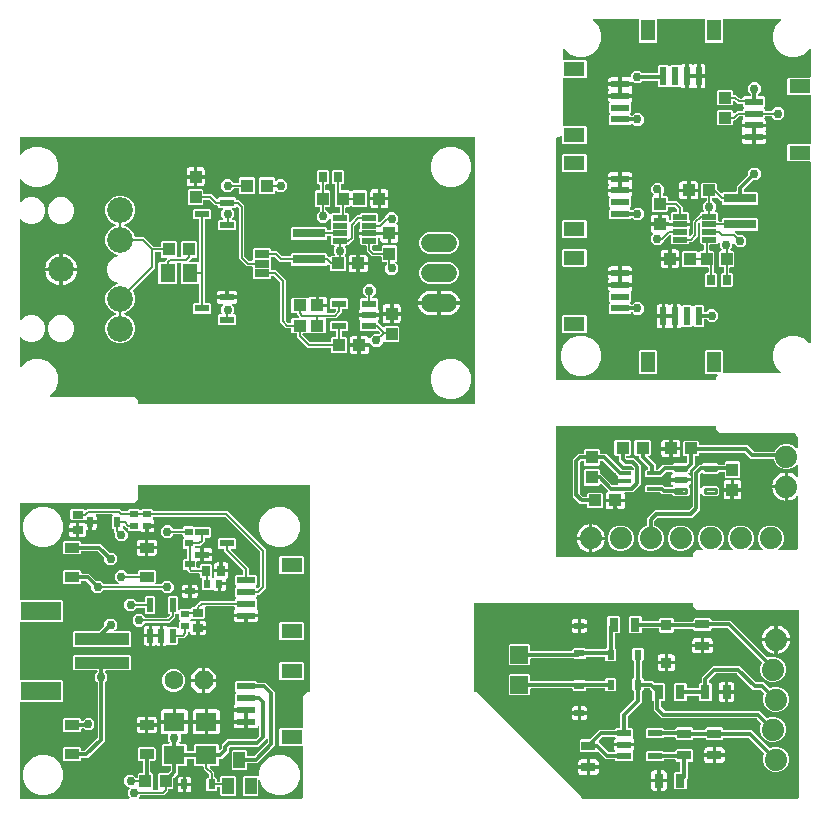
<source format=gbr>
G04 EAGLE Gerber RS-274X export*
G75*
%MOMM*%
%FSLAX34Y34*%
%LPD*%
%INTop Copper*%
%IPPOS*%
%AMOC8*
5,1,8,0,0,1.08239X$1,22.5*%
G01*
%ADD10R,1.200000X0.850000*%
%ADD11R,0.700000X0.600000*%
%ADD12R,0.900000X0.700000*%
%ADD13R,1.000000X1.100000*%
%ADD14R,0.550000X1.200000*%
%ADD15R,1.800000X1.600000*%
%ADD16P,1.732040X8X22.500000*%
%ADD17C,1.600200*%
%ADD18R,1.000000X1.400000*%
%ADD19R,1.240200X0.589100*%
%ADD20R,0.700000X0.900000*%
%ADD21R,0.600000X0.700000*%
%ADD22R,1.550000X0.600000*%
%ADD23R,1.800000X1.200000*%
%ADD24R,0.630000X0.830000*%
%ADD25R,0.830000X0.630000*%
%ADD26R,4.600000X1.000000*%
%ADD27R,3.400000X1.600000*%
%ADD28R,1.200000X0.800000*%
%ADD29R,0.950000X0.900000*%
%ADD30R,1.524000X1.524000*%
%ADD31C,1.879600*%
%ADD32R,0.800000X1.200000*%
%ADD33R,1.200000X0.550000*%
%ADD34R,1.100000X1.000000*%
%ADD35R,0.876300X0.304800*%
%ADD36C,0.295000*%
%ADD37R,1.186400X0.583900*%
%ADD38R,1.208800X0.475200*%
%ADD39R,2.700000X0.800000*%
%ADD40R,1.270000X0.635000*%
%ADD41C,1.524000*%
%ADD42R,1.300000X1.500000*%
%ADD43C,2.184400*%
%ADD44R,0.600000X1.550000*%
%ADD45R,1.200000X1.800000*%
%ADD46C,0.304800*%
%ADD47C,0.756400*%
%ADD48C,0.152400*%
%ADD49C,0.330200*%

G36*
X390020Y339242D02*
X390020Y339242D01*
X390039Y339240D01*
X390141Y339262D01*
X390243Y339279D01*
X390260Y339288D01*
X390280Y339292D01*
X390369Y339345D01*
X390460Y339394D01*
X390474Y339408D01*
X390491Y339418D01*
X390558Y339497D01*
X390630Y339572D01*
X390638Y339590D01*
X390651Y339605D01*
X390690Y339701D01*
X390733Y339795D01*
X390735Y339815D01*
X390743Y339833D01*
X390761Y340000D01*
X390761Y564158D01*
X390758Y564178D01*
X390760Y564197D01*
X390738Y564299D01*
X390722Y564401D01*
X390712Y564418D01*
X390708Y564438D01*
X390655Y564527D01*
X390606Y564618D01*
X390592Y564632D01*
X390582Y564649D01*
X390503Y564716D01*
X390428Y564788D01*
X390410Y564796D01*
X390395Y564809D01*
X390299Y564848D01*
X390205Y564891D01*
X390185Y564893D01*
X390167Y564901D01*
X390000Y564919D01*
X5842Y564919D01*
X5822Y564916D01*
X5803Y564918D01*
X5701Y564896D01*
X5599Y564880D01*
X5582Y564870D01*
X5562Y564866D01*
X5473Y564813D01*
X5382Y564764D01*
X5368Y564750D01*
X5351Y564740D01*
X5284Y564661D01*
X5212Y564586D01*
X5204Y564568D01*
X5191Y564553D01*
X5152Y564457D01*
X5109Y564363D01*
X5107Y564343D01*
X5099Y564325D01*
X5081Y564158D01*
X5081Y551074D01*
X5092Y551004D01*
X5094Y550932D01*
X5112Y550883D01*
X5120Y550832D01*
X5154Y550768D01*
X5179Y550701D01*
X5211Y550660D01*
X5236Y550614D01*
X5288Y550565D01*
X5332Y550509D01*
X5376Y550481D01*
X5414Y550445D01*
X5479Y550415D01*
X5539Y550376D01*
X5590Y550363D01*
X5637Y550341D01*
X5708Y550333D01*
X5778Y550316D01*
X5830Y550320D01*
X5881Y550314D01*
X5952Y550329D01*
X6023Y550335D01*
X6071Y550355D01*
X6122Y550366D01*
X6183Y550403D01*
X6249Y550431D01*
X6305Y550476D01*
X6333Y550493D01*
X6348Y550510D01*
X6380Y550536D01*
X10325Y554480D01*
X16602Y557081D01*
X23398Y557081D01*
X29675Y554480D01*
X34480Y549675D01*
X37081Y543398D01*
X37081Y536602D01*
X34480Y530325D01*
X29675Y525520D01*
X23398Y522919D01*
X16602Y522919D01*
X10325Y525520D01*
X6380Y529464D01*
X6322Y529506D01*
X6270Y529555D01*
X6223Y529577D01*
X6181Y529607D01*
X6112Y529629D01*
X6047Y529659D01*
X5995Y529665D01*
X5945Y529680D01*
X5874Y529678D01*
X5803Y529686D01*
X5752Y529675D01*
X5700Y529673D01*
X5632Y529649D01*
X5562Y529634D01*
X5517Y529607D01*
X5469Y529589D01*
X5413Y529544D01*
X5351Y529507D01*
X5317Y529468D01*
X5277Y529435D01*
X5238Y529375D01*
X5191Y529321D01*
X5172Y529272D01*
X5144Y529228D01*
X5126Y529159D01*
X5099Y529092D01*
X5091Y529021D01*
X5083Y528990D01*
X5085Y528967D01*
X5081Y528926D01*
X5081Y510589D01*
X5092Y510518D01*
X5094Y510447D01*
X5112Y510398D01*
X5120Y510346D01*
X5154Y510283D01*
X5179Y510216D01*
X5211Y510175D01*
X5236Y510129D01*
X5288Y510080D01*
X5332Y510024D01*
X5376Y509995D01*
X5414Y509960D01*
X5479Y509929D01*
X5539Y509891D01*
X5590Y509878D01*
X5637Y509856D01*
X5708Y509848D01*
X5778Y509831D01*
X5830Y509835D01*
X5881Y509829D01*
X5952Y509844D01*
X6023Y509850D01*
X6071Y509870D01*
X6122Y509881D01*
X6183Y509918D01*
X6249Y509946D01*
X6305Y509991D01*
X6333Y510007D01*
X6348Y510025D01*
X6380Y510051D01*
X8723Y512394D01*
X12796Y514081D01*
X17204Y514081D01*
X21277Y512394D01*
X24394Y509277D01*
X26081Y505204D01*
X26081Y500796D01*
X24394Y496723D01*
X21277Y493606D01*
X17204Y491919D01*
X12796Y491919D01*
X8723Y493606D01*
X6380Y495949D01*
X6322Y495991D01*
X6270Y496040D01*
X6223Y496062D01*
X6181Y496093D01*
X6112Y496114D01*
X6047Y496144D01*
X5995Y496150D01*
X5945Y496165D01*
X5874Y496163D01*
X5803Y496171D01*
X5752Y496160D01*
X5700Y496159D01*
X5632Y496134D01*
X5562Y496119D01*
X5517Y496092D01*
X5469Y496074D01*
X5413Y496029D01*
X5351Y495993D01*
X5317Y495953D01*
X5277Y495921D01*
X5238Y495860D01*
X5191Y495806D01*
X5172Y495757D01*
X5144Y495714D01*
X5126Y495644D01*
X5099Y495578D01*
X5091Y495506D01*
X5083Y495475D01*
X5085Y495452D01*
X5081Y495411D01*
X5081Y410589D01*
X5092Y410518D01*
X5094Y410447D01*
X5112Y410398D01*
X5120Y410346D01*
X5154Y410283D01*
X5179Y410216D01*
X5211Y410175D01*
X5236Y410129D01*
X5288Y410080D01*
X5332Y410024D01*
X5376Y409995D01*
X5414Y409960D01*
X5479Y409929D01*
X5539Y409891D01*
X5590Y409878D01*
X5637Y409856D01*
X5708Y409848D01*
X5778Y409831D01*
X5830Y409835D01*
X5881Y409829D01*
X5952Y409844D01*
X6023Y409850D01*
X6071Y409870D01*
X6122Y409881D01*
X6183Y409918D01*
X6249Y409946D01*
X6305Y409991D01*
X6333Y410007D01*
X6348Y410025D01*
X6380Y410051D01*
X8723Y412394D01*
X12796Y414081D01*
X17204Y414081D01*
X21277Y412394D01*
X24394Y409277D01*
X26081Y405204D01*
X26081Y400796D01*
X24394Y396723D01*
X21277Y393606D01*
X17204Y391919D01*
X12796Y391919D01*
X8723Y393606D01*
X6380Y395949D01*
X6322Y395991D01*
X6270Y396040D01*
X6223Y396062D01*
X6181Y396093D01*
X6112Y396114D01*
X6047Y396144D01*
X5995Y396150D01*
X5945Y396165D01*
X5874Y396163D01*
X5803Y396171D01*
X5752Y396160D01*
X5700Y396159D01*
X5632Y396134D01*
X5562Y396119D01*
X5517Y396092D01*
X5469Y396074D01*
X5413Y396029D01*
X5351Y395993D01*
X5317Y395953D01*
X5277Y395921D01*
X5238Y395860D01*
X5191Y395806D01*
X5172Y395757D01*
X5144Y395714D01*
X5126Y395644D01*
X5099Y395578D01*
X5091Y395506D01*
X5083Y395475D01*
X5085Y395452D01*
X5081Y395411D01*
X5081Y371074D01*
X5092Y371004D01*
X5094Y370932D01*
X5112Y370883D01*
X5120Y370832D01*
X5154Y370768D01*
X5179Y370701D01*
X5211Y370660D01*
X5236Y370614D01*
X5288Y370565D01*
X5332Y370509D01*
X5376Y370481D01*
X5414Y370445D01*
X5479Y370415D01*
X5539Y370376D01*
X5590Y370363D01*
X5637Y370341D01*
X5708Y370333D01*
X5778Y370316D01*
X5830Y370320D01*
X5881Y370314D01*
X5952Y370329D01*
X6023Y370335D01*
X6071Y370355D01*
X6122Y370366D01*
X6183Y370403D01*
X6249Y370431D01*
X6305Y370476D01*
X6333Y370493D01*
X6348Y370510D01*
X6380Y370536D01*
X10325Y374480D01*
X16602Y377081D01*
X23398Y377081D01*
X29675Y374480D01*
X34480Y369675D01*
X37081Y363398D01*
X37081Y356602D01*
X34480Y350325D01*
X30536Y346380D01*
X30494Y346322D01*
X30445Y346270D01*
X30423Y346223D01*
X30393Y346181D01*
X30371Y346112D01*
X30341Y346047D01*
X30335Y345995D01*
X30320Y345945D01*
X30322Y345874D01*
X30314Y345803D01*
X30325Y345752D01*
X30327Y345700D01*
X30351Y345632D01*
X30366Y345562D01*
X30393Y345517D01*
X30411Y345469D01*
X30456Y345413D01*
X30493Y345351D01*
X30532Y345317D01*
X30565Y345277D01*
X30625Y345238D01*
X30679Y345191D01*
X30728Y345172D01*
X30772Y345144D01*
X30841Y345126D01*
X30908Y345099D01*
X30979Y345091D01*
X31010Y345083D01*
X31033Y345085D01*
X31074Y345081D01*
X102105Y345081D01*
X105081Y342105D01*
X105081Y340000D01*
X105084Y339980D01*
X105082Y339961D01*
X105104Y339859D01*
X105120Y339757D01*
X105130Y339740D01*
X105134Y339720D01*
X105187Y339631D01*
X105236Y339540D01*
X105250Y339526D01*
X105260Y339509D01*
X105339Y339442D01*
X105414Y339371D01*
X105432Y339362D01*
X105447Y339349D01*
X105543Y339310D01*
X105637Y339267D01*
X105657Y339265D01*
X105675Y339257D01*
X105842Y339239D01*
X390000Y339239D01*
X390020Y339242D01*
G37*
G36*
X594178Y359242D02*
X594178Y359242D01*
X594197Y359240D01*
X594299Y359262D01*
X594401Y359278D01*
X594418Y359288D01*
X594438Y359292D01*
X594527Y359345D01*
X594618Y359394D01*
X594632Y359408D01*
X594649Y359418D01*
X594716Y359497D01*
X594788Y359572D01*
X594796Y359590D01*
X594809Y359605D01*
X594848Y359701D01*
X594891Y359795D01*
X594893Y359815D01*
X594901Y359833D01*
X594919Y360000D01*
X594919Y362105D01*
X595641Y362826D01*
X595682Y362884D01*
X595732Y362936D01*
X595754Y362983D01*
X595784Y363025D01*
X595805Y363094D01*
X595835Y363159D01*
X595841Y363211D01*
X595856Y363261D01*
X595855Y363332D01*
X595862Y363403D01*
X595851Y363454D01*
X595850Y363506D01*
X595825Y363574D01*
X595810Y363644D01*
X595783Y363689D01*
X595766Y363737D01*
X595721Y363793D01*
X595684Y363855D01*
X595644Y363889D01*
X595612Y363929D01*
X595552Y363968D01*
X595497Y364015D01*
X595449Y364034D01*
X595405Y364062D01*
X595335Y364080D01*
X595269Y364107D01*
X595198Y364115D01*
X595166Y364123D01*
X595143Y364121D01*
X595102Y364125D01*
X586368Y364125D01*
X585475Y365018D01*
X585475Y384282D01*
X586368Y385175D01*
X599632Y385175D01*
X600525Y384282D01*
X600525Y365842D01*
X600528Y365822D01*
X600526Y365803D01*
X600548Y365701D01*
X600564Y365599D01*
X600574Y365582D01*
X600578Y365562D01*
X600631Y365473D01*
X600680Y365382D01*
X600694Y365368D01*
X600704Y365351D01*
X600783Y365284D01*
X600858Y365212D01*
X600876Y365204D01*
X600891Y365191D01*
X600987Y365152D01*
X601081Y365109D01*
X601101Y365107D01*
X601119Y365099D01*
X601286Y365081D01*
X648926Y365081D01*
X648996Y365092D01*
X649068Y365094D01*
X649117Y365112D01*
X649168Y365120D01*
X649232Y365154D01*
X649299Y365179D01*
X649340Y365211D01*
X649386Y365236D01*
X649435Y365288D01*
X649491Y365332D01*
X649519Y365376D01*
X649555Y365414D01*
X649585Y365479D01*
X649624Y365539D01*
X649637Y365590D01*
X649659Y365637D01*
X649667Y365708D01*
X649684Y365778D01*
X649680Y365830D01*
X649686Y365881D01*
X649671Y365952D01*
X649665Y366023D01*
X649645Y366071D01*
X649634Y366122D01*
X649597Y366183D01*
X649569Y366249D01*
X649524Y366305D01*
X649507Y366333D01*
X649490Y366348D01*
X649464Y366380D01*
X645520Y370325D01*
X642919Y376602D01*
X642919Y383398D01*
X645520Y389675D01*
X650325Y394480D01*
X656602Y397081D01*
X663398Y397081D01*
X669675Y394480D01*
X673620Y390536D01*
X673678Y390494D01*
X673730Y390445D01*
X673777Y390423D01*
X673819Y390393D01*
X673888Y390371D01*
X673953Y390341D01*
X674005Y390335D01*
X674055Y390320D01*
X674126Y390322D01*
X674197Y390314D01*
X674248Y390325D01*
X674300Y390327D01*
X674368Y390351D01*
X674438Y390366D01*
X674483Y390393D01*
X674531Y390411D01*
X674587Y390456D01*
X674649Y390493D01*
X674683Y390532D01*
X674723Y390565D01*
X674762Y390625D01*
X674809Y390679D01*
X674828Y390728D01*
X674856Y390772D01*
X674874Y390841D01*
X674901Y390908D01*
X674909Y390979D01*
X674917Y391010D01*
X674915Y391033D01*
X674919Y391074D01*
X674919Y543714D01*
X674916Y543734D01*
X674918Y543753D01*
X674896Y543855D01*
X674880Y543957D01*
X674870Y543974D01*
X674866Y543994D01*
X674813Y544083D01*
X674764Y544174D01*
X674750Y544188D01*
X674740Y544205D01*
X674661Y544272D01*
X674586Y544344D01*
X674568Y544352D01*
X674553Y544365D01*
X674457Y544404D01*
X674363Y544447D01*
X674343Y544449D01*
X674325Y544457D01*
X674158Y544475D01*
X655718Y544475D01*
X654825Y545368D01*
X654825Y558632D01*
X655718Y559525D01*
X674158Y559525D01*
X674178Y559528D01*
X674197Y559526D01*
X674299Y559548D01*
X674401Y559564D01*
X674418Y559574D01*
X674438Y559578D01*
X674527Y559631D01*
X674618Y559680D01*
X674632Y559694D01*
X674649Y559704D01*
X674716Y559783D01*
X674788Y559858D01*
X674796Y559876D01*
X674809Y559891D01*
X674848Y559987D01*
X674891Y560081D01*
X674893Y560101D01*
X674901Y560119D01*
X674919Y560286D01*
X674919Y599714D01*
X674916Y599734D01*
X674918Y599753D01*
X674896Y599855D01*
X674880Y599957D01*
X674870Y599974D01*
X674866Y599994D01*
X674813Y600083D01*
X674764Y600174D01*
X674750Y600188D01*
X674740Y600205D01*
X674661Y600272D01*
X674586Y600344D01*
X674568Y600352D01*
X674553Y600365D01*
X674457Y600404D01*
X674363Y600447D01*
X674343Y600449D01*
X674325Y600457D01*
X674158Y600475D01*
X655718Y600475D01*
X654825Y601368D01*
X654825Y614632D01*
X655718Y615525D01*
X674158Y615525D01*
X674178Y615528D01*
X674197Y615526D01*
X674299Y615548D01*
X674401Y615564D01*
X674418Y615574D01*
X674438Y615578D01*
X674527Y615631D01*
X674618Y615680D01*
X674632Y615694D01*
X674649Y615704D01*
X674716Y615783D01*
X674788Y615858D01*
X674796Y615876D01*
X674809Y615891D01*
X674848Y615987D01*
X674891Y616081D01*
X674893Y616101D01*
X674901Y616119D01*
X674919Y616286D01*
X674919Y638926D01*
X674908Y638996D01*
X674906Y639068D01*
X674888Y639117D01*
X674880Y639168D01*
X674846Y639232D01*
X674821Y639299D01*
X674789Y639340D01*
X674764Y639386D01*
X674712Y639435D01*
X674668Y639491D01*
X674624Y639519D01*
X674586Y639555D01*
X674521Y639585D01*
X674461Y639624D01*
X674410Y639637D01*
X674363Y639659D01*
X674292Y639667D01*
X674222Y639684D01*
X674170Y639680D01*
X674119Y639686D01*
X674048Y639671D01*
X673977Y639665D01*
X673929Y639645D01*
X673878Y639634D01*
X673817Y639597D01*
X673751Y639569D01*
X673695Y639524D01*
X673667Y639507D01*
X673652Y639490D01*
X673620Y639464D01*
X669675Y635520D01*
X663398Y632919D01*
X656602Y632919D01*
X650325Y635520D01*
X645520Y640325D01*
X642919Y646602D01*
X642919Y653398D01*
X645520Y659675D01*
X649464Y663620D01*
X649506Y663678D01*
X649555Y663730D01*
X649577Y663777D01*
X649607Y663819D01*
X649629Y663888D01*
X649659Y663953D01*
X649665Y664005D01*
X649680Y664055D01*
X649678Y664126D01*
X649686Y664197D01*
X649675Y664248D01*
X649673Y664300D01*
X649649Y664368D01*
X649634Y664438D01*
X649607Y664483D01*
X649589Y664531D01*
X649544Y664587D01*
X649507Y664649D01*
X649468Y664683D01*
X649435Y664723D01*
X649375Y664762D01*
X649321Y664809D01*
X649272Y664828D01*
X649228Y664856D01*
X649159Y664874D01*
X649092Y664901D01*
X649021Y664909D01*
X648990Y664917D01*
X648967Y664915D01*
X648926Y664919D01*
X601286Y664919D01*
X601266Y664916D01*
X601247Y664918D01*
X601145Y664896D01*
X601043Y664880D01*
X601026Y664870D01*
X601006Y664866D01*
X600917Y664813D01*
X600826Y664764D01*
X600812Y664750D01*
X600795Y664740D01*
X600728Y664661D01*
X600656Y664586D01*
X600648Y664568D01*
X600635Y664553D01*
X600596Y664457D01*
X600553Y664363D01*
X600551Y664343D01*
X600543Y664325D01*
X600525Y664158D01*
X600525Y645718D01*
X599632Y644825D01*
X586368Y644825D01*
X585475Y645718D01*
X585475Y664158D01*
X585472Y664178D01*
X585474Y664197D01*
X585452Y664299D01*
X585436Y664401D01*
X585426Y664418D01*
X585422Y664438D01*
X585369Y664527D01*
X585320Y664618D01*
X585306Y664632D01*
X585296Y664649D01*
X585217Y664716D01*
X585142Y664788D01*
X585124Y664796D01*
X585109Y664809D01*
X585013Y664848D01*
X584919Y664891D01*
X584899Y664893D01*
X584881Y664901D01*
X584714Y664919D01*
X545286Y664919D01*
X545266Y664916D01*
X545247Y664918D01*
X545145Y664896D01*
X545043Y664880D01*
X545026Y664870D01*
X545006Y664866D01*
X544917Y664813D01*
X544826Y664764D01*
X544812Y664750D01*
X544795Y664740D01*
X544728Y664661D01*
X544656Y664586D01*
X544648Y664568D01*
X544635Y664553D01*
X544596Y664457D01*
X544553Y664363D01*
X544551Y664343D01*
X544543Y664325D01*
X544525Y664158D01*
X544525Y645718D01*
X543632Y644825D01*
X530368Y644825D01*
X529475Y645718D01*
X529475Y664158D01*
X529472Y664178D01*
X529474Y664197D01*
X529452Y664299D01*
X529436Y664401D01*
X529426Y664418D01*
X529422Y664438D01*
X529369Y664527D01*
X529320Y664618D01*
X529306Y664632D01*
X529296Y664649D01*
X529217Y664716D01*
X529142Y664788D01*
X529124Y664796D01*
X529109Y664809D01*
X529013Y664848D01*
X528919Y664891D01*
X528899Y664893D01*
X528881Y664901D01*
X528714Y664919D01*
X491074Y664919D01*
X491004Y664908D01*
X490932Y664906D01*
X490883Y664888D01*
X490832Y664880D01*
X490768Y664846D01*
X490701Y664821D01*
X490660Y664789D01*
X490614Y664764D01*
X490565Y664712D01*
X490509Y664668D01*
X490481Y664624D01*
X490445Y664586D01*
X490415Y664521D01*
X490376Y664461D01*
X490363Y664410D01*
X490341Y664363D01*
X490333Y664292D01*
X490316Y664222D01*
X490320Y664170D01*
X490314Y664119D01*
X490329Y664048D01*
X490335Y663977D01*
X490355Y663929D01*
X490366Y663878D01*
X490403Y663817D01*
X490431Y663751D01*
X490476Y663695D01*
X490493Y663667D01*
X490510Y663652D01*
X490536Y663620D01*
X494480Y659675D01*
X497081Y653398D01*
X497081Y646602D01*
X494480Y640325D01*
X489675Y635520D01*
X483398Y632919D01*
X476602Y632919D01*
X470325Y635520D01*
X466380Y639464D01*
X466322Y639506D01*
X466270Y639555D01*
X466223Y639577D01*
X466181Y639607D01*
X466112Y639629D01*
X466047Y639659D01*
X465995Y639665D01*
X465945Y639680D01*
X465874Y639678D01*
X465803Y639686D01*
X465752Y639675D01*
X465700Y639673D01*
X465632Y639649D01*
X465562Y639634D01*
X465517Y639607D01*
X465469Y639589D01*
X465413Y639544D01*
X465351Y639507D01*
X465317Y639468D01*
X465277Y639435D01*
X465238Y639375D01*
X465191Y639321D01*
X465172Y639272D01*
X465144Y639228D01*
X465126Y639159D01*
X465099Y639092D01*
X465091Y639021D01*
X465083Y638990D01*
X465085Y638967D01*
X465081Y638926D01*
X465081Y631286D01*
X465084Y631266D01*
X465082Y631247D01*
X465104Y631145D01*
X465120Y631043D01*
X465130Y631026D01*
X465134Y631006D01*
X465187Y630917D01*
X465236Y630826D01*
X465250Y630812D01*
X465260Y630795D01*
X465339Y630728D01*
X465414Y630656D01*
X465432Y630648D01*
X465447Y630635D01*
X465543Y630596D01*
X465637Y630553D01*
X465657Y630551D01*
X465675Y630543D01*
X465842Y630525D01*
X484282Y630525D01*
X485175Y629632D01*
X485175Y616368D01*
X484282Y615475D01*
X465842Y615475D01*
X465822Y615472D01*
X465803Y615474D01*
X465701Y615452D01*
X465599Y615436D01*
X465582Y615426D01*
X465562Y615422D01*
X465473Y615369D01*
X465382Y615320D01*
X465368Y615306D01*
X465351Y615296D01*
X465284Y615217D01*
X465212Y615142D01*
X465204Y615124D01*
X465191Y615109D01*
X465152Y615013D01*
X465109Y614919D01*
X465107Y614899D01*
X465099Y614881D01*
X465081Y614714D01*
X465081Y575286D01*
X465084Y575266D01*
X465082Y575247D01*
X465104Y575145D01*
X465120Y575043D01*
X465130Y575026D01*
X465134Y575006D01*
X465187Y574917D01*
X465236Y574826D01*
X465250Y574812D01*
X465260Y574795D01*
X465339Y574728D01*
X465414Y574656D01*
X465432Y574648D01*
X465447Y574635D01*
X465543Y574596D01*
X465637Y574553D01*
X465657Y574551D01*
X465675Y574543D01*
X465842Y574525D01*
X484282Y574525D01*
X485175Y573632D01*
X485175Y560368D01*
X484282Y559475D01*
X465018Y559475D01*
X464125Y560368D01*
X464125Y565102D01*
X464114Y565173D01*
X464112Y565245D01*
X464094Y565294D01*
X464086Y565345D01*
X464052Y565408D01*
X464027Y565476D01*
X463995Y565516D01*
X463970Y565562D01*
X463918Y565612D01*
X463874Y565668D01*
X463830Y565696D01*
X463792Y565732D01*
X463727Y565762D01*
X463667Y565801D01*
X463616Y565813D01*
X463569Y565835D01*
X463498Y565843D01*
X463428Y565861D01*
X463376Y565857D01*
X463325Y565862D01*
X463254Y565847D01*
X463183Y565842D01*
X463135Y565821D01*
X463084Y565810D01*
X463023Y565773D01*
X462957Y565745D01*
X462901Y565701D01*
X462873Y565684D01*
X462858Y565666D01*
X462826Y565641D01*
X462105Y564919D01*
X460000Y564919D01*
X459980Y564916D01*
X459961Y564918D01*
X459859Y564896D01*
X459757Y564880D01*
X459740Y564870D01*
X459720Y564866D01*
X459631Y564813D01*
X459540Y564764D01*
X459526Y564750D01*
X459509Y564740D01*
X459442Y564661D01*
X459370Y564586D01*
X459362Y564568D01*
X459349Y564553D01*
X459310Y564457D01*
X459267Y564363D01*
X459265Y564343D01*
X459257Y564325D01*
X459239Y564158D01*
X459239Y360000D01*
X459242Y359980D01*
X459240Y359961D01*
X459262Y359859D01*
X459279Y359757D01*
X459288Y359740D01*
X459292Y359720D01*
X459345Y359631D01*
X459394Y359540D01*
X459408Y359526D01*
X459418Y359509D01*
X459497Y359442D01*
X459572Y359371D01*
X459590Y359362D01*
X459605Y359349D01*
X459701Y359310D01*
X459795Y359267D01*
X459815Y359265D01*
X459833Y359257D01*
X460000Y359239D01*
X594158Y359239D01*
X594178Y359242D01*
G37*
G36*
X97647Y5092D02*
X97647Y5092D01*
X97719Y5094D01*
X97768Y5112D01*
X97819Y5120D01*
X97883Y5154D01*
X97950Y5179D01*
X97991Y5211D01*
X98037Y5236D01*
X98086Y5288D01*
X98142Y5332D01*
X98170Y5376D01*
X98206Y5414D01*
X98236Y5479D01*
X98275Y5539D01*
X98288Y5590D01*
X98310Y5637D01*
X98318Y5708D01*
X98335Y5778D01*
X98331Y5830D01*
X98337Y5881D01*
X98322Y5952D01*
X98316Y6023D01*
X98296Y6071D01*
X98285Y6122D01*
X98248Y6183D01*
X98220Y6249D01*
X98175Y6305D01*
X98158Y6333D01*
X98141Y6348D01*
X98115Y6380D01*
X96693Y7802D01*
X96693Y12198D01*
X97889Y13394D01*
X97931Y13452D01*
X97980Y13504D01*
X98002Y13551D01*
X98032Y13593D01*
X98054Y13662D01*
X98084Y13727D01*
X98089Y13779D01*
X98105Y13829D01*
X98103Y13900D01*
X98111Y13971D01*
X98100Y14022D01*
X98098Y14074D01*
X98074Y14142D01*
X98059Y14212D01*
X98032Y14257D01*
X98014Y14305D01*
X97969Y14361D01*
X97932Y14423D01*
X97893Y14457D01*
X97860Y14497D01*
X97800Y14536D01*
X97745Y14583D01*
X97697Y14602D01*
X97653Y14630D01*
X97584Y14648D01*
X97517Y14675D01*
X97446Y14683D01*
X97415Y14691D01*
X97392Y14689D01*
X97351Y14693D01*
X96802Y14693D01*
X93693Y17802D01*
X93693Y22198D01*
X96802Y25307D01*
X101198Y25307D01*
X103676Y22829D01*
X103734Y22787D01*
X103786Y22738D01*
X103833Y22716D01*
X103875Y22686D01*
X103944Y22664D01*
X104009Y22634D01*
X104061Y22629D01*
X104111Y22613D01*
X104182Y22615D01*
X104253Y22607D01*
X104304Y22618D01*
X104356Y22620D01*
X104424Y22644D01*
X104494Y22659D01*
X104539Y22686D01*
X104587Y22704D01*
X104643Y22749D01*
X104705Y22786D01*
X104739Y22825D01*
X104779Y22858D01*
X104818Y22918D01*
X104865Y22973D01*
X104884Y23021D01*
X104912Y23065D01*
X104930Y23134D01*
X104957Y23201D01*
X104965Y23272D01*
X104973Y23303D01*
X104971Y23326D01*
X104975Y23367D01*
X104975Y26132D01*
X105868Y27025D01*
X108690Y27025D01*
X108710Y27028D01*
X108729Y27026D01*
X108831Y27048D01*
X108933Y27064D01*
X108950Y27074D01*
X108970Y27078D01*
X109059Y27131D01*
X109150Y27180D01*
X109164Y27194D01*
X109181Y27204D01*
X109248Y27283D01*
X109320Y27358D01*
X109328Y27376D01*
X109341Y27391D01*
X109380Y27487D01*
X109423Y27581D01*
X109425Y27601D01*
X109433Y27619D01*
X109451Y27786D01*
X109451Y35964D01*
X109448Y35984D01*
X109450Y36003D01*
X109428Y36105D01*
X109412Y36207D01*
X109402Y36224D01*
X109398Y36244D01*
X109345Y36333D01*
X109296Y36424D01*
X109282Y36438D01*
X109272Y36455D01*
X109193Y36522D01*
X109118Y36594D01*
X109100Y36602D01*
X109085Y36615D01*
X108989Y36654D01*
X108895Y36697D01*
X108875Y36699D01*
X108857Y36707D01*
X108690Y36725D01*
X105868Y36725D01*
X104975Y37618D01*
X104975Y47382D01*
X105868Y48275D01*
X119132Y48275D01*
X120025Y47382D01*
X120025Y37618D01*
X119132Y36725D01*
X116310Y36725D01*
X116290Y36722D01*
X116271Y36724D01*
X116169Y36702D01*
X116067Y36686D01*
X116050Y36676D01*
X116030Y36672D01*
X115941Y36619D01*
X115850Y36570D01*
X115836Y36556D01*
X115819Y36546D01*
X115752Y36467D01*
X115680Y36392D01*
X115672Y36374D01*
X115659Y36359D01*
X115620Y36263D01*
X115577Y36169D01*
X115575Y36149D01*
X115567Y36131D01*
X115549Y35964D01*
X115549Y27786D01*
X115552Y27766D01*
X115550Y27747D01*
X115572Y27645D01*
X115588Y27543D01*
X115598Y27526D01*
X115602Y27506D01*
X115655Y27417D01*
X115704Y27326D01*
X115718Y27312D01*
X115728Y27295D01*
X115807Y27228D01*
X115882Y27156D01*
X115900Y27148D01*
X115915Y27135D01*
X116011Y27096D01*
X116105Y27053D01*
X116125Y27051D01*
X116143Y27043D01*
X116310Y27025D01*
X117132Y27025D01*
X118025Y26132D01*
X118025Y13868D01*
X117743Y13586D01*
X117701Y13528D01*
X117651Y13476D01*
X117629Y13429D01*
X117599Y13387D01*
X117578Y13318D01*
X117548Y13253D01*
X117542Y13201D01*
X117527Y13151D01*
X117529Y13080D01*
X117521Y13009D01*
X117532Y12958D01*
X117533Y12906D01*
X117558Y12838D01*
X117573Y12768D01*
X117600Y12723D01*
X117617Y12675D01*
X117662Y12619D01*
X117699Y12557D01*
X117739Y12523D01*
X117771Y12483D01*
X117831Y12444D01*
X117886Y12397D01*
X117934Y12378D01*
X117978Y12350D01*
X118047Y12332D01*
X118114Y12305D01*
X118185Y12297D01*
X118217Y12289D01*
X118240Y12291D01*
X118281Y12287D01*
X121719Y12287D01*
X121790Y12298D01*
X121862Y12300D01*
X121911Y12318D01*
X121962Y12326D01*
X122025Y12360D01*
X122093Y12385D01*
X122133Y12417D01*
X122179Y12442D01*
X122229Y12494D01*
X122285Y12538D01*
X122313Y12582D01*
X122349Y12620D01*
X122379Y12685D01*
X122418Y12745D01*
X122430Y12796D01*
X122452Y12843D01*
X122460Y12914D01*
X122478Y12984D01*
X122474Y13036D01*
X122479Y13087D01*
X122464Y13158D01*
X122459Y13229D01*
X122438Y13277D01*
X122427Y13328D01*
X122390Y13389D01*
X122362Y13455D01*
X122317Y13511D01*
X122301Y13539D01*
X122283Y13554D01*
X122257Y13586D01*
X121975Y13868D01*
X121975Y26132D01*
X122868Y27025D01*
X130898Y27025D01*
X130988Y27039D01*
X131079Y27047D01*
X131109Y27059D01*
X131141Y27064D01*
X131221Y27107D01*
X131305Y27143D01*
X131337Y27169D01*
X131358Y27180D01*
X131380Y27203D01*
X131436Y27248D01*
X132728Y28540D01*
X132781Y28614D01*
X132841Y28683D01*
X132853Y28713D01*
X132872Y28740D01*
X132899Y28827D01*
X132933Y28911D01*
X132937Y28952D01*
X132944Y28975D01*
X132943Y29007D01*
X132951Y29078D01*
X132951Y31714D01*
X132948Y31734D01*
X132950Y31753D01*
X132928Y31855D01*
X132912Y31957D01*
X132902Y31974D01*
X132898Y31994D01*
X132845Y32083D01*
X132796Y32174D01*
X132782Y32188D01*
X132772Y32205D01*
X132693Y32272D01*
X132618Y32344D01*
X132600Y32352D01*
X132585Y32365D01*
X132489Y32404D01*
X132395Y32447D01*
X132375Y32449D01*
X132357Y32457D01*
X132190Y32475D01*
X126368Y32475D01*
X125475Y33368D01*
X125475Y50632D01*
X126368Y51525D01*
X131133Y51525D01*
X131203Y51536D01*
X131275Y51538D01*
X131324Y51556D01*
X131375Y51564D01*
X131439Y51598D01*
X131506Y51623D01*
X131547Y51655D01*
X131593Y51680D01*
X131642Y51732D01*
X131698Y51776D01*
X131726Y51820D01*
X131762Y51858D01*
X131792Y51923D01*
X131831Y51983D01*
X131844Y52034D01*
X131866Y52081D01*
X131874Y52152D01*
X131891Y52222D01*
X131887Y52274D01*
X131893Y52325D01*
X131878Y52396D01*
X131872Y52467D01*
X131852Y52515D01*
X131841Y52566D01*
X131804Y52627D01*
X131776Y52693D01*
X131731Y52749D01*
X131714Y52777D01*
X131697Y52792D01*
X131671Y52824D01*
X130693Y53802D01*
X130693Y58213D01*
X130697Y58218D01*
X130746Y58270D01*
X130768Y58317D01*
X130798Y58359D01*
X130820Y58428D01*
X130850Y58493D01*
X130855Y58545D01*
X130871Y58594D01*
X130869Y58666D01*
X130877Y58737D01*
X130866Y58788D01*
X130864Y58840D01*
X130840Y58908D01*
X130825Y58978D01*
X130798Y59023D01*
X130780Y59071D01*
X130735Y59127D01*
X130698Y59189D01*
X130659Y59223D01*
X130626Y59263D01*
X130566Y59302D01*
X130511Y59349D01*
X130463Y59368D01*
X130419Y59396D01*
X130350Y59414D01*
X130283Y59441D01*
X130212Y59449D01*
X130181Y59457D01*
X130158Y59455D01*
X130117Y59459D01*
X126666Y59459D01*
X126019Y59632D01*
X125440Y59967D01*
X124967Y60440D01*
X124632Y61019D01*
X124459Y61666D01*
X124459Y68477D01*
X135238Y68477D01*
X135258Y68480D01*
X135277Y68478D01*
X135379Y68500D01*
X135481Y68517D01*
X135498Y68526D01*
X135518Y68530D01*
X135607Y68583D01*
X135698Y68632D01*
X135712Y68646D01*
X135729Y68656D01*
X135796Y68735D01*
X135867Y68810D01*
X135876Y68828D01*
X135889Y68843D01*
X135928Y68939D01*
X135971Y69033D01*
X135973Y69053D01*
X135981Y69071D01*
X135999Y69238D01*
X135999Y70001D01*
X136001Y70001D01*
X136001Y69238D01*
X136004Y69218D01*
X136002Y69199D01*
X136024Y69097D01*
X136041Y68995D01*
X136050Y68978D01*
X136054Y68958D01*
X136107Y68869D01*
X136156Y68778D01*
X136170Y68764D01*
X136180Y68747D01*
X136259Y68680D01*
X136334Y68609D01*
X136352Y68600D01*
X136367Y68587D01*
X136463Y68548D01*
X136557Y68505D01*
X136577Y68503D01*
X136595Y68495D01*
X136762Y68477D01*
X147541Y68477D01*
X147541Y61666D01*
X147368Y61019D01*
X147033Y60440D01*
X146560Y59967D01*
X145981Y59632D01*
X145334Y59459D01*
X141883Y59459D01*
X141813Y59448D01*
X141741Y59446D01*
X141692Y59428D01*
X141641Y59420D01*
X141577Y59386D01*
X141510Y59361D01*
X141469Y59329D01*
X141423Y59304D01*
X141374Y59252D01*
X141318Y59208D01*
X141290Y59164D01*
X141254Y59126D01*
X141224Y59061D01*
X141185Y59001D01*
X141172Y58950D01*
X141150Y58903D01*
X141142Y58832D01*
X141125Y58762D01*
X141129Y58710D01*
X141123Y58659D01*
X141138Y58588D01*
X141144Y58517D01*
X141164Y58469D01*
X141175Y58418D01*
X141212Y58357D01*
X141240Y58291D01*
X141285Y58235D01*
X141302Y58207D01*
X141307Y58203D01*
X141307Y53802D01*
X140329Y52824D01*
X140287Y52766D01*
X140238Y52714D01*
X140216Y52667D01*
X140186Y52625D01*
X140164Y52556D01*
X140134Y52491D01*
X140129Y52439D01*
X140113Y52389D01*
X140115Y52318D01*
X140107Y52247D01*
X140118Y52196D01*
X140120Y52144D01*
X140144Y52076D01*
X140159Y52006D01*
X140186Y51961D01*
X140204Y51913D01*
X140249Y51857D01*
X140286Y51795D01*
X140325Y51761D01*
X140358Y51721D01*
X140418Y51682D01*
X140473Y51635D01*
X140521Y51616D01*
X140565Y51588D01*
X140634Y51570D01*
X140701Y51543D01*
X140772Y51535D01*
X140803Y51527D01*
X140826Y51529D01*
X140867Y51525D01*
X145632Y51525D01*
X146525Y50632D01*
X146525Y45810D01*
X146528Y45790D01*
X146526Y45771D01*
X146548Y45669D01*
X146564Y45567D01*
X146574Y45550D01*
X146578Y45530D01*
X146631Y45441D01*
X146680Y45350D01*
X146694Y45336D01*
X146704Y45319D01*
X146783Y45252D01*
X146858Y45180D01*
X146876Y45172D01*
X146891Y45159D01*
X146987Y45120D01*
X147081Y45077D01*
X147101Y45075D01*
X147119Y45067D01*
X147286Y45049D01*
X151714Y45049D01*
X151734Y45052D01*
X151753Y45050D01*
X151855Y45072D01*
X151957Y45088D01*
X151974Y45098D01*
X151994Y45102D01*
X152083Y45155D01*
X152174Y45204D01*
X152188Y45218D01*
X152205Y45228D01*
X152272Y45307D01*
X152344Y45382D01*
X152352Y45400D01*
X152365Y45415D01*
X152404Y45511D01*
X152447Y45605D01*
X152449Y45625D01*
X152457Y45643D01*
X152475Y45810D01*
X152475Y50632D01*
X153368Y51525D01*
X172632Y51525D01*
X173525Y50632D01*
X173525Y46674D01*
X173536Y46603D01*
X173538Y46532D01*
X173556Y46483D01*
X173564Y46431D01*
X173598Y46368D01*
X173623Y46301D01*
X173655Y46260D01*
X173680Y46214D01*
X173732Y46165D01*
X173776Y46109D01*
X173820Y46080D01*
X173858Y46045D01*
X173923Y46014D01*
X173983Y45976D01*
X174034Y45963D01*
X174081Y45941D01*
X174152Y45933D01*
X174222Y45916D01*
X174274Y45920D01*
X174325Y45914D01*
X174396Y45929D01*
X174467Y45935D01*
X174515Y45955D01*
X174566Y45966D01*
X174627Y46003D01*
X174693Y46031D01*
X174749Y46076D01*
X174777Y46092D01*
X174792Y46110D01*
X174824Y46136D01*
X175728Y47040D01*
X175781Y47114D01*
X175841Y47183D01*
X175853Y47213D01*
X175872Y47240D01*
X175899Y47327D01*
X175933Y47411D01*
X175937Y47452D01*
X175944Y47475D01*
X175943Y47507D01*
X175951Y47578D01*
X175951Y50263D01*
X180737Y55049D01*
X204422Y55049D01*
X204512Y55063D01*
X204603Y55071D01*
X204633Y55083D01*
X204665Y55088D01*
X204745Y55131D01*
X204829Y55167D01*
X204861Y55193D01*
X204882Y55204D01*
X204904Y55227D01*
X204960Y55272D01*
X207728Y58040D01*
X207781Y58114D01*
X207841Y58183D01*
X207853Y58213D01*
X207872Y58240D01*
X207899Y58327D01*
X207933Y58411D01*
X207937Y58452D01*
X207944Y58475D01*
X207943Y58507D01*
X207951Y58578D01*
X207951Y65315D01*
X207944Y65363D01*
X207945Y65410D01*
X207924Y65483D01*
X207912Y65558D01*
X207889Y65600D01*
X207875Y65646D01*
X207832Y65708D01*
X207796Y65775D01*
X207762Y65808D01*
X207734Y65848D01*
X207673Y65892D01*
X207618Y65945D01*
X207574Y65965D01*
X207536Y65993D01*
X207464Y66016D01*
X207395Y66048D01*
X207347Y66054D01*
X207302Y66068D01*
X207226Y66067D01*
X207151Y66075D01*
X207104Y66065D01*
X207056Y66064D01*
X206984Y66039D01*
X206910Y66023D01*
X206869Y65998D01*
X206824Y65982D01*
X206764Y65936D01*
X206699Y65897D01*
X206668Y65860D01*
X206630Y65831D01*
X206554Y65727D01*
X206539Y65710D01*
X206537Y65704D01*
X206531Y65696D01*
X206383Y65440D01*
X205910Y64967D01*
X205331Y64632D01*
X204684Y64459D01*
X198099Y64459D01*
X198099Y69262D01*
X198096Y69281D01*
X198098Y69301D01*
X198076Y69403D01*
X198060Y69505D01*
X198050Y69522D01*
X198046Y69542D01*
X197993Y69631D01*
X197944Y69722D01*
X197930Y69736D01*
X197920Y69753D01*
X197841Y69820D01*
X197766Y69891D01*
X197748Y69900D01*
X197733Y69913D01*
X197637Y69951D01*
X197543Y69995D01*
X197523Y69997D01*
X197505Y70004D01*
X197581Y70017D01*
X197598Y70026D01*
X197618Y70030D01*
X197707Y70083D01*
X197798Y70132D01*
X197812Y70146D01*
X197829Y70156D01*
X197896Y70235D01*
X197968Y70310D01*
X197976Y70328D01*
X197989Y70343D01*
X198028Y70440D01*
X198071Y70533D01*
X198073Y70553D01*
X198081Y70571D01*
X198099Y70738D01*
X198099Y79262D01*
X198096Y79281D01*
X198098Y79301D01*
X198076Y79403D01*
X198060Y79505D01*
X198050Y79522D01*
X198046Y79542D01*
X197993Y79631D01*
X197944Y79722D01*
X197930Y79736D01*
X197920Y79753D01*
X197841Y79820D01*
X197766Y79891D01*
X197748Y79900D01*
X197733Y79913D01*
X197637Y79951D01*
X197543Y79995D01*
X197523Y79997D01*
X197505Y80005D01*
X197338Y80023D01*
X196623Y80023D01*
X196623Y80738D01*
X196620Y80758D01*
X196622Y80777D01*
X196600Y80879D01*
X196583Y80981D01*
X196574Y80998D01*
X196570Y81018D01*
X196517Y81107D01*
X196468Y81198D01*
X196454Y81212D01*
X196444Y81229D01*
X196365Y81296D01*
X196290Y81368D01*
X196272Y81376D01*
X196257Y81389D01*
X196160Y81428D01*
X196067Y81471D01*
X196047Y81473D01*
X196029Y81481D01*
X195862Y81499D01*
X186309Y81499D01*
X186309Y83334D01*
X186482Y83981D01*
X186817Y84560D01*
X187290Y85033D01*
X187300Y85039D01*
X187392Y85114D01*
X187485Y85188D01*
X187487Y85192D01*
X187490Y85194D01*
X187554Y85296D01*
X187618Y85395D01*
X187619Y85399D01*
X187621Y85403D01*
X187649Y85519D01*
X187678Y85634D01*
X187677Y85638D01*
X187678Y85642D01*
X187668Y85762D01*
X187659Y85879D01*
X187657Y85883D01*
X187657Y85887D01*
X187608Y85997D01*
X187562Y86105D01*
X187559Y86109D01*
X187558Y86112D01*
X187549Y86122D01*
X187457Y86236D01*
X187325Y86368D01*
X187325Y93632D01*
X188155Y94462D01*
X188167Y94478D01*
X188183Y94490D01*
X188239Y94578D01*
X188299Y94661D01*
X188305Y94680D01*
X188316Y94697D01*
X188341Y94798D01*
X188371Y94897D01*
X188371Y94916D01*
X188376Y94936D01*
X188368Y95039D01*
X188365Y95142D01*
X188358Y95161D01*
X188357Y95181D01*
X188316Y95276D01*
X188281Y95373D01*
X188268Y95389D01*
X188260Y95407D01*
X188155Y95538D01*
X187325Y96368D01*
X187325Y103632D01*
X188218Y104525D01*
X204982Y104525D01*
X205910Y103597D01*
X205914Y103567D01*
X205924Y103550D01*
X205928Y103530D01*
X205981Y103441D01*
X206030Y103350D01*
X206044Y103336D01*
X206054Y103319D01*
X206133Y103252D01*
X206208Y103180D01*
X206226Y103172D01*
X206241Y103159D01*
X206337Y103120D01*
X206431Y103077D01*
X206451Y103075D01*
X206469Y103067D01*
X206636Y103049D01*
X213263Y103049D01*
X221049Y95263D01*
X221049Y49737D01*
X206263Y34951D01*
X198286Y34951D01*
X198266Y34948D01*
X198247Y34950D01*
X198145Y34928D01*
X198043Y34912D01*
X198026Y34902D01*
X198006Y34898D01*
X197917Y34845D01*
X197826Y34796D01*
X197812Y34782D01*
X197795Y34772D01*
X197728Y34693D01*
X197656Y34618D01*
X197648Y34600D01*
X197635Y34585D01*
X197596Y34489D01*
X197553Y34395D01*
X197551Y34375D01*
X197543Y34357D01*
X197525Y34190D01*
X197525Y30368D01*
X196632Y29475D01*
X185368Y29475D01*
X184475Y30368D01*
X184475Y45632D01*
X185368Y46525D01*
X196632Y46525D01*
X197525Y45632D01*
X197525Y41810D01*
X197528Y41790D01*
X197526Y41771D01*
X197548Y41669D01*
X197564Y41567D01*
X197574Y41550D01*
X197578Y41530D01*
X197631Y41441D01*
X197680Y41350D01*
X197694Y41336D01*
X197704Y41319D01*
X197783Y41252D01*
X197858Y41180D01*
X197876Y41172D01*
X197891Y41159D01*
X197987Y41120D01*
X198081Y41077D01*
X198101Y41075D01*
X198119Y41067D01*
X198286Y41049D01*
X203422Y41049D01*
X203512Y41063D01*
X203603Y41071D01*
X203633Y41083D01*
X203665Y41088D01*
X203745Y41131D01*
X203829Y41167D01*
X203861Y41193D01*
X203882Y41204D01*
X203904Y41227D01*
X203960Y41272D01*
X214728Y52040D01*
X214781Y52114D01*
X214841Y52183D01*
X214853Y52213D01*
X214872Y52240D01*
X214899Y52327D01*
X214933Y52411D01*
X214937Y52452D01*
X214944Y52475D01*
X214943Y52507D01*
X214951Y52578D01*
X214951Y54802D01*
X214940Y54873D01*
X214938Y54944D01*
X214920Y54993D01*
X214912Y55045D01*
X214878Y55108D01*
X214853Y55175D01*
X214821Y55216D01*
X214796Y55262D01*
X214744Y55311D01*
X214700Y55367D01*
X214656Y55396D01*
X214618Y55431D01*
X214553Y55462D01*
X214493Y55500D01*
X214442Y55513D01*
X214395Y55535D01*
X214324Y55543D01*
X214254Y55560D01*
X214202Y55556D01*
X214151Y55562D01*
X214080Y55547D01*
X214009Y55541D01*
X213961Y55521D01*
X213910Y55510D01*
X213849Y55473D01*
X213783Y55445D01*
X213727Y55400D01*
X213699Y55384D01*
X213684Y55366D01*
X213652Y55340D01*
X209272Y50960D01*
X207263Y48951D01*
X183578Y48951D01*
X183488Y48937D01*
X183397Y48929D01*
X183367Y48917D01*
X183335Y48912D01*
X183255Y48869D01*
X183171Y48833D01*
X183139Y48807D01*
X183118Y48796D01*
X183096Y48773D01*
X183040Y48728D01*
X182272Y47960D01*
X182219Y47886D01*
X182159Y47817D01*
X182147Y47787D01*
X182128Y47760D01*
X182101Y47673D01*
X182067Y47589D01*
X182063Y47548D01*
X182056Y47525D01*
X182057Y47493D01*
X182049Y47422D01*
X182049Y44737D01*
X176263Y38951D01*
X174286Y38951D01*
X174266Y38948D01*
X174247Y38950D01*
X174145Y38928D01*
X174043Y38912D01*
X174026Y38902D01*
X174006Y38898D01*
X173917Y38845D01*
X173826Y38796D01*
X173812Y38782D01*
X173795Y38772D01*
X173728Y38693D01*
X173656Y38618D01*
X173648Y38600D01*
X173635Y38585D01*
X173596Y38489D01*
X173553Y38395D01*
X173551Y38375D01*
X173543Y38357D01*
X173525Y38190D01*
X173525Y33368D01*
X172632Y32475D01*
X166596Y32475D01*
X166526Y32464D01*
X166454Y32462D01*
X166405Y32444D01*
X166354Y32436D01*
X166290Y32402D01*
X166223Y32377D01*
X166182Y32345D01*
X166136Y32320D01*
X166087Y32268D01*
X166031Y32224D01*
X166003Y32180D01*
X165967Y32142D01*
X165937Y32077D01*
X165898Y32017D01*
X165885Y31966D01*
X165863Y31919D01*
X165855Y31848D01*
X165838Y31778D01*
X165842Y31726D01*
X165836Y31675D01*
X165851Y31604D01*
X165857Y31533D01*
X165877Y31485D01*
X165888Y31434D01*
X165925Y31373D01*
X165953Y31307D01*
X165998Y31251D01*
X166015Y31223D01*
X166032Y31208D01*
X166058Y31176D01*
X169787Y27447D01*
X169787Y23436D01*
X169790Y23416D01*
X169788Y23397D01*
X169810Y23295D01*
X169826Y23193D01*
X169836Y23176D01*
X169840Y23156D01*
X169893Y23067D01*
X169942Y22976D01*
X169956Y22962D01*
X169966Y22945D01*
X170045Y22878D01*
X170120Y22806D01*
X170138Y22798D01*
X170153Y22785D01*
X170249Y22746D01*
X170343Y22703D01*
X170363Y22701D01*
X170381Y22693D01*
X170548Y22675D01*
X171282Y22675D01*
X172175Y21782D01*
X172175Y20048D01*
X172178Y20028D01*
X172176Y20009D01*
X172198Y19907D01*
X172214Y19805D01*
X172224Y19788D01*
X172228Y19768D01*
X172281Y19679D01*
X172330Y19588D01*
X172344Y19574D01*
X172354Y19557D01*
X172433Y19490D01*
X172508Y19418D01*
X172526Y19410D01*
X172541Y19397D01*
X172637Y19358D01*
X172731Y19315D01*
X172751Y19313D01*
X172769Y19305D01*
X172936Y19287D01*
X174214Y19287D01*
X174234Y19290D01*
X174253Y19288D01*
X174355Y19310D01*
X174457Y19326D01*
X174474Y19336D01*
X174494Y19340D01*
X174583Y19393D01*
X174674Y19442D01*
X174688Y19456D01*
X174705Y19466D01*
X174772Y19545D01*
X174844Y19620D01*
X174852Y19638D01*
X174865Y19653D01*
X174904Y19749D01*
X174947Y19843D01*
X174949Y19863D01*
X174957Y19881D01*
X174975Y20048D01*
X174975Y23632D01*
X175868Y24525D01*
X187132Y24525D01*
X188025Y23632D01*
X188025Y8368D01*
X187132Y7475D01*
X175868Y7475D01*
X174975Y8368D01*
X174975Y13952D01*
X174972Y13972D01*
X174974Y13991D01*
X174952Y14093D01*
X174936Y14195D01*
X174926Y14212D01*
X174922Y14232D01*
X174869Y14321D01*
X174820Y14412D01*
X174806Y14426D01*
X174796Y14443D01*
X174717Y14510D01*
X174642Y14582D01*
X174624Y14590D01*
X174609Y14603D01*
X174513Y14642D01*
X174419Y14685D01*
X174399Y14687D01*
X174381Y14695D01*
X174214Y14713D01*
X172936Y14713D01*
X172916Y14710D01*
X172897Y14712D01*
X172795Y14690D01*
X172693Y14674D01*
X172676Y14664D01*
X172656Y14660D01*
X172567Y14607D01*
X172476Y14558D01*
X172462Y14544D01*
X172445Y14534D01*
X172378Y14455D01*
X172306Y14380D01*
X172298Y14362D01*
X172285Y14347D01*
X172246Y14251D01*
X172203Y14157D01*
X172201Y14137D01*
X172193Y14119D01*
X172175Y13952D01*
X172175Y12218D01*
X171282Y11325D01*
X163718Y11325D01*
X162825Y12218D01*
X162825Y21782D01*
X163718Y22675D01*
X164452Y22675D01*
X164472Y22678D01*
X164491Y22676D01*
X164593Y22698D01*
X164695Y22714D01*
X164712Y22724D01*
X164732Y22728D01*
X164821Y22781D01*
X164912Y22830D01*
X164926Y22844D01*
X164943Y22854D01*
X165010Y22933D01*
X165082Y23008D01*
X165090Y23026D01*
X165103Y23041D01*
X165142Y23137D01*
X165185Y23231D01*
X165187Y23251D01*
X165195Y23269D01*
X165213Y23436D01*
X165213Y25237D01*
X165199Y25328D01*
X165191Y25418D01*
X165179Y25448D01*
X165174Y25480D01*
X165131Y25561D01*
X165095Y25645D01*
X165069Y25677D01*
X165058Y25698D01*
X165035Y25720D01*
X164990Y25776D01*
X160713Y30053D01*
X160713Y31714D01*
X160710Y31734D01*
X160712Y31753D01*
X160690Y31855D01*
X160674Y31957D01*
X160664Y31974D01*
X160660Y31994D01*
X160607Y32083D01*
X160558Y32174D01*
X160544Y32188D01*
X160534Y32205D01*
X160455Y32272D01*
X160380Y32344D01*
X160362Y32352D01*
X160347Y32365D01*
X160251Y32404D01*
X160157Y32447D01*
X160137Y32449D01*
X160119Y32457D01*
X159952Y32475D01*
X153368Y32475D01*
X152475Y33368D01*
X152475Y38190D01*
X152472Y38210D01*
X152474Y38229D01*
X152452Y38331D01*
X152436Y38433D01*
X152426Y38450D01*
X152422Y38470D01*
X152369Y38559D01*
X152320Y38650D01*
X152306Y38664D01*
X152296Y38681D01*
X152217Y38748D01*
X152142Y38820D01*
X152124Y38828D01*
X152109Y38841D01*
X152013Y38880D01*
X151919Y38923D01*
X151899Y38925D01*
X151881Y38933D01*
X151714Y38951D01*
X147286Y38951D01*
X147266Y38948D01*
X147247Y38950D01*
X147145Y38928D01*
X147043Y38912D01*
X147026Y38902D01*
X147006Y38898D01*
X146917Y38845D01*
X146826Y38796D01*
X146812Y38782D01*
X146795Y38772D01*
X146728Y38693D01*
X146656Y38618D01*
X146648Y38600D01*
X146635Y38585D01*
X146596Y38489D01*
X146553Y38395D01*
X146551Y38375D01*
X146543Y38357D01*
X146525Y38190D01*
X146525Y33368D01*
X145632Y32475D01*
X139810Y32475D01*
X139790Y32472D01*
X139771Y32474D01*
X139669Y32452D01*
X139567Y32436D01*
X139550Y32426D01*
X139530Y32422D01*
X139441Y32369D01*
X139350Y32320D01*
X139336Y32306D01*
X139319Y32296D01*
X139252Y32217D01*
X139180Y32142D01*
X139172Y32124D01*
X139159Y32109D01*
X139120Y32013D01*
X139077Y31919D01*
X139075Y31899D01*
X139067Y31881D01*
X139049Y31714D01*
X139049Y26237D01*
X135248Y22436D01*
X135195Y22362D01*
X135135Y22293D01*
X135123Y22263D01*
X135104Y22236D01*
X135077Y22149D01*
X135043Y22065D01*
X135039Y22024D01*
X135032Y22001D01*
X135033Y21969D01*
X135025Y21898D01*
X135025Y13868D01*
X134132Y12975D01*
X131548Y12975D01*
X131528Y12972D01*
X131509Y12974D01*
X131407Y12952D01*
X131305Y12936D01*
X131288Y12926D01*
X131268Y12922D01*
X131179Y12869D01*
X131088Y12820D01*
X131074Y12806D01*
X131057Y12796D01*
X130990Y12717D01*
X130918Y12642D01*
X130910Y12624D01*
X130897Y12609D01*
X130858Y12513D01*
X130815Y12419D01*
X130813Y12399D01*
X130805Y12381D01*
X130787Y12214D01*
X130787Y11415D01*
X127085Y7713D01*
X107533Y7713D01*
X107444Y7699D01*
X107352Y7691D01*
X107323Y7679D01*
X107291Y7674D01*
X107210Y7631D01*
X107126Y7595D01*
X107094Y7569D01*
X107073Y7558D01*
X107051Y7535D01*
X106995Y7490D01*
X105885Y6380D01*
X105843Y6322D01*
X105794Y6270D01*
X105772Y6223D01*
X105742Y6181D01*
X105720Y6112D01*
X105690Y6047D01*
X105685Y5995D01*
X105669Y5945D01*
X105671Y5874D01*
X105663Y5803D01*
X105674Y5752D01*
X105676Y5700D01*
X105700Y5632D01*
X105715Y5562D01*
X105742Y5517D01*
X105760Y5469D01*
X105805Y5413D01*
X105842Y5351D01*
X105881Y5317D01*
X105914Y5277D01*
X105974Y5238D01*
X106029Y5191D01*
X106077Y5172D01*
X106121Y5144D01*
X106190Y5126D01*
X106257Y5099D01*
X106328Y5091D01*
X106359Y5083D01*
X106382Y5085D01*
X106423Y5081D01*
X244158Y5081D01*
X244178Y5084D01*
X244197Y5082D01*
X244299Y5104D01*
X244401Y5120D01*
X244418Y5130D01*
X244438Y5134D01*
X244527Y5187D01*
X244618Y5236D01*
X244632Y5250D01*
X244649Y5260D01*
X244716Y5339D01*
X244788Y5414D01*
X244796Y5432D01*
X244809Y5447D01*
X244848Y5543D01*
X244891Y5637D01*
X244893Y5657D01*
X244901Y5675D01*
X244919Y5842D01*
X244919Y48714D01*
X244916Y48734D01*
X244918Y48753D01*
X244896Y48855D01*
X244880Y48957D01*
X244870Y48974D01*
X244866Y48994D01*
X244813Y49083D01*
X244764Y49174D01*
X244750Y49188D01*
X244740Y49205D01*
X244661Y49272D01*
X244586Y49344D01*
X244568Y49352D01*
X244553Y49365D01*
X244457Y49404D01*
X244363Y49447D01*
X244343Y49449D01*
X244325Y49457D01*
X244158Y49475D01*
X225718Y49475D01*
X224825Y50368D01*
X224825Y63632D01*
X225718Y64525D01*
X244158Y64525D01*
X244178Y64528D01*
X244197Y64526D01*
X244299Y64548D01*
X244401Y64564D01*
X244418Y64574D01*
X244438Y64578D01*
X244527Y64631D01*
X244618Y64680D01*
X244632Y64694D01*
X244649Y64704D01*
X244716Y64783D01*
X244788Y64858D01*
X244796Y64876D01*
X244809Y64891D01*
X244848Y64987D01*
X244891Y65081D01*
X244893Y65101D01*
X244901Y65119D01*
X244919Y65286D01*
X244919Y92105D01*
X247895Y95081D01*
X250000Y95081D01*
X250020Y95084D01*
X250039Y95082D01*
X250141Y95104D01*
X250243Y95120D01*
X250260Y95130D01*
X250280Y95134D01*
X250369Y95187D01*
X250460Y95236D01*
X250474Y95250D01*
X250491Y95260D01*
X250558Y95339D01*
X250630Y95414D01*
X250638Y95432D01*
X250651Y95447D01*
X250690Y95543D01*
X250733Y95637D01*
X250735Y95657D01*
X250743Y95675D01*
X250761Y95842D01*
X250761Y270000D01*
X250758Y270018D01*
X250760Y270035D01*
X250760Y270037D01*
X250760Y270039D01*
X250738Y270141D01*
X250722Y270243D01*
X250712Y270260D01*
X250708Y270280D01*
X250655Y270369D01*
X250606Y270460D01*
X250592Y270474D01*
X250582Y270491D01*
X250503Y270558D01*
X250428Y270630D01*
X250410Y270638D01*
X250395Y270651D01*
X250299Y270690D01*
X250205Y270733D01*
X250185Y270735D01*
X250167Y270743D01*
X250000Y270761D01*
X105842Y270761D01*
X105822Y270758D01*
X105803Y270760D01*
X105701Y270738D01*
X105599Y270722D01*
X105582Y270712D01*
X105562Y270708D01*
X105473Y270655D01*
X105382Y270606D01*
X105368Y270592D01*
X105351Y270582D01*
X105284Y270503D01*
X105212Y270428D01*
X105204Y270410D01*
X105191Y270395D01*
X105152Y270299D01*
X105109Y270205D01*
X105107Y270185D01*
X105099Y270167D01*
X105081Y270000D01*
X105081Y257895D01*
X102105Y254919D01*
X5842Y254919D01*
X5822Y254916D01*
X5803Y254918D01*
X5701Y254896D01*
X5599Y254880D01*
X5582Y254870D01*
X5562Y254866D01*
X5473Y254813D01*
X5382Y254764D01*
X5368Y254750D01*
X5351Y254740D01*
X5284Y254661D01*
X5212Y254586D01*
X5204Y254568D01*
X5191Y254553D01*
X5152Y254457D01*
X5109Y254363D01*
X5107Y254343D01*
X5099Y254325D01*
X5081Y254158D01*
X5081Y174286D01*
X5084Y174266D01*
X5082Y174247D01*
X5104Y174145D01*
X5120Y174043D01*
X5130Y174026D01*
X5134Y174006D01*
X5187Y173917D01*
X5236Y173826D01*
X5250Y173812D01*
X5260Y173795D01*
X5339Y173728D01*
X5414Y173656D01*
X5432Y173648D01*
X5447Y173635D01*
X5543Y173596D01*
X5637Y173553D01*
X5657Y173551D01*
X5675Y173543D01*
X5842Y173525D01*
X40632Y173525D01*
X41525Y172632D01*
X41525Y155368D01*
X40632Y154475D01*
X5842Y154475D01*
X5822Y154472D01*
X5803Y154474D01*
X5701Y154452D01*
X5599Y154436D01*
X5582Y154426D01*
X5562Y154422D01*
X5473Y154369D01*
X5382Y154320D01*
X5368Y154306D01*
X5351Y154296D01*
X5284Y154217D01*
X5212Y154142D01*
X5204Y154124D01*
X5191Y154109D01*
X5152Y154013D01*
X5109Y153919D01*
X5107Y153899D01*
X5099Y153881D01*
X5081Y153714D01*
X5081Y106286D01*
X5084Y106266D01*
X5082Y106247D01*
X5104Y106145D01*
X5120Y106043D01*
X5130Y106026D01*
X5134Y106006D01*
X5187Y105917D01*
X5236Y105826D01*
X5250Y105812D01*
X5260Y105795D01*
X5339Y105728D01*
X5414Y105656D01*
X5432Y105648D01*
X5447Y105635D01*
X5543Y105596D01*
X5637Y105553D01*
X5657Y105551D01*
X5675Y105543D01*
X5842Y105525D01*
X40632Y105525D01*
X41525Y104632D01*
X41525Y87368D01*
X40632Y86475D01*
X5842Y86475D01*
X5822Y86472D01*
X5803Y86474D01*
X5701Y86452D01*
X5599Y86436D01*
X5582Y86426D01*
X5562Y86422D01*
X5473Y86369D01*
X5382Y86320D01*
X5368Y86306D01*
X5351Y86296D01*
X5284Y86217D01*
X5212Y86142D01*
X5204Y86124D01*
X5191Y86109D01*
X5152Y86013D01*
X5109Y85919D01*
X5107Y85899D01*
X5099Y85881D01*
X5081Y85714D01*
X5081Y5842D01*
X5084Y5822D01*
X5082Y5803D01*
X5104Y5701D01*
X5120Y5599D01*
X5130Y5582D01*
X5134Y5562D01*
X5187Y5473D01*
X5236Y5382D01*
X5250Y5368D01*
X5260Y5351D01*
X5339Y5284D01*
X5414Y5212D01*
X5432Y5204D01*
X5447Y5191D01*
X5543Y5152D01*
X5637Y5109D01*
X5657Y5107D01*
X5675Y5099D01*
X5842Y5081D01*
X97577Y5081D01*
X97647Y5092D01*
G37*
G36*
X664178Y5084D02*
X664178Y5084D01*
X664197Y5082D01*
X664299Y5104D01*
X664401Y5120D01*
X664418Y5130D01*
X664438Y5134D01*
X664527Y5187D01*
X664618Y5236D01*
X664632Y5250D01*
X664649Y5260D01*
X664716Y5339D01*
X664788Y5414D01*
X664796Y5432D01*
X664809Y5447D01*
X664848Y5543D01*
X664891Y5637D01*
X664893Y5657D01*
X664901Y5675D01*
X664919Y5842D01*
X664919Y164158D01*
X664916Y164178D01*
X664918Y164197D01*
X664896Y164299D01*
X664880Y164401D01*
X664870Y164418D01*
X664866Y164438D01*
X664813Y164527D01*
X664764Y164618D01*
X664750Y164632D01*
X664740Y164649D01*
X664661Y164716D01*
X664586Y164788D01*
X664568Y164796D01*
X664553Y164809D01*
X664457Y164848D01*
X664363Y164891D01*
X664343Y164893D01*
X664325Y164901D01*
X664158Y164919D01*
X577895Y164919D01*
X574919Y167895D01*
X574919Y170000D01*
X574916Y170020D01*
X574918Y170039D01*
X574896Y170141D01*
X574880Y170243D01*
X574870Y170260D01*
X574866Y170280D01*
X574813Y170369D01*
X574764Y170460D01*
X574750Y170474D01*
X574740Y170491D01*
X574661Y170558D01*
X574586Y170630D01*
X574568Y170638D01*
X574553Y170651D01*
X574457Y170690D01*
X574363Y170733D01*
X574343Y170735D01*
X574325Y170743D01*
X574158Y170761D01*
X390000Y170761D01*
X389980Y170758D01*
X389961Y170760D01*
X389859Y170738D01*
X389757Y170722D01*
X389740Y170712D01*
X389720Y170708D01*
X389631Y170655D01*
X389540Y170606D01*
X389526Y170592D01*
X389509Y170582D01*
X389442Y170503D01*
X389371Y170428D01*
X389362Y170410D01*
X389349Y170395D01*
X389310Y170299D01*
X389267Y170205D01*
X389265Y170185D01*
X389257Y170167D01*
X389239Y170000D01*
X389239Y95842D01*
X389242Y95824D01*
X389240Y95807D01*
X389261Y95703D01*
X389279Y95599D01*
X389287Y95584D01*
X389291Y95566D01*
X389344Y95475D01*
X389394Y95382D01*
X389407Y95370D01*
X389416Y95354D01*
X389495Y95285D01*
X389572Y95213D01*
X389588Y95205D01*
X389602Y95193D01*
X389700Y95153D01*
X389795Y95109D01*
X389813Y95107D01*
X389829Y95100D01*
X389996Y95081D01*
X390014Y95081D01*
X390016Y95081D01*
X390018Y95081D01*
X392123Y95081D01*
X393601Y93584D01*
X393603Y93583D01*
X393604Y93581D01*
X395221Y91964D01*
X395224Y91960D01*
X395236Y91939D01*
X395258Y91917D01*
X395300Y91864D01*
X480799Y5307D01*
X480875Y5252D01*
X480946Y5191D01*
X480974Y5180D01*
X480998Y5162D01*
X481087Y5134D01*
X481174Y5099D01*
X481212Y5095D01*
X481233Y5088D01*
X481265Y5089D01*
X481341Y5081D01*
X664158Y5081D01*
X664178Y5084D01*
G37*
G36*
X574178Y209242D02*
X574178Y209242D01*
X574197Y209240D01*
X574299Y209262D01*
X574401Y209279D01*
X574418Y209288D01*
X574438Y209292D01*
X574527Y209345D01*
X574618Y209394D01*
X574632Y209408D01*
X574649Y209418D01*
X574716Y209497D01*
X574788Y209572D01*
X574796Y209590D01*
X574809Y209605D01*
X574848Y209701D01*
X574891Y209795D01*
X574893Y209815D01*
X574901Y209833D01*
X574919Y210000D01*
X574919Y212105D01*
X577895Y215081D01*
X582934Y215081D01*
X583005Y215092D01*
X583077Y215094D01*
X583126Y215112D01*
X583177Y215120D01*
X583240Y215154D01*
X583308Y215179D01*
X583348Y215211D01*
X583395Y215236D01*
X583444Y215288D01*
X583500Y215332D01*
X583528Y215376D01*
X583564Y215414D01*
X583594Y215479D01*
X583633Y215539D01*
X583646Y215590D01*
X583668Y215637D01*
X583675Y215708D01*
X583693Y215778D01*
X583689Y215830D01*
X583695Y215881D01*
X583679Y215952D01*
X583674Y216023D01*
X583653Y216071D01*
X583642Y216122D01*
X583606Y216183D01*
X583577Y216249D01*
X583533Y216305D01*
X583516Y216333D01*
X583498Y216348D01*
X583473Y216380D01*
X580740Y219113D01*
X579077Y223127D01*
X579077Y227473D01*
X580740Y231487D01*
X583813Y234560D01*
X587827Y236223D01*
X592173Y236223D01*
X596187Y234560D01*
X599260Y231487D01*
X600923Y227473D01*
X600923Y223127D01*
X599260Y219113D01*
X596527Y216380D01*
X596485Y216322D01*
X596436Y216270D01*
X596414Y216223D01*
X596384Y216181D01*
X596363Y216112D01*
X596332Y216047D01*
X596327Y215995D01*
X596311Y215945D01*
X596313Y215874D01*
X596305Y215803D01*
X596316Y215752D01*
X596318Y215700D01*
X596342Y215632D01*
X596358Y215562D01*
X596384Y215517D01*
X596402Y215469D01*
X596447Y215413D01*
X596484Y215351D01*
X596523Y215317D01*
X596556Y215277D01*
X596616Y215238D01*
X596671Y215191D01*
X596719Y215172D01*
X596763Y215144D01*
X596832Y215126D01*
X596899Y215099D01*
X596970Y215091D01*
X597001Y215083D01*
X597025Y215085D01*
X597066Y215081D01*
X608334Y215081D01*
X608405Y215092D01*
X608477Y215094D01*
X608526Y215112D01*
X608577Y215120D01*
X608640Y215154D01*
X608708Y215179D01*
X608748Y215211D01*
X608795Y215236D01*
X608844Y215288D01*
X608900Y215332D01*
X608928Y215376D01*
X608964Y215414D01*
X608994Y215479D01*
X609033Y215539D01*
X609046Y215590D01*
X609068Y215637D01*
X609075Y215708D01*
X609093Y215778D01*
X609089Y215830D01*
X609095Y215881D01*
X609079Y215952D01*
X609074Y216023D01*
X609053Y216071D01*
X609042Y216122D01*
X609006Y216183D01*
X608977Y216249D01*
X608933Y216305D01*
X608916Y216333D01*
X608898Y216348D01*
X608873Y216380D01*
X606140Y219113D01*
X604477Y223127D01*
X604477Y227473D01*
X606140Y231487D01*
X609213Y234560D01*
X613227Y236223D01*
X617573Y236223D01*
X621587Y234560D01*
X624660Y231487D01*
X626323Y227473D01*
X626323Y223127D01*
X624660Y219113D01*
X621927Y216380D01*
X621885Y216322D01*
X621836Y216270D01*
X621814Y216223D01*
X621784Y216181D01*
X621763Y216112D01*
X621732Y216047D01*
X621727Y215995D01*
X621711Y215945D01*
X621713Y215874D01*
X621705Y215803D01*
X621716Y215752D01*
X621718Y215700D01*
X621742Y215632D01*
X621758Y215562D01*
X621784Y215517D01*
X621802Y215469D01*
X621847Y215413D01*
X621884Y215351D01*
X621923Y215317D01*
X621956Y215277D01*
X622016Y215238D01*
X622071Y215191D01*
X622119Y215172D01*
X622163Y215144D01*
X622232Y215126D01*
X622299Y215099D01*
X622370Y215091D01*
X622401Y215083D01*
X622425Y215085D01*
X622466Y215081D01*
X633734Y215081D01*
X633805Y215092D01*
X633877Y215094D01*
X633926Y215112D01*
X633977Y215120D01*
X634040Y215154D01*
X634108Y215179D01*
X634148Y215211D01*
X634195Y215236D01*
X634244Y215288D01*
X634300Y215332D01*
X634328Y215376D01*
X634364Y215414D01*
X634394Y215479D01*
X634433Y215539D01*
X634446Y215590D01*
X634468Y215637D01*
X634475Y215708D01*
X634493Y215778D01*
X634489Y215830D01*
X634495Y215881D01*
X634479Y215952D01*
X634474Y216023D01*
X634453Y216071D01*
X634442Y216122D01*
X634406Y216183D01*
X634377Y216249D01*
X634333Y216305D01*
X634316Y216333D01*
X634298Y216348D01*
X634273Y216380D01*
X631540Y219113D01*
X629877Y223127D01*
X629877Y227473D01*
X631540Y231487D01*
X634613Y234560D01*
X638627Y236223D01*
X642973Y236223D01*
X646987Y234560D01*
X650060Y231487D01*
X651723Y227473D01*
X651723Y223127D01*
X650060Y219113D01*
X647327Y216380D01*
X647285Y216322D01*
X647236Y216270D01*
X647214Y216223D01*
X647184Y216181D01*
X647163Y216112D01*
X647132Y216047D01*
X647127Y215995D01*
X647111Y215945D01*
X647113Y215874D01*
X647105Y215803D01*
X647116Y215752D01*
X647118Y215700D01*
X647142Y215632D01*
X647158Y215562D01*
X647184Y215517D01*
X647202Y215469D01*
X647247Y215413D01*
X647284Y215351D01*
X647323Y215317D01*
X647356Y215277D01*
X647416Y215238D01*
X647471Y215191D01*
X647519Y215172D01*
X647563Y215144D01*
X647632Y215126D01*
X647699Y215099D01*
X647770Y215091D01*
X647801Y215083D01*
X647825Y215085D01*
X647866Y215081D01*
X657996Y215081D01*
X658039Y215088D01*
X658083Y215086D01*
X658160Y215108D01*
X658238Y215120D01*
X658277Y215141D01*
X658320Y215153D01*
X658443Y215229D01*
X658456Y215236D01*
X658458Y215238D01*
X658463Y215241D01*
X658542Y215303D01*
X660269Y215087D01*
X660300Y215088D01*
X660364Y215081D01*
X661365Y215081D01*
X661383Y215084D01*
X661401Y215082D01*
X661567Y215108D01*
X662197Y215281D01*
X662256Y215309D01*
X662319Y215327D01*
X662390Y215370D01*
X662420Y215384D01*
X662435Y215397D01*
X662462Y215414D01*
X663146Y215946D01*
X663191Y215994D01*
X663242Y216035D01*
X663291Y216102D01*
X663313Y216127D01*
X663321Y216144D01*
X663341Y216171D01*
X663769Y216924D01*
X663779Y216950D01*
X663795Y216974D01*
X663850Y217132D01*
X663900Y217357D01*
X663901Y217358D01*
X663919Y217525D01*
X663919Y260198D01*
X663908Y260268D01*
X663906Y260340D01*
X663888Y260389D01*
X663880Y260440D01*
X663846Y260504D01*
X663821Y260571D01*
X663789Y260612D01*
X663764Y260658D01*
X663712Y260707D01*
X663668Y260763D01*
X663624Y260791D01*
X663586Y260827D01*
X663521Y260857D01*
X663461Y260896D01*
X663410Y260909D01*
X663363Y260931D01*
X663292Y260939D01*
X663222Y260956D01*
X663170Y260952D01*
X663119Y260958D01*
X663048Y260943D01*
X662977Y260937D01*
X662929Y260917D01*
X662878Y260906D01*
X662817Y260869D01*
X662751Y260841D01*
X662695Y260796D01*
X662667Y260779D01*
X662652Y260762D01*
X662620Y260736D01*
X661978Y260094D01*
X660457Y258989D01*
X658783Y258136D01*
X656996Y257555D01*
X655723Y257354D01*
X655723Y268438D01*
X655720Y268458D01*
X655722Y268477D01*
X655700Y268579D01*
X655683Y268681D01*
X655674Y268698D01*
X655670Y268718D01*
X655617Y268807D01*
X655568Y268898D01*
X655554Y268912D01*
X655544Y268929D01*
X655465Y268996D01*
X655390Y269067D01*
X655372Y269076D01*
X655357Y269089D01*
X655261Y269127D01*
X655167Y269171D01*
X655147Y269173D01*
X655129Y269181D01*
X654962Y269199D01*
X654199Y269199D01*
X654199Y269201D01*
X654962Y269201D01*
X654982Y269204D01*
X655001Y269202D01*
X655103Y269224D01*
X655205Y269241D01*
X655222Y269250D01*
X655242Y269254D01*
X655331Y269307D01*
X655422Y269356D01*
X655436Y269370D01*
X655453Y269380D01*
X655520Y269459D01*
X655591Y269534D01*
X655600Y269552D01*
X655613Y269567D01*
X655652Y269663D01*
X655695Y269757D01*
X655697Y269777D01*
X655705Y269795D01*
X655723Y269962D01*
X655723Y281046D01*
X656996Y280845D01*
X658783Y280264D01*
X660457Y279411D01*
X661978Y278306D01*
X662620Y277664D01*
X662678Y277622D01*
X662730Y277573D01*
X662777Y277551D01*
X662819Y277521D01*
X662888Y277500D01*
X662953Y277469D01*
X663005Y277464D01*
X663055Y277448D01*
X663126Y277450D01*
X663197Y277442D01*
X663248Y277453D01*
X663300Y277455D01*
X663368Y277479D01*
X663438Y277494D01*
X663483Y277521D01*
X663531Y277539D01*
X663587Y277584D01*
X663649Y277621D01*
X663683Y277660D01*
X663723Y277693D01*
X663762Y277753D01*
X663809Y277808D01*
X663828Y277856D01*
X663856Y277900D01*
X663874Y277969D01*
X663901Y278036D01*
X663909Y278107D01*
X663917Y278138D01*
X663915Y278162D01*
X663919Y278202D01*
X663919Y287034D01*
X663908Y287105D01*
X663906Y287177D01*
X663888Y287226D01*
X663880Y287277D01*
X663846Y287340D01*
X663821Y287408D01*
X663789Y287448D01*
X663764Y287495D01*
X663712Y287544D01*
X663668Y287600D01*
X663624Y287628D01*
X663586Y287664D01*
X663521Y287694D01*
X663461Y287733D01*
X663410Y287746D01*
X663363Y287768D01*
X663292Y287775D01*
X663222Y287793D01*
X663170Y287789D01*
X663119Y287795D01*
X663048Y287779D01*
X662977Y287774D01*
X662929Y287753D01*
X662878Y287742D01*
X662817Y287706D01*
X662751Y287677D01*
X662695Y287633D01*
X662667Y287616D01*
X662652Y287598D01*
X662620Y287573D01*
X660387Y285340D01*
X656373Y283677D01*
X652027Y283677D01*
X648013Y285340D01*
X644940Y288413D01*
X643421Y292081D01*
X643359Y292181D01*
X643299Y292281D01*
X643294Y292285D01*
X643291Y292290D01*
X643201Y292365D01*
X643112Y292441D01*
X643106Y292443D01*
X643101Y292447D01*
X642993Y292489D01*
X642884Y292533D01*
X642876Y292534D01*
X642872Y292535D01*
X642854Y292536D01*
X642717Y292551D01*
X624137Y292551D01*
X618960Y297728D01*
X618886Y297781D01*
X618817Y297841D01*
X618787Y297853D01*
X618760Y297872D01*
X618673Y297899D01*
X618589Y297933D01*
X618548Y297937D01*
X618525Y297944D01*
X618493Y297943D01*
X618422Y297951D01*
X581186Y297951D01*
X581166Y297948D01*
X581147Y297950D01*
X581045Y297928D01*
X580943Y297912D01*
X580926Y297902D01*
X580906Y297898D01*
X580817Y297845D01*
X580726Y297796D01*
X580712Y297782D01*
X580695Y297772D01*
X580628Y297693D01*
X580556Y297618D01*
X580548Y297600D01*
X580535Y297585D01*
X580496Y297489D01*
X580453Y297395D01*
X580451Y297375D01*
X580443Y297357D01*
X580425Y297190D01*
X580425Y295868D01*
X579532Y294975D01*
X577210Y294975D01*
X577190Y294972D01*
X577171Y294974D01*
X577069Y294952D01*
X576967Y294936D01*
X576950Y294926D01*
X576930Y294922D01*
X576841Y294869D01*
X576750Y294820D01*
X576736Y294806D01*
X576719Y294796D01*
X576652Y294717D01*
X576580Y294642D01*
X576572Y294624D01*
X576559Y294609D01*
X576520Y294513D01*
X576477Y294419D01*
X576475Y294399D01*
X576467Y294381D01*
X576449Y294214D01*
X576449Y287137D01*
X572448Y283136D01*
X572395Y283062D01*
X572335Y282993D01*
X572323Y282963D01*
X572304Y282936D01*
X572277Y282849D01*
X572243Y282765D01*
X572239Y282724D01*
X572232Y282701D01*
X572233Y282669D01*
X572225Y282598D01*
X572225Y281882D01*
X571403Y281061D01*
X571334Y280965D01*
X571263Y280869D01*
X571262Y280865D01*
X571260Y280861D01*
X571225Y280748D01*
X571188Y280634D01*
X571188Y280630D01*
X571187Y280626D01*
X571190Y280508D01*
X571192Y280388D01*
X571194Y280384D01*
X571194Y280380D01*
X571235Y280267D01*
X571274Y280156D01*
X571277Y280153D01*
X571278Y280149D01*
X571353Y280056D01*
X571426Y279963D01*
X571430Y279960D01*
X571432Y279957D01*
X571443Y279950D01*
X571561Y279863D01*
X571691Y279788D01*
X572438Y279041D01*
X572967Y278125D01*
X573241Y277104D01*
X573241Y276574D01*
X565363Y276574D01*
X565344Y276571D01*
X565324Y276573D01*
X565222Y276551D01*
X565120Y276535D01*
X565103Y276525D01*
X565083Y276521D01*
X564994Y276468D01*
X564903Y276419D01*
X564889Y276405D01*
X564872Y276395D01*
X564805Y276316D01*
X564734Y276241D01*
X564725Y276223D01*
X564712Y276208D01*
X564674Y276112D01*
X564653Y276067D01*
X564649Y276073D01*
X564645Y276093D01*
X564592Y276182D01*
X564543Y276273D01*
X564529Y276287D01*
X564519Y276304D01*
X564440Y276371D01*
X564365Y276443D01*
X564347Y276451D01*
X564332Y276464D01*
X564235Y276503D01*
X564142Y276546D01*
X564122Y276548D01*
X564104Y276556D01*
X563937Y276574D01*
X556059Y276574D01*
X556059Y277104D01*
X556333Y278125D01*
X556862Y279041D01*
X557609Y279788D01*
X557739Y279863D01*
X557831Y279939D01*
X557924Y280013D01*
X557926Y280016D01*
X557930Y280019D01*
X557993Y280120D01*
X558057Y280220D01*
X558058Y280224D01*
X558060Y280227D01*
X558088Y280343D01*
X558117Y280458D01*
X558117Y280463D01*
X558118Y280467D01*
X558107Y280585D01*
X558098Y280704D01*
X558096Y280708D01*
X558096Y280712D01*
X558048Y280820D01*
X558002Y280930D01*
X557999Y280934D01*
X557997Y280937D01*
X557988Y280947D01*
X557897Y281061D01*
X557629Y281328D01*
X557555Y281381D01*
X557486Y281441D01*
X557456Y281453D01*
X557430Y281472D01*
X557343Y281499D01*
X557258Y281533D01*
X557217Y281537D01*
X557195Y281544D01*
X557162Y281543D01*
X557091Y281551D01*
X552597Y281551D01*
X552507Y281537D01*
X552416Y281529D01*
X552386Y281517D01*
X552354Y281512D01*
X552273Y281469D01*
X552189Y281433D01*
X552157Y281407D01*
X552137Y281396D01*
X552114Y281373D01*
X552058Y281328D01*
X548081Y277351D01*
X535299Y277351D01*
X534406Y278244D01*
X534406Y282556D01*
X535299Y283449D01*
X536503Y283449D01*
X536522Y283452D01*
X536542Y283450D01*
X536643Y283472D01*
X536745Y283488D01*
X536763Y283498D01*
X536782Y283502D01*
X536871Y283555D01*
X536963Y283604D01*
X536976Y283618D01*
X536993Y283628D01*
X537061Y283707D01*
X537132Y283782D01*
X537140Y283800D01*
X537153Y283815D01*
X537192Y283911D01*
X537236Y284005D01*
X537238Y284025D01*
X537245Y284043D01*
X537264Y284210D01*
X537264Y285109D01*
X537249Y285199D01*
X537242Y285290D01*
X537229Y285320D01*
X537224Y285352D01*
X537181Y285433D01*
X537146Y285517D01*
X537120Y285549D01*
X537109Y285569D01*
X537086Y285592D01*
X537041Y285648D01*
X529451Y293237D01*
X529451Y294714D01*
X529448Y294734D01*
X529450Y294753D01*
X529428Y294855D01*
X529412Y294957D01*
X529402Y294974D01*
X529398Y294994D01*
X529345Y295083D01*
X529296Y295174D01*
X529282Y295188D01*
X529272Y295205D01*
X529193Y295272D01*
X529118Y295344D01*
X529100Y295352D01*
X529085Y295365D01*
X528989Y295404D01*
X528895Y295447D01*
X528875Y295449D01*
X528857Y295457D01*
X528690Y295475D01*
X526368Y295475D01*
X525475Y296368D01*
X525475Y307632D01*
X526368Y308525D01*
X538632Y308525D01*
X539525Y307632D01*
X539525Y296368D01*
X538632Y295475D01*
X537674Y295475D01*
X537603Y295464D01*
X537532Y295462D01*
X537483Y295444D01*
X537431Y295436D01*
X537368Y295402D01*
X537301Y295377D01*
X537260Y295345D01*
X537214Y295320D01*
X537165Y295268D01*
X537109Y295224D01*
X537080Y295180D01*
X537045Y295142D01*
X537014Y295077D01*
X536976Y295017D01*
X536963Y294966D01*
X536941Y294919D01*
X536933Y294848D01*
X536916Y294778D01*
X536920Y294726D01*
X536914Y294675D01*
X536929Y294604D01*
X536935Y294533D01*
X536955Y294485D01*
X536966Y294434D01*
X537003Y294373D01*
X537031Y294307D01*
X537076Y294251D01*
X537092Y294223D01*
X537110Y294208D01*
X537136Y294176D01*
X543361Y287950D01*
X543361Y284210D01*
X543364Y284190D01*
X543362Y284171D01*
X543384Y284069D01*
X543401Y283967D01*
X543410Y283950D01*
X543415Y283930D01*
X543468Y283841D01*
X543516Y283750D01*
X543530Y283736D01*
X543541Y283719D01*
X543619Y283652D01*
X543694Y283580D01*
X543712Y283572D01*
X543728Y283559D01*
X543824Y283520D01*
X543917Y283477D01*
X543937Y283475D01*
X543956Y283467D01*
X544122Y283449D01*
X545240Y283449D01*
X545330Y283463D01*
X545421Y283471D01*
X545451Y283483D01*
X545483Y283488D01*
X545564Y283531D01*
X545648Y283567D01*
X545680Y283593D01*
X545700Y283604D01*
X545723Y283627D01*
X545779Y283672D01*
X549756Y287649D01*
X557091Y287649D01*
X557181Y287663D01*
X557272Y287671D01*
X557302Y287683D01*
X557334Y287688D01*
X557415Y287731D01*
X557498Y287767D01*
X557531Y287793D01*
X557551Y287804D01*
X557573Y287827D01*
X557629Y287872D01*
X558832Y289075D01*
X569448Y289075D01*
X569538Y289089D01*
X569629Y289097D01*
X569659Y289109D01*
X569691Y289114D01*
X569771Y289157D01*
X569855Y289193D01*
X569887Y289219D01*
X569908Y289230D01*
X569930Y289253D01*
X569986Y289298D01*
X570128Y289440D01*
X570181Y289514D01*
X570241Y289583D01*
X570253Y289613D01*
X570272Y289640D01*
X570298Y289726D01*
X570333Y289811D01*
X570337Y289852D01*
X570344Y289875D01*
X570343Y289907D01*
X570351Y289978D01*
X570351Y294214D01*
X570348Y294234D01*
X570350Y294253D01*
X570328Y294355D01*
X570312Y294457D01*
X570302Y294474D01*
X570298Y294494D01*
X570245Y294583D01*
X570196Y294674D01*
X570182Y294688D01*
X570172Y294705D01*
X570093Y294772D01*
X570018Y294844D01*
X570000Y294852D01*
X569985Y294865D01*
X569889Y294904D01*
X569795Y294947D01*
X569775Y294949D01*
X569757Y294957D01*
X569590Y294975D01*
X567268Y294975D01*
X566375Y295868D01*
X566375Y307132D01*
X567268Y308025D01*
X579532Y308025D01*
X580425Y307132D01*
X580425Y304810D01*
X580428Y304790D01*
X580426Y304771D01*
X580448Y304669D01*
X580464Y304567D01*
X580474Y304550D01*
X580478Y304530D01*
X580531Y304441D01*
X580580Y304350D01*
X580594Y304336D01*
X580604Y304319D01*
X580683Y304252D01*
X580758Y304180D01*
X580776Y304172D01*
X580791Y304159D01*
X580887Y304120D01*
X580981Y304077D01*
X581001Y304075D01*
X581019Y304067D01*
X581186Y304049D01*
X621263Y304049D01*
X626440Y298872D01*
X626514Y298819D01*
X626583Y298759D01*
X626613Y298747D01*
X626640Y298728D01*
X626727Y298701D01*
X626811Y298667D01*
X626852Y298663D01*
X626875Y298656D01*
X626907Y298657D01*
X626978Y298649D01*
X643546Y298649D01*
X643660Y298668D01*
X643777Y298685D01*
X643782Y298687D01*
X643788Y298688D01*
X643891Y298743D01*
X643996Y298796D01*
X644000Y298801D01*
X644006Y298804D01*
X644086Y298888D01*
X644168Y298972D01*
X644172Y298978D01*
X644175Y298982D01*
X644183Y298999D01*
X644249Y299119D01*
X644940Y300787D01*
X648013Y303860D01*
X652027Y305523D01*
X656373Y305523D01*
X660387Y303860D01*
X662620Y301627D01*
X662678Y301585D01*
X662730Y301536D01*
X662777Y301514D01*
X662819Y301484D01*
X662888Y301463D01*
X662953Y301432D01*
X663005Y301427D01*
X663055Y301411D01*
X663126Y301413D01*
X663197Y301405D01*
X663248Y301416D01*
X663300Y301418D01*
X663368Y301442D01*
X663438Y301458D01*
X663483Y301484D01*
X663531Y301502D01*
X663587Y301547D01*
X663649Y301584D01*
X663683Y301623D01*
X663723Y301656D01*
X663762Y301716D01*
X663809Y301771D01*
X663828Y301819D01*
X663856Y301863D01*
X663874Y301932D01*
X663901Y301999D01*
X663909Y302070D01*
X663917Y302101D01*
X663915Y302125D01*
X663919Y302166D01*
X663919Y305175D01*
X663917Y305187D01*
X663918Y305196D01*
X663916Y305205D01*
X663918Y305221D01*
X663896Y305319D01*
X663880Y305418D01*
X663869Y305438D01*
X663864Y305461D01*
X663784Y305608D01*
X663625Y305838D01*
X663907Y307391D01*
X663908Y307421D01*
X663919Y307527D01*
X663919Y309157D01*
X663929Y309170D01*
X663943Y309217D01*
X663966Y309260D01*
X663979Y309334D01*
X664001Y309405D01*
X664000Y309454D01*
X664008Y309502D01*
X663995Y309627D01*
X663995Y309651D01*
X663992Y309658D01*
X663991Y309669D01*
X663642Y311285D01*
X663618Y311346D01*
X663603Y311410D01*
X663564Y311483D01*
X663552Y311514D01*
X663539Y311529D01*
X663524Y311557D01*
X662338Y313270D01*
X662292Y313317D01*
X662255Y313371D01*
X662190Y313423D01*
X662167Y313447D01*
X662150Y313456D01*
X662124Y313476D01*
X660374Y314605D01*
X660348Y314616D01*
X660325Y314634D01*
X660170Y314697D01*
X659494Y314890D01*
X659472Y314893D01*
X659452Y314901D01*
X659285Y314919D01*
X597895Y314919D01*
X594919Y317895D01*
X594919Y320000D01*
X594916Y320020D01*
X594918Y320039D01*
X594896Y320141D01*
X594880Y320243D01*
X594870Y320260D01*
X594866Y320280D01*
X594813Y320369D01*
X594764Y320460D01*
X594750Y320474D01*
X594740Y320491D01*
X594661Y320558D01*
X594586Y320630D01*
X594568Y320638D01*
X594553Y320651D01*
X594457Y320690D01*
X594363Y320733D01*
X594343Y320735D01*
X594325Y320743D01*
X594158Y320761D01*
X460000Y320761D01*
X459980Y320758D01*
X459961Y320760D01*
X459859Y320738D01*
X459757Y320722D01*
X459740Y320712D01*
X459720Y320708D01*
X459631Y320655D01*
X459540Y320606D01*
X459526Y320592D01*
X459509Y320582D01*
X459442Y320503D01*
X459371Y320428D01*
X459362Y320410D01*
X459349Y320395D01*
X459310Y320299D01*
X459267Y320205D01*
X459265Y320185D01*
X459257Y320167D01*
X459239Y320000D01*
X459239Y210000D01*
X459242Y209980D01*
X459240Y209961D01*
X459262Y209859D01*
X459279Y209757D01*
X459288Y209740D01*
X459292Y209720D01*
X459345Y209631D01*
X459394Y209540D01*
X459408Y209526D01*
X459418Y209509D01*
X459497Y209442D01*
X459572Y209371D01*
X459590Y209362D01*
X459605Y209349D01*
X459701Y209310D01*
X459795Y209267D01*
X459815Y209265D01*
X459833Y209257D01*
X460000Y209239D01*
X574158Y209239D01*
X574178Y209242D01*
G37*
%LPC*%
G36*
X269368Y382475D02*
X269368Y382475D01*
X268475Y383368D01*
X268475Y385952D01*
X268472Y385972D01*
X268474Y385991D01*
X268452Y386093D01*
X268436Y386195D01*
X268426Y386212D01*
X268422Y386232D01*
X268369Y386321D01*
X268320Y386412D01*
X268306Y386426D01*
X268296Y386443D01*
X268217Y386510D01*
X268142Y386582D01*
X268124Y386590D01*
X268109Y386603D01*
X268013Y386642D01*
X267919Y386685D01*
X267899Y386687D01*
X267881Y386695D01*
X267714Y386713D01*
X249053Y386713D01*
X239713Y396053D01*
X239713Y398214D01*
X239710Y398234D01*
X239712Y398253D01*
X239690Y398355D01*
X239674Y398457D01*
X239664Y398474D01*
X239660Y398494D01*
X239607Y398583D01*
X239558Y398674D01*
X239544Y398688D01*
X239534Y398705D01*
X239455Y398772D01*
X239380Y398844D01*
X239362Y398852D01*
X239347Y398865D01*
X239251Y398904D01*
X239157Y398947D01*
X239137Y398949D01*
X239119Y398957D01*
X238952Y398975D01*
X235868Y398975D01*
X234975Y399868D01*
X234975Y402452D01*
X234974Y402460D01*
X234974Y402462D01*
X234972Y402472D01*
X234974Y402491D01*
X234952Y402593D01*
X234936Y402695D01*
X234926Y402712D01*
X234922Y402732D01*
X234869Y402821D01*
X234820Y402912D01*
X234806Y402926D01*
X234796Y402943D01*
X234717Y403010D01*
X234642Y403082D01*
X234624Y403090D01*
X234609Y403103D01*
X234513Y403142D01*
X234419Y403185D01*
X234399Y403187D01*
X234381Y403195D01*
X234214Y403213D01*
X230553Y403213D01*
X225713Y408053D01*
X225713Y441737D01*
X225699Y441828D01*
X225691Y441918D01*
X225679Y441948D01*
X225674Y441980D01*
X225631Y442061D01*
X225595Y442145D01*
X225569Y442177D01*
X225558Y442198D01*
X225535Y442220D01*
X225490Y442276D01*
X220404Y447362D01*
X220330Y447415D01*
X220260Y447475D01*
X220230Y447487D01*
X220204Y447506D01*
X220117Y447533D01*
X220032Y447567D01*
X219991Y447571D01*
X219969Y447578D01*
X219937Y447577D01*
X219865Y447585D01*
X218636Y447585D01*
X218616Y447582D01*
X218597Y447584D01*
X218495Y447562D01*
X218393Y447546D01*
X218376Y447536D01*
X218356Y447532D01*
X218267Y447479D01*
X218176Y447430D01*
X218162Y447416D01*
X218145Y447406D01*
X218078Y447327D01*
X218006Y447252D01*
X217998Y447234D01*
X217985Y447219D01*
X217946Y447123D01*
X217903Y447029D01*
X217901Y447009D01*
X217893Y446991D01*
X217875Y446824D01*
X217875Y446065D01*
X216982Y445172D01*
X203018Y445172D01*
X202125Y446065D01*
X202125Y454952D01*
X202122Y454970D01*
X202124Y454988D01*
X202124Y454989D01*
X202124Y454991D01*
X202102Y455093D01*
X202086Y455195D01*
X202076Y455212D01*
X202072Y455232D01*
X202019Y455321D01*
X201970Y455412D01*
X201956Y455426D01*
X201946Y455443D01*
X201867Y455510D01*
X201792Y455582D01*
X201774Y455590D01*
X201759Y455603D01*
X201663Y455642D01*
X201569Y455685D01*
X201549Y455687D01*
X201531Y455695D01*
X201364Y455713D01*
X197053Y455713D01*
X190713Y462053D01*
X190713Y504737D01*
X190699Y504827D01*
X190691Y504918D01*
X190679Y504948D01*
X190674Y504980D01*
X190631Y505061D01*
X190595Y505145D01*
X190569Y505177D01*
X190558Y505198D01*
X190535Y505220D01*
X190490Y505276D01*
X189581Y506185D01*
X189523Y506227D01*
X189471Y506276D01*
X189424Y506298D01*
X189382Y506328D01*
X189313Y506349D01*
X189248Y506380D01*
X189196Y506385D01*
X189146Y506401D01*
X189075Y506399D01*
X189004Y506407D01*
X188953Y506396D01*
X188901Y506394D01*
X188833Y506370D01*
X188763Y506355D01*
X188718Y506328D01*
X188670Y506310D01*
X188614Y506265D01*
X188552Y506228D01*
X188518Y506189D01*
X188478Y506156D01*
X188439Y506096D01*
X188392Y506041D01*
X188387Y506028D01*
X187389Y505030D01*
X185313Y505030D01*
X185242Y505018D01*
X185170Y505016D01*
X185121Y504998D01*
X185070Y504990D01*
X185007Y504956D01*
X184939Y504932D01*
X184899Y504899D01*
X184853Y504875D01*
X184803Y504823D01*
X184747Y504778D01*
X184719Y504734D01*
X184683Y504697D01*
X184653Y504632D01*
X184614Y504571D01*
X184602Y504521D01*
X184580Y504474D01*
X184572Y504402D01*
X184554Y504333D01*
X184558Y504281D01*
X184553Y504229D01*
X184568Y504159D01*
X184573Y504088D01*
X184594Y504040D01*
X184605Y503989D01*
X184642Y503927D01*
X184670Y503861D01*
X184715Y503805D01*
X184731Y503778D01*
X184749Y503762D01*
X184775Y503730D01*
X186307Y502198D01*
X186307Y497802D01*
X184775Y496270D01*
X184733Y496212D01*
X184683Y496160D01*
X184661Y496112D01*
X184631Y496070D01*
X184610Y496002D01*
X184580Y495936D01*
X184574Y495885D01*
X184559Y495835D01*
X184561Y495763D01*
X184553Y495692D01*
X184564Y495641D01*
X184565Y495589D01*
X184590Y495522D01*
X184605Y495452D01*
X184632Y495407D01*
X184650Y495358D01*
X184694Y495302D01*
X184731Y495241D01*
X184771Y495207D01*
X184803Y495166D01*
X184864Y495127D01*
X184918Y495081D01*
X184966Y495061D01*
X185010Y495033D01*
X185080Y495016D01*
X185146Y494989D01*
X185218Y494981D01*
X185249Y494973D01*
X185272Y494975D01*
X185313Y494970D01*
X187389Y494970D01*
X188282Y494077D01*
X188282Y486923D01*
X187389Y486030D01*
X173723Y486030D01*
X172830Y486923D01*
X172830Y494077D01*
X173723Y494970D01*
X176687Y494970D01*
X176758Y494982D01*
X176830Y494984D01*
X176879Y495002D01*
X176930Y495010D01*
X176993Y495044D01*
X177061Y495068D01*
X177101Y495101D01*
X177147Y495125D01*
X177197Y495177D01*
X177253Y495222D01*
X177281Y495266D01*
X177317Y495303D01*
X177347Y495368D01*
X177386Y495429D01*
X177398Y495479D01*
X177420Y495526D01*
X177428Y495598D01*
X177446Y495667D01*
X177442Y495719D01*
X177447Y495771D01*
X177432Y495841D01*
X177427Y495912D01*
X177406Y495960D01*
X177395Y496011D01*
X177358Y496073D01*
X177330Y496139D01*
X177285Y496195D01*
X177269Y496222D01*
X177251Y496238D01*
X177225Y496270D01*
X175693Y497802D01*
X175693Y502198D01*
X177225Y503730D01*
X177267Y503788D01*
X177317Y503840D01*
X177339Y503888D01*
X177369Y503930D01*
X177390Y503998D01*
X177420Y504064D01*
X177426Y504115D01*
X177441Y504165D01*
X177439Y504237D01*
X177447Y504308D01*
X177436Y504359D01*
X177435Y504411D01*
X177410Y504478D01*
X177395Y504548D01*
X177368Y504593D01*
X177350Y504642D01*
X177306Y504698D01*
X177269Y504759D01*
X177229Y504793D01*
X177197Y504834D01*
X177136Y504873D01*
X177082Y504919D01*
X177034Y504939D01*
X176990Y504967D01*
X176920Y504984D01*
X176854Y505011D01*
X176782Y505019D01*
X176751Y505027D01*
X176728Y505025D01*
X176687Y505030D01*
X173723Y505030D01*
X172830Y505923D01*
X172830Y506452D01*
X172827Y506472D01*
X172829Y506491D01*
X172807Y506593D01*
X172791Y506695D01*
X172781Y506712D01*
X172777Y506732D01*
X172724Y506821D01*
X172675Y506912D01*
X172661Y506926D01*
X172651Y506943D01*
X172572Y507010D01*
X172497Y507082D01*
X172479Y507090D01*
X172464Y507103D01*
X172368Y507142D01*
X172274Y507185D01*
X172254Y507187D01*
X172236Y507195D01*
X172069Y507213D01*
X170553Y507213D01*
X165776Y511990D01*
X165702Y512043D01*
X165632Y512103D01*
X165602Y512115D01*
X165576Y512134D01*
X165489Y512161D01*
X165404Y512195D01*
X165363Y512199D01*
X165341Y512206D01*
X165309Y512205D01*
X165237Y512213D01*
X161286Y512213D01*
X161266Y512210D01*
X161247Y512212D01*
X161145Y512190D01*
X161043Y512174D01*
X161026Y512164D01*
X161006Y512160D01*
X160917Y512107D01*
X160826Y512058D01*
X160812Y512044D01*
X160795Y512034D01*
X160728Y511955D01*
X160656Y511880D01*
X160648Y511862D01*
X160635Y511847D01*
X160596Y511751D01*
X160553Y511657D01*
X160551Y511637D01*
X160543Y511619D01*
X160525Y511452D01*
X160525Y508368D01*
X159632Y507475D01*
X148368Y507475D01*
X147475Y508368D01*
X147475Y520632D01*
X148368Y521525D01*
X159632Y521525D01*
X160525Y520632D01*
X160525Y517548D01*
X160528Y517528D01*
X160526Y517509D01*
X160548Y517407D01*
X160564Y517305D01*
X160574Y517288D01*
X160578Y517268D01*
X160631Y517179D01*
X160680Y517088D01*
X160694Y517074D01*
X160704Y517057D01*
X160783Y516990D01*
X160858Y516918D01*
X160876Y516910D01*
X160891Y516897D01*
X160987Y516858D01*
X161081Y516815D01*
X161101Y516813D01*
X161119Y516805D01*
X161286Y516787D01*
X167447Y516787D01*
X171531Y512703D01*
X171589Y512661D01*
X171641Y512612D01*
X171688Y512590D01*
X171730Y512560D01*
X171799Y512539D01*
X171864Y512508D01*
X171916Y512503D01*
X171966Y512487D01*
X172037Y512489D01*
X172108Y512481D01*
X172159Y512492D01*
X172211Y512494D01*
X172279Y512518D01*
X172349Y512533D01*
X172394Y512560D01*
X172442Y512578D01*
X172498Y512623D01*
X172560Y512660D01*
X172594Y512699D01*
X172634Y512732D01*
X172673Y512792D01*
X172720Y512847D01*
X172739Y512895D01*
X172767Y512939D01*
X172785Y513008D01*
X172801Y513048D01*
X173723Y513970D01*
X187389Y513970D01*
X188282Y513077D01*
X188282Y512548D01*
X188285Y512528D01*
X188283Y512509D01*
X188305Y512407D01*
X188321Y512305D01*
X188331Y512288D01*
X188335Y512268D01*
X188388Y512179D01*
X188437Y512088D01*
X188451Y512074D01*
X188461Y512057D01*
X188540Y511990D01*
X188615Y511918D01*
X188633Y511910D01*
X188648Y511897D01*
X188744Y511858D01*
X188838Y511815D01*
X188858Y511813D01*
X188876Y511805D01*
X189043Y511787D01*
X190447Y511787D01*
X195287Y506947D01*
X195287Y464263D01*
X195301Y464172D01*
X195309Y464082D01*
X195321Y464052D01*
X195326Y464020D01*
X195369Y463939D01*
X195405Y463855D01*
X195431Y463823D01*
X195442Y463802D01*
X195465Y463780D01*
X195510Y463724D01*
X198724Y460510D01*
X198798Y460457D01*
X198868Y460397D01*
X198898Y460385D01*
X198924Y460366D01*
X199011Y460339D01*
X199096Y460305D01*
X199137Y460301D01*
X199159Y460294D01*
X199191Y460295D01*
X199263Y460287D01*
X201364Y460287D01*
X201384Y460290D01*
X201403Y460288D01*
X201505Y460310D01*
X201607Y460326D01*
X201624Y460336D01*
X201644Y460340D01*
X201733Y460393D01*
X201824Y460442D01*
X201838Y460456D01*
X201855Y460466D01*
X201922Y460545D01*
X201994Y460620D01*
X202002Y460638D01*
X202015Y460653D01*
X202054Y460749D01*
X202097Y460843D01*
X202099Y460863D01*
X202107Y460881D01*
X202125Y461048D01*
X202125Y469935D01*
X203018Y470828D01*
X216982Y470828D01*
X217875Y469935D01*
X217875Y469176D01*
X217878Y469156D01*
X217876Y469137D01*
X217898Y469035D01*
X217914Y468933D01*
X217924Y468916D01*
X217928Y468896D01*
X217981Y468807D01*
X218030Y468716D01*
X218044Y468702D01*
X218054Y468685D01*
X218133Y468618D01*
X218208Y468546D01*
X218226Y468538D01*
X218241Y468525D01*
X218337Y468486D01*
X218431Y468443D01*
X218451Y468441D01*
X218469Y468433D01*
X218636Y468415D01*
X222819Y468415D01*
X224382Y466852D01*
X226996Y464238D01*
X227070Y464185D01*
X227140Y464125D01*
X227170Y464113D01*
X227196Y464094D01*
X227283Y464067D01*
X227368Y464033D01*
X227409Y464029D01*
X227431Y464022D01*
X227463Y464023D01*
X227535Y464015D01*
X234198Y464015D01*
X234218Y464018D01*
X234237Y464016D01*
X234339Y464038D01*
X234441Y464054D01*
X234458Y464064D01*
X234478Y464068D01*
X234567Y464121D01*
X234658Y464170D01*
X234672Y464184D01*
X234689Y464194D01*
X234756Y464273D01*
X234828Y464348D01*
X234836Y464366D01*
X234849Y464381D01*
X234888Y464477D01*
X234931Y464571D01*
X234933Y464591D01*
X234941Y464609D01*
X234959Y464776D01*
X234959Y466360D01*
X235852Y467253D01*
X264116Y467253D01*
X265009Y466360D01*
X265009Y464776D01*
X265012Y464756D01*
X265010Y464737D01*
X265032Y464635D01*
X265048Y464533D01*
X265058Y464516D01*
X265062Y464496D01*
X265115Y464407D01*
X265164Y464316D01*
X265178Y464302D01*
X265188Y464285D01*
X265267Y464218D01*
X265342Y464146D01*
X265360Y464138D01*
X265375Y464125D01*
X265471Y464086D01*
X265565Y464043D01*
X265585Y464041D01*
X265603Y464033D01*
X265770Y464015D01*
X266219Y464015D01*
X266440Y463793D01*
X266457Y463782D01*
X266469Y463766D01*
X266556Y463710D01*
X266640Y463650D01*
X266659Y463644D01*
X266676Y463633D01*
X266776Y463608D01*
X266875Y463577D01*
X266895Y463578D01*
X266915Y463573D01*
X267018Y463581D01*
X267121Y463584D01*
X267140Y463591D01*
X267160Y463592D01*
X267255Y463633D01*
X267352Y463668D01*
X267368Y463681D01*
X267386Y463689D01*
X267517Y463793D01*
X268340Y464617D01*
X271041Y464617D01*
X271111Y464628D01*
X271183Y464630D01*
X271232Y464648D01*
X271283Y464656D01*
X271347Y464690D01*
X271414Y464715D01*
X271455Y464747D01*
X271501Y464772D01*
X271550Y464824D01*
X271606Y464868D01*
X271634Y464912D01*
X271670Y464950D01*
X271700Y465015D01*
X271739Y465075D01*
X271752Y465126D01*
X271774Y465173D01*
X271782Y465244D01*
X271799Y465314D01*
X271795Y465366D01*
X271801Y465417D01*
X271786Y465488D01*
X271780Y465559D01*
X271760Y465607D01*
X271749Y465658D01*
X271712Y465719D01*
X271684Y465785D01*
X271639Y465841D01*
X271622Y465869D01*
X271605Y465884D01*
X271579Y465916D01*
X270693Y466802D01*
X270693Y471198D01*
X271497Y472002D01*
X271539Y472060D01*
X271588Y472112D01*
X271610Y472159D01*
X271640Y472201D01*
X271662Y472270D01*
X271692Y472335D01*
X271697Y472387D01*
X271713Y472437D01*
X271711Y472508D01*
X271719Y472579D01*
X271708Y472630D01*
X271706Y472682D01*
X271682Y472750D01*
X271667Y472820D01*
X271640Y472865D01*
X271622Y472913D01*
X271577Y472969D01*
X271540Y473031D01*
X271501Y473065D01*
X271468Y473105D01*
X271408Y473144D01*
X271353Y473191D01*
X271305Y473210D01*
X271261Y473238D01*
X271192Y473256D01*
X271125Y473283D01*
X271054Y473291D01*
X271023Y473299D01*
X271000Y473297D01*
X270959Y473301D01*
X269351Y473301D01*
X268458Y474194D01*
X268458Y480680D01*
X268455Y480700D01*
X268457Y480719D01*
X268435Y480821D01*
X268419Y480923D01*
X268409Y480940D01*
X268405Y480960D01*
X268352Y481049D01*
X268303Y481140D01*
X268289Y481154D01*
X268279Y481171D01*
X268200Y481238D01*
X268125Y481310D01*
X268107Y481318D01*
X268092Y481331D01*
X267996Y481370D01*
X267902Y481413D01*
X267882Y481415D01*
X267864Y481423D01*
X267697Y481441D01*
X265770Y481441D01*
X265750Y481438D01*
X265731Y481440D01*
X265629Y481418D01*
X265527Y481402D01*
X265510Y481392D01*
X265490Y481388D01*
X265401Y481335D01*
X265310Y481286D01*
X265296Y481272D01*
X265279Y481262D01*
X265212Y481183D01*
X265140Y481108D01*
X265132Y481090D01*
X265119Y481075D01*
X265080Y480979D01*
X265037Y480885D01*
X265035Y480865D01*
X265027Y480847D01*
X265009Y480680D01*
X265009Y479096D01*
X264116Y478203D01*
X235852Y478203D01*
X234959Y479096D01*
X234959Y488360D01*
X235852Y489253D01*
X264116Y489253D01*
X265009Y488360D01*
X265009Y486776D01*
X265012Y486756D01*
X265010Y486737D01*
X265032Y486635D01*
X265048Y486533D01*
X265058Y486516D01*
X265062Y486496D01*
X265115Y486407D01*
X265164Y486316D01*
X265178Y486302D01*
X265188Y486285D01*
X265267Y486218D01*
X265342Y486146D01*
X265360Y486138D01*
X265375Y486125D01*
X265471Y486086D01*
X265565Y486043D01*
X265585Y486041D01*
X265603Y486033D01*
X265770Y486015D01*
X267697Y486015D01*
X267717Y486018D01*
X267736Y486016D01*
X267838Y486038D01*
X267940Y486054D01*
X267957Y486064D01*
X267977Y486068D01*
X268066Y486121D01*
X268157Y486170D01*
X268171Y486184D01*
X268188Y486194D01*
X268255Y486273D01*
X268327Y486348D01*
X268335Y486366D01*
X268348Y486381D01*
X268387Y486477D01*
X268430Y486571D01*
X268432Y486591D01*
X268440Y486609D01*
X268458Y486776D01*
X268458Y495116D01*
X268447Y495186D01*
X268445Y495258D01*
X268427Y495307D01*
X268419Y495358D01*
X268385Y495422D01*
X268360Y495489D01*
X268328Y495530D01*
X268303Y495576D01*
X268251Y495625D01*
X268207Y495681D01*
X268163Y495709D01*
X268125Y495745D01*
X268060Y495775D01*
X268000Y495814D01*
X267949Y495827D01*
X267902Y495849D01*
X267831Y495857D01*
X267761Y495874D01*
X267709Y495870D01*
X267658Y495876D01*
X267587Y495861D01*
X267516Y495855D01*
X267468Y495835D01*
X267417Y495824D01*
X267356Y495787D01*
X267290Y495759D01*
X267234Y495714D01*
X267206Y495697D01*
X267191Y495680D01*
X267159Y495654D01*
X264198Y492693D01*
X259802Y492693D01*
X256693Y495802D01*
X256693Y500198D01*
X258990Y502495D01*
X259043Y502569D01*
X259103Y502639D01*
X259115Y502669D01*
X259134Y502695D01*
X259161Y502782D01*
X259195Y502867D01*
X259199Y502908D01*
X259206Y502930D01*
X259205Y502962D01*
X259213Y503033D01*
X259213Y505214D01*
X259212Y505225D01*
X259212Y505231D01*
X259211Y505238D01*
X259212Y505253D01*
X259190Y505355D01*
X259174Y505457D01*
X259164Y505474D01*
X259160Y505494D01*
X259107Y505583D01*
X259058Y505674D01*
X259044Y505688D01*
X259034Y505705D01*
X258955Y505772D01*
X258880Y505844D01*
X258862Y505852D01*
X258847Y505865D01*
X258751Y505904D01*
X258657Y505947D01*
X258637Y505949D01*
X258619Y505957D01*
X258452Y505975D01*
X255868Y505975D01*
X254975Y506868D01*
X254975Y519132D01*
X255868Y520025D01*
X258452Y520025D01*
X258472Y520028D01*
X258491Y520026D01*
X258593Y520048D01*
X258695Y520064D01*
X258712Y520074D01*
X258732Y520078D01*
X258821Y520131D01*
X258912Y520180D01*
X258926Y520194D01*
X258943Y520204D01*
X259010Y520283D01*
X259082Y520358D01*
X259090Y520376D01*
X259103Y520391D01*
X259142Y520487D01*
X259185Y520581D01*
X259187Y520601D01*
X259195Y520619D01*
X259213Y520786D01*
X259213Y524214D01*
X259210Y524234D01*
X259212Y524253D01*
X259190Y524355D01*
X259174Y524457D01*
X259164Y524474D01*
X259160Y524494D01*
X259107Y524583D01*
X259058Y524674D01*
X259044Y524688D01*
X259034Y524705D01*
X258955Y524772D01*
X258880Y524844D01*
X258862Y524852D01*
X258847Y524865D01*
X258751Y524904D01*
X258657Y524947D01*
X258637Y524949D01*
X258619Y524957D01*
X258452Y524975D01*
X257368Y524975D01*
X256475Y525868D01*
X256475Y536132D01*
X257368Y537025D01*
X265632Y537025D01*
X266525Y536132D01*
X266525Y525868D01*
X265632Y524975D01*
X264548Y524975D01*
X264528Y524972D01*
X264509Y524974D01*
X264407Y524952D01*
X264305Y524936D01*
X264288Y524926D01*
X264268Y524922D01*
X264179Y524869D01*
X264088Y524820D01*
X264074Y524806D01*
X264057Y524796D01*
X263990Y524717D01*
X263918Y524642D01*
X263910Y524624D01*
X263897Y524609D01*
X263858Y524513D01*
X263815Y524419D01*
X263813Y524399D01*
X263805Y524381D01*
X263787Y524214D01*
X263787Y520786D01*
X263790Y520766D01*
X263788Y520747D01*
X263810Y520645D01*
X263826Y520543D01*
X263836Y520526D01*
X263840Y520506D01*
X263893Y520417D01*
X263942Y520326D01*
X263956Y520312D01*
X263966Y520295D01*
X264045Y520228D01*
X264120Y520156D01*
X264138Y520148D01*
X264153Y520135D01*
X264249Y520096D01*
X264343Y520053D01*
X264363Y520051D01*
X264381Y520043D01*
X264548Y520025D01*
X267132Y520025D01*
X268025Y519132D01*
X268025Y506868D01*
X267132Y505975D01*
X264548Y505975D01*
X264528Y505972D01*
X264509Y505974D01*
X264407Y505952D01*
X264305Y505936D01*
X264288Y505926D01*
X264268Y505922D01*
X264179Y505869D01*
X264088Y505820D01*
X264074Y505806D01*
X264057Y505796D01*
X263990Y505717D01*
X263918Y505642D01*
X263910Y505624D01*
X263897Y505609D01*
X263858Y505513D01*
X263815Y505419D01*
X263813Y505399D01*
X263805Y505381D01*
X263787Y505214D01*
X263787Y504033D01*
X263801Y503943D01*
X263809Y503852D01*
X263821Y503823D01*
X263826Y503791D01*
X263869Y503710D01*
X263905Y503626D01*
X263931Y503594D01*
X263942Y503573D01*
X263965Y503551D01*
X264010Y503495D01*
X267345Y500159D01*
X267346Y500153D01*
X267380Y500090D01*
X267405Y500022D01*
X267437Y499982D01*
X267462Y499936D01*
X267514Y499886D01*
X267558Y499830D01*
X267602Y499802D01*
X267640Y499766D01*
X267705Y499736D01*
X267765Y499697D01*
X267816Y499685D01*
X267863Y499663D01*
X267934Y499655D01*
X268004Y499637D01*
X268056Y499641D01*
X268107Y499636D01*
X268178Y499651D01*
X268249Y499656D01*
X268297Y499677D01*
X268348Y499688D01*
X268409Y499725D01*
X268475Y499753D01*
X268531Y499798D01*
X268559Y499814D01*
X268574Y499832D01*
X268606Y499858D01*
X269351Y500603D01*
X275452Y500603D01*
X275472Y500606D01*
X275491Y500604D01*
X275593Y500626D01*
X275695Y500642D01*
X275712Y500652D01*
X275732Y500656D01*
X275821Y500709D01*
X275912Y500758D01*
X275926Y500772D01*
X275943Y500782D01*
X276010Y500861D01*
X276082Y500936D01*
X276090Y500954D01*
X276103Y500969D01*
X276142Y501065D01*
X276185Y501159D01*
X276187Y501179D01*
X276195Y501197D01*
X276213Y501364D01*
X276213Y505214D01*
X276212Y505225D01*
X276212Y505231D01*
X276211Y505238D01*
X276212Y505253D01*
X276190Y505355D01*
X276174Y505457D01*
X276164Y505474D01*
X276160Y505494D01*
X276107Y505583D01*
X276058Y505674D01*
X276044Y505688D01*
X276034Y505705D01*
X275955Y505772D01*
X275880Y505844D01*
X275862Y505852D01*
X275847Y505865D01*
X275751Y505904D01*
X275657Y505947D01*
X275637Y505949D01*
X275619Y505957D01*
X275452Y505975D01*
X272868Y505975D01*
X271975Y506868D01*
X271975Y519132D01*
X271990Y519147D01*
X272037Y519211D01*
X272052Y519227D01*
X272055Y519234D01*
X272103Y519290D01*
X272115Y519320D01*
X272134Y519346D01*
X272161Y519433D01*
X272195Y519518D01*
X272199Y519559D01*
X272206Y519581D01*
X272205Y519614D01*
X272213Y519685D01*
X272213Y524214D01*
X272210Y524234D01*
X272212Y524253D01*
X272190Y524355D01*
X272174Y524457D01*
X272164Y524474D01*
X272160Y524494D01*
X272107Y524583D01*
X272058Y524674D01*
X272044Y524688D01*
X272034Y524705D01*
X271955Y524772D01*
X271880Y524844D01*
X271862Y524852D01*
X271847Y524865D01*
X271751Y524904D01*
X271657Y524947D01*
X271637Y524949D01*
X271619Y524957D01*
X271452Y524975D01*
X270368Y524975D01*
X269475Y525868D01*
X269475Y536132D01*
X270368Y537025D01*
X278632Y537025D01*
X279525Y536132D01*
X279525Y525868D01*
X278632Y524975D01*
X277548Y524975D01*
X277528Y524972D01*
X277509Y524974D01*
X277407Y524952D01*
X277305Y524936D01*
X277288Y524926D01*
X277268Y524922D01*
X277179Y524869D01*
X277088Y524820D01*
X277074Y524806D01*
X277057Y524796D01*
X276990Y524717D01*
X276918Y524642D01*
X276910Y524624D01*
X276897Y524609D01*
X276858Y524513D01*
X276815Y524419D01*
X276813Y524399D01*
X276805Y524381D01*
X276787Y524214D01*
X276787Y520786D01*
X276790Y520766D01*
X276788Y520747D01*
X276810Y520645D01*
X276826Y520543D01*
X276836Y520526D01*
X276840Y520506D01*
X276893Y520417D01*
X276942Y520326D01*
X276956Y520312D01*
X276966Y520295D01*
X277045Y520228D01*
X277120Y520156D01*
X277138Y520148D01*
X277153Y520135D01*
X277249Y520096D01*
X277343Y520053D01*
X277363Y520051D01*
X277381Y520043D01*
X277548Y520025D01*
X284132Y520025D01*
X284962Y519195D01*
X284978Y519183D01*
X284990Y519167D01*
X285078Y519111D01*
X285161Y519051D01*
X285180Y519045D01*
X285197Y519034D01*
X285298Y519009D01*
X285397Y518979D01*
X285416Y518979D01*
X285436Y518974D01*
X285539Y518982D01*
X285642Y518985D01*
X285661Y518992D01*
X285681Y518993D01*
X285776Y519034D01*
X285873Y519069D01*
X285889Y519082D01*
X285907Y519090D01*
X286038Y519195D01*
X286868Y520025D01*
X298132Y520025D01*
X299025Y519132D01*
X299025Y506868D01*
X298132Y505975D01*
X286868Y505975D01*
X286038Y506805D01*
X286022Y506817D01*
X286010Y506833D01*
X285922Y506889D01*
X285839Y506949D01*
X285820Y506955D01*
X285803Y506966D01*
X285702Y506991D01*
X285603Y507021D01*
X285584Y507021D01*
X285564Y507026D01*
X285461Y507018D01*
X285358Y507015D01*
X285339Y507008D01*
X285319Y507007D01*
X285224Y506966D01*
X285127Y506931D01*
X285111Y506918D01*
X285093Y506910D01*
X284962Y506805D01*
X284132Y505975D01*
X281548Y505975D01*
X281528Y505972D01*
X281509Y505974D01*
X281407Y505952D01*
X281305Y505936D01*
X281288Y505926D01*
X281268Y505922D01*
X281179Y505869D01*
X281088Y505820D01*
X281074Y505806D01*
X281057Y505796D01*
X280990Y505717D01*
X280918Y505642D01*
X280910Y505624D01*
X280897Y505609D01*
X280858Y505513D01*
X280815Y505419D01*
X280813Y505399D01*
X280805Y505381D01*
X280787Y505214D01*
X280787Y501364D01*
X280789Y501353D01*
X280788Y501346D01*
X280789Y501338D01*
X280788Y501325D01*
X280810Y501223D01*
X280826Y501121D01*
X280836Y501104D01*
X280840Y501084D01*
X280893Y500995D01*
X280942Y500904D01*
X280956Y500890D01*
X280966Y500873D01*
X281045Y500806D01*
X281120Y500734D01*
X281138Y500726D01*
X281153Y500713D01*
X281249Y500674D01*
X281343Y500631D01*
X281363Y500629D01*
X281381Y500621D01*
X281548Y500603D01*
X282703Y500603D01*
X283596Y499710D01*
X283596Y493667D01*
X283607Y493597D01*
X283609Y493525D01*
X283627Y493476D01*
X283635Y493425D01*
X283669Y493361D01*
X283694Y493294D01*
X283726Y493253D01*
X283751Y493207D01*
X283802Y493158D01*
X283847Y493102D01*
X283891Y493074D01*
X283929Y493038D01*
X283994Y493008D01*
X284054Y492969D01*
X284105Y492956D01*
X284152Y492934D01*
X284223Y492926D01*
X284293Y492909D01*
X284345Y492913D01*
X284396Y492907D01*
X284467Y492922D01*
X284538Y492928D01*
X284586Y492948D01*
X284637Y492959D01*
X284698Y492996D01*
X284764Y493024D01*
X284820Y493069D01*
X284848Y493086D01*
X284863Y493103D01*
X284895Y493129D01*
X285276Y493510D01*
X290755Y498989D01*
X292763Y498989D01*
X292783Y498992D01*
X292802Y498990D01*
X292904Y499012D01*
X293006Y499028D01*
X293023Y499038D01*
X293043Y499042D01*
X293132Y499095D01*
X293223Y499144D01*
X293237Y499158D01*
X293254Y499168D01*
X293321Y499247D01*
X293393Y499322D01*
X293401Y499340D01*
X293414Y499355D01*
X293453Y499451D01*
X293496Y499545D01*
X293498Y499565D01*
X293506Y499583D01*
X293519Y499705D01*
X294417Y500603D01*
X307769Y500603D01*
X308662Y499710D01*
X308662Y493733D01*
X308673Y493663D01*
X308675Y493591D01*
X308693Y493542D01*
X308701Y493491D01*
X308735Y493427D01*
X308760Y493360D01*
X308792Y493319D01*
X308817Y493273D01*
X308869Y493224D01*
X308913Y493168D01*
X308957Y493140D01*
X308995Y493104D01*
X309060Y493074D01*
X309120Y493035D01*
X309171Y493022D01*
X309218Y493000D01*
X309289Y492992D01*
X309359Y492975D01*
X309411Y492979D01*
X309462Y492973D01*
X309533Y492988D01*
X309604Y492994D01*
X309652Y493014D01*
X309703Y493025D01*
X309764Y493062D01*
X309830Y493090D01*
X309886Y493135D01*
X309914Y493152D01*
X309929Y493169D01*
X309961Y493195D01*
X314470Y497704D01*
X314523Y497778D01*
X314583Y497848D01*
X314595Y497878D01*
X314614Y497904D01*
X314641Y497991D01*
X314675Y498076D01*
X314679Y498117D01*
X314686Y498139D01*
X314685Y498171D01*
X314688Y498193D01*
X317802Y501307D01*
X322198Y501307D01*
X325307Y498198D01*
X325307Y493802D01*
X323980Y492475D01*
X323911Y492379D01*
X323840Y492282D01*
X323838Y492278D01*
X323836Y492275D01*
X323801Y492163D01*
X323765Y492048D01*
X323765Y492044D01*
X323764Y492040D01*
X323767Y491922D01*
X323769Y491802D01*
X323770Y491798D01*
X323770Y491794D01*
X323811Y491682D01*
X323850Y491570D01*
X323853Y491567D01*
X323854Y491563D01*
X323929Y491469D01*
X324002Y491377D01*
X324006Y491374D01*
X324008Y491371D01*
X324020Y491363D01*
X324137Y491277D01*
X324560Y491033D01*
X325033Y490560D01*
X325368Y489981D01*
X325541Y489334D01*
X325541Y485023D01*
X318762Y485023D01*
X318742Y485020D01*
X318723Y485022D01*
X318621Y485000D01*
X318519Y484983D01*
X318502Y484974D01*
X318482Y484970D01*
X318393Y484917D01*
X318302Y484868D01*
X318288Y484854D01*
X318271Y484844D01*
X318204Y484765D01*
X318133Y484690D01*
X318124Y484672D01*
X318111Y484657D01*
X318072Y484561D01*
X318029Y484467D01*
X318027Y484447D01*
X318019Y484429D01*
X318001Y484262D01*
X318001Y483499D01*
X317999Y483499D01*
X317999Y484262D01*
X317996Y484282D01*
X317998Y484301D01*
X317976Y484403D01*
X317959Y484505D01*
X317950Y484522D01*
X317946Y484542D01*
X317893Y484631D01*
X317844Y484722D01*
X317830Y484736D01*
X317820Y484753D01*
X317741Y484820D01*
X317666Y484891D01*
X317648Y484900D01*
X317633Y484913D01*
X317537Y484952D01*
X317443Y484995D01*
X317423Y484997D01*
X317405Y485005D01*
X317238Y485023D01*
X310439Y485023D01*
X310419Y485020D01*
X310400Y485022D01*
X310298Y485000D01*
X310196Y484983D01*
X310179Y484974D01*
X310159Y484970D01*
X310070Y484917D01*
X310018Y484889D01*
X301519Y484889D01*
X301500Y484886D01*
X301480Y484888D01*
X301378Y484866D01*
X301276Y484850D01*
X301259Y484840D01*
X301239Y484836D01*
X301150Y484783D01*
X301098Y484755D01*
X301095Y484758D01*
X301077Y484766D01*
X301062Y484779D01*
X300965Y484818D01*
X300872Y484861D01*
X300852Y484863D01*
X300834Y484871D01*
X300667Y484889D01*
X292508Y484889D01*
X292508Y486412D01*
X292681Y487059D01*
X293016Y487638D01*
X293301Y487923D01*
X293346Y487986D01*
X293375Y488016D01*
X293380Y488027D01*
X293414Y488067D01*
X293426Y488097D01*
X293445Y488123D01*
X293472Y488210D01*
X293506Y488295D01*
X293510Y488336D01*
X293517Y488358D01*
X293516Y488390D01*
X293524Y488462D01*
X293524Y493453D01*
X293513Y493523D01*
X293511Y493595D01*
X293493Y493644D01*
X293485Y493695D01*
X293451Y493759D01*
X293426Y493826D01*
X293394Y493867D01*
X293369Y493913D01*
X293317Y493962D01*
X293273Y494018D01*
X293229Y494046D01*
X293191Y494082D01*
X293126Y494112D01*
X293066Y494151D01*
X293015Y494164D01*
X292968Y494186D01*
X292897Y494194D01*
X292827Y494211D01*
X292775Y494207D01*
X292724Y494213D01*
X292653Y494198D01*
X292582Y494192D01*
X292534Y494172D01*
X292483Y494161D01*
X292422Y494124D01*
X292356Y494096D01*
X292300Y494051D01*
X292272Y494034D01*
X292257Y494017D01*
X292225Y493991D01*
X288510Y490276D01*
X288457Y490202D01*
X288397Y490132D01*
X288385Y490102D01*
X288366Y490076D01*
X288339Y489989D01*
X288305Y489904D01*
X288301Y489863D01*
X288294Y489841D01*
X288295Y489809D01*
X288287Y489737D01*
X288287Y479053D01*
X284104Y474870D01*
X284097Y474866D01*
X284077Y474862D01*
X283988Y474809D01*
X283897Y474760D01*
X283883Y474746D01*
X283866Y474736D01*
X283799Y474657D01*
X283727Y474582D01*
X283719Y474564D01*
X283706Y474549D01*
X283667Y474453D01*
X283624Y474359D01*
X283622Y474339D01*
X283614Y474321D01*
X283601Y474199D01*
X282703Y473301D01*
X281041Y473301D01*
X280971Y473290D01*
X280899Y473288D01*
X280850Y473270D01*
X280799Y473262D01*
X280735Y473228D01*
X280668Y473203D01*
X280627Y473171D01*
X280581Y473146D01*
X280532Y473094D01*
X280476Y473050D01*
X280448Y473006D01*
X280412Y472968D01*
X280382Y472903D01*
X280343Y472843D01*
X280330Y472792D01*
X280308Y472745D01*
X280300Y472674D01*
X280283Y472604D01*
X280287Y472552D01*
X280281Y472501D01*
X280296Y472430D01*
X280302Y472359D01*
X280322Y472311D01*
X280333Y472260D01*
X280370Y472199D01*
X280398Y472133D01*
X280443Y472077D01*
X280460Y472049D01*
X280477Y472034D01*
X280503Y472002D01*
X281307Y471198D01*
X281307Y466802D01*
X280401Y465896D01*
X280389Y465880D01*
X280374Y465867D01*
X280318Y465780D01*
X280257Y465696D01*
X280251Y465677D01*
X280241Y465660D01*
X280215Y465560D01*
X280185Y465461D01*
X280185Y465441D01*
X280181Y465422D01*
X280189Y465319D01*
X280191Y465215D01*
X280198Y465197D01*
X280200Y465177D01*
X280240Y465082D01*
X280276Y464984D01*
X280288Y464969D01*
X280296Y464950D01*
X280401Y464819D01*
X281497Y463724D01*
X281497Y452460D01*
X280604Y451567D01*
X268340Y451567D01*
X267447Y452460D01*
X267447Y456004D01*
X267433Y456094D01*
X267425Y456185D01*
X267413Y456214D01*
X267408Y456246D01*
X267365Y456327D01*
X267329Y456411D01*
X267303Y456443D01*
X267292Y456464D01*
X267269Y456486D01*
X267224Y456542D01*
X266308Y457458D01*
X266250Y457500D01*
X266198Y457549D01*
X266151Y457571D01*
X266109Y457601D01*
X266040Y457622D01*
X265975Y457653D01*
X265923Y457658D01*
X265873Y457674D01*
X265802Y457672D01*
X265731Y457680D01*
X265680Y457669D01*
X265628Y457667D01*
X265560Y457643D01*
X265490Y457628D01*
X265446Y457601D01*
X265397Y457583D01*
X265341Y457538D01*
X265279Y457501D01*
X265245Y457462D01*
X265205Y457429D01*
X265166Y457369D01*
X265119Y457314D01*
X265100Y457266D01*
X265072Y457222D01*
X265054Y457153D01*
X265047Y457134D01*
X264116Y456203D01*
X235852Y456203D01*
X234959Y457096D01*
X234959Y458680D01*
X234956Y458700D01*
X234958Y458719D01*
X234936Y458821D01*
X234920Y458923D01*
X234910Y458940D01*
X234906Y458960D01*
X234853Y459049D01*
X234804Y459140D01*
X234790Y459154D01*
X234780Y459171D01*
X234701Y459238D01*
X234626Y459310D01*
X234608Y459318D01*
X234593Y459331D01*
X234497Y459370D01*
X234403Y459413D01*
X234383Y459415D01*
X234365Y459423D01*
X234198Y459441D01*
X225325Y459441D01*
X221148Y463618D01*
X221074Y463671D01*
X221004Y463731D01*
X220974Y463743D01*
X220948Y463762D01*
X220861Y463789D01*
X220776Y463823D01*
X220735Y463827D01*
X220713Y463834D01*
X220681Y463833D01*
X220610Y463841D01*
X218636Y463841D01*
X218616Y463838D01*
X218597Y463840D01*
X218495Y463818D01*
X218393Y463802D01*
X218376Y463792D01*
X218356Y463788D01*
X218267Y463735D01*
X218176Y463686D01*
X218162Y463672D01*
X218145Y463662D01*
X218078Y463583D01*
X218006Y463508D01*
X217998Y463490D01*
X217985Y463475D01*
X217946Y463379D01*
X217903Y463285D01*
X217901Y463265D01*
X217893Y463247D01*
X217875Y463080D01*
X217875Y452920D01*
X217878Y452900D01*
X217876Y452881D01*
X217898Y452779D01*
X217914Y452677D01*
X217924Y452660D01*
X217928Y452640D01*
X217981Y452551D01*
X218030Y452460D01*
X218044Y452446D01*
X218054Y452429D01*
X218133Y452362D01*
X218208Y452290D01*
X218226Y452282D01*
X218241Y452269D01*
X218337Y452230D01*
X218431Y452187D01*
X218451Y452185D01*
X218469Y452177D01*
X218636Y452159D01*
X222075Y452159D01*
X230287Y443947D01*
X230287Y410263D01*
X230301Y410172D01*
X230309Y410082D01*
X230321Y410052D01*
X230326Y410020D01*
X230369Y409939D01*
X230405Y409855D01*
X230431Y409823D01*
X230442Y409802D01*
X230465Y409780D01*
X230510Y409724D01*
X232224Y408010D01*
X232298Y407957D01*
X232368Y407897D01*
X232398Y407885D01*
X232424Y407866D01*
X232511Y407839D01*
X232596Y407805D01*
X232637Y407801D01*
X232659Y407794D01*
X232691Y407795D01*
X232763Y407787D01*
X234214Y407787D01*
X234234Y407790D01*
X234253Y407788D01*
X234355Y407810D01*
X234457Y407826D01*
X234474Y407836D01*
X234494Y407840D01*
X234583Y407893D01*
X234674Y407942D01*
X234688Y407956D01*
X234705Y407966D01*
X234772Y408045D01*
X234844Y408120D01*
X234852Y408138D01*
X234865Y408153D01*
X234904Y408249D01*
X234947Y408343D01*
X234949Y408363D01*
X234957Y408381D01*
X234975Y408548D01*
X234975Y411132D01*
X235868Y412025D01*
X240904Y412025D01*
X240974Y412036D01*
X241046Y412038D01*
X241095Y412056D01*
X241146Y412064D01*
X241210Y412098D01*
X241277Y412123D01*
X241318Y412155D01*
X241364Y412180D01*
X241413Y412232D01*
X241469Y412276D01*
X241497Y412320D01*
X241533Y412358D01*
X241563Y412423D01*
X241602Y412483D01*
X241615Y412534D01*
X241637Y412581D01*
X241645Y412652D01*
X241662Y412722D01*
X241658Y412774D01*
X241664Y412825D01*
X241649Y412896D01*
X241643Y412967D01*
X241623Y413015D01*
X241612Y413066D01*
X241575Y413127D01*
X241547Y413193D01*
X241502Y413249D01*
X241485Y413277D01*
X241468Y413292D01*
X241442Y413324D01*
X241276Y413490D01*
X239713Y415053D01*
X239713Y415214D01*
X239710Y415234D01*
X239712Y415253D01*
X239690Y415355D01*
X239674Y415457D01*
X239664Y415474D01*
X239660Y415494D01*
X239607Y415583D01*
X239558Y415674D01*
X239544Y415688D01*
X239534Y415705D01*
X239455Y415772D01*
X239380Y415844D01*
X239362Y415852D01*
X239347Y415865D01*
X239251Y415904D01*
X239157Y415947D01*
X239137Y415949D01*
X239119Y415957D01*
X238952Y415975D01*
X235868Y415975D01*
X234975Y416868D01*
X234975Y428132D01*
X235868Y429025D01*
X248132Y429025D01*
X248264Y428893D01*
X248360Y428823D01*
X248456Y428753D01*
X248460Y428751D01*
X248463Y428749D01*
X248575Y428715D01*
X248691Y428678D01*
X248695Y428678D01*
X248699Y428677D01*
X248817Y428680D01*
X248937Y428682D01*
X248940Y428683D01*
X248944Y428683D01*
X249057Y428724D01*
X249168Y428764D01*
X249172Y428766D01*
X249175Y428767D01*
X249268Y428842D01*
X249362Y428915D01*
X249365Y428919D01*
X249367Y428921D01*
X249375Y428933D01*
X249461Y429050D01*
X249467Y429060D01*
X249940Y429533D01*
X250519Y429868D01*
X251166Y430041D01*
X255477Y430041D01*
X255477Y423262D01*
X255480Y423242D01*
X255478Y423223D01*
X255500Y423121D01*
X255517Y423019D01*
X255526Y423002D01*
X255530Y422982D01*
X255583Y422893D01*
X255632Y422802D01*
X255646Y422788D01*
X255656Y422771D01*
X255735Y422704D01*
X255810Y422633D01*
X255828Y422624D01*
X255843Y422611D01*
X255939Y422572D01*
X256033Y422529D01*
X256053Y422527D01*
X256071Y422519D01*
X256238Y422501D01*
X257001Y422501D01*
X257001Y421738D01*
X257004Y421718D01*
X257002Y421699D01*
X257024Y421597D01*
X257041Y421495D01*
X257050Y421478D01*
X257054Y421458D01*
X257107Y421369D01*
X257156Y421278D01*
X257170Y421264D01*
X257180Y421247D01*
X257259Y421180D01*
X257334Y421109D01*
X257352Y421100D01*
X257367Y421087D01*
X257463Y421048D01*
X257557Y421005D01*
X257577Y421003D01*
X257595Y420995D01*
X257762Y420977D01*
X265041Y420977D01*
X265041Y417065D01*
X265042Y417056D01*
X265037Y417009D01*
X265038Y417005D01*
X265038Y417001D01*
X265064Y416885D01*
X265089Y416768D01*
X265091Y416765D01*
X265092Y416761D01*
X265154Y416660D01*
X265216Y416557D01*
X265218Y416555D01*
X265220Y416552D01*
X265311Y416475D01*
X265402Y416397D01*
X265406Y416396D01*
X265409Y416393D01*
X265518Y416351D01*
X265631Y416305D01*
X265635Y416305D01*
X265638Y416304D01*
X265650Y416303D01*
X265797Y416287D01*
X270737Y416287D01*
X270828Y416301D01*
X270918Y416309D01*
X270948Y416321D01*
X270980Y416326D01*
X271061Y416369D01*
X271145Y416405D01*
X271177Y416431D01*
X271198Y416442D01*
X271220Y416465D01*
X271276Y416510D01*
X272978Y418212D01*
X273031Y418286D01*
X273091Y418356D01*
X273103Y418386D01*
X273122Y418412D01*
X273149Y418499D01*
X273183Y418584D01*
X273187Y418625D01*
X273194Y418647D01*
X273193Y418679D01*
X273201Y418751D01*
X273201Y418903D01*
X273198Y418922D01*
X273200Y418942D01*
X273178Y419043D01*
X273162Y419145D01*
X273152Y419163D01*
X273148Y419182D01*
X273095Y419271D01*
X273046Y419363D01*
X273032Y419376D01*
X273022Y419393D01*
X272943Y419461D01*
X272868Y419532D01*
X272850Y419540D01*
X272835Y419553D01*
X272739Y419592D01*
X272645Y419636D01*
X272625Y419638D01*
X272607Y419645D01*
X272440Y419664D01*
X268924Y419664D01*
X268031Y420557D01*
X268031Y427659D01*
X268924Y428552D01*
X282052Y428552D01*
X282945Y427659D01*
X282945Y420557D01*
X282052Y419664D01*
X278536Y419664D01*
X278516Y419661D01*
X278497Y419663D01*
X278395Y419641D01*
X278293Y419624D01*
X278276Y419615D01*
X278256Y419610D01*
X278167Y419557D01*
X278076Y419509D01*
X278062Y419495D01*
X278045Y419484D01*
X277978Y419406D01*
X277906Y419331D01*
X277898Y419313D01*
X277885Y419297D01*
X277846Y419201D01*
X277803Y419108D01*
X277801Y419088D01*
X277793Y419069D01*
X277775Y418903D01*
X277775Y416541D01*
X272947Y411713D01*
X264786Y411713D01*
X264766Y411710D01*
X264747Y411712D01*
X264645Y411690D01*
X264543Y411674D01*
X264526Y411664D01*
X264506Y411660D01*
X264417Y411607D01*
X264326Y411558D01*
X264312Y411544D01*
X264295Y411534D01*
X264228Y411455D01*
X264156Y411380D01*
X264148Y411362D01*
X264135Y411347D01*
X264096Y411251D01*
X264053Y411157D01*
X264051Y411137D01*
X264043Y411119D01*
X264025Y410952D01*
X264025Y399868D01*
X263132Y398975D01*
X250868Y398975D01*
X250038Y399805D01*
X250022Y399817D01*
X250010Y399833D01*
X249922Y399889D01*
X249839Y399949D01*
X249820Y399955D01*
X249803Y399966D01*
X249702Y399991D01*
X249603Y400021D01*
X249584Y400021D01*
X249564Y400026D01*
X249461Y400018D01*
X249358Y400015D01*
X249339Y400008D01*
X249319Y400007D01*
X249224Y399966D01*
X249127Y399931D01*
X249111Y399918D01*
X249093Y399910D01*
X248962Y399805D01*
X248132Y398975D01*
X245096Y398975D01*
X245026Y398964D01*
X244954Y398962D01*
X244905Y398944D01*
X244854Y398936D01*
X244790Y398902D01*
X244723Y398877D01*
X244682Y398845D01*
X244636Y398820D01*
X244587Y398768D01*
X244531Y398724D01*
X244503Y398680D01*
X244467Y398642D01*
X244437Y398577D01*
X244398Y398517D01*
X244385Y398466D01*
X244363Y398419D01*
X244355Y398348D01*
X244338Y398278D01*
X244342Y398226D01*
X244336Y398175D01*
X244351Y398104D01*
X244357Y398033D01*
X244377Y397985D01*
X244388Y397934D01*
X244425Y397873D01*
X244453Y397807D01*
X244498Y397751D01*
X244515Y397723D01*
X244532Y397708D01*
X244558Y397676D01*
X250724Y391510D01*
X250798Y391457D01*
X250868Y391397D01*
X250898Y391385D01*
X250924Y391366D01*
X251011Y391339D01*
X251096Y391305D01*
X251137Y391301D01*
X251159Y391294D01*
X251191Y391295D01*
X251263Y391287D01*
X267714Y391287D01*
X267734Y391290D01*
X267753Y391288D01*
X267855Y391310D01*
X267957Y391326D01*
X267974Y391336D01*
X267994Y391340D01*
X268083Y391393D01*
X268174Y391442D01*
X268188Y391456D01*
X268205Y391466D01*
X268272Y391545D01*
X268344Y391620D01*
X268352Y391638D01*
X268365Y391653D01*
X268404Y391749D01*
X268447Y391843D01*
X268449Y391863D01*
X268457Y391881D01*
X268475Y392048D01*
X268475Y394632D01*
X269368Y395525D01*
X272440Y395525D01*
X272460Y395528D01*
X272479Y395526D01*
X272581Y395548D01*
X272683Y395564D01*
X272700Y395574D01*
X272720Y395578D01*
X272809Y395631D01*
X272900Y395680D01*
X272914Y395694D01*
X272931Y395704D01*
X272998Y395783D01*
X273070Y395858D01*
X273078Y395876D01*
X273091Y395891D01*
X273130Y395987D01*
X273173Y396081D01*
X273175Y396101D01*
X273183Y396119D01*
X273201Y396286D01*
X273201Y399903D01*
X273198Y399922D01*
X273200Y399942D01*
X273178Y400043D01*
X273162Y400145D01*
X273152Y400163D01*
X273148Y400182D01*
X273095Y400271D01*
X273046Y400363D01*
X273032Y400376D01*
X273022Y400393D01*
X272943Y400461D01*
X272868Y400532D01*
X272850Y400540D01*
X272835Y400553D01*
X272739Y400592D01*
X272645Y400636D01*
X272625Y400638D01*
X272607Y400645D01*
X272440Y400664D01*
X268924Y400664D01*
X268031Y401557D01*
X268031Y408659D01*
X268924Y409552D01*
X282052Y409552D01*
X282945Y408659D01*
X282945Y401557D01*
X282052Y400664D01*
X278536Y400664D01*
X278516Y400661D01*
X278497Y400663D01*
X278395Y400641D01*
X278293Y400624D01*
X278276Y400615D01*
X278256Y400610D01*
X278167Y400557D01*
X278076Y400509D01*
X278062Y400495D01*
X278045Y400484D01*
X277978Y400406D01*
X277906Y400331D01*
X277898Y400313D01*
X277885Y400297D01*
X277846Y400201D01*
X277803Y400108D01*
X277801Y400088D01*
X277793Y400069D01*
X277775Y399903D01*
X277775Y396286D01*
X277778Y396266D01*
X277776Y396247D01*
X277798Y396145D01*
X277814Y396043D01*
X277824Y396026D01*
X277828Y396006D01*
X277881Y395917D01*
X277930Y395826D01*
X277944Y395812D01*
X277954Y395795D01*
X278033Y395728D01*
X278108Y395656D01*
X278126Y395648D01*
X278141Y395635D01*
X278237Y395596D01*
X278331Y395553D01*
X278351Y395551D01*
X278369Y395543D01*
X278536Y395525D01*
X281632Y395525D01*
X282525Y394632D01*
X282525Y383368D01*
X281632Y382475D01*
X269368Y382475D01*
G37*
%LPD*%
%LPC*%
G36*
X87524Y390553D02*
X87524Y390553D01*
X82949Y392448D01*
X79448Y395949D01*
X77553Y400524D01*
X77553Y405476D01*
X79448Y410051D01*
X82949Y413552D01*
X85955Y414797D01*
X86016Y414835D01*
X86081Y414864D01*
X86120Y414899D01*
X86164Y414926D01*
X86210Y414982D01*
X86262Y415030D01*
X86288Y415076D01*
X86321Y415116D01*
X86346Y415183D01*
X86381Y415246D01*
X86390Y415297D01*
X86409Y415345D01*
X86412Y415417D01*
X86425Y415488D01*
X86417Y415539D01*
X86419Y415591D01*
X86399Y415660D01*
X86389Y415731D01*
X86365Y415777D01*
X86351Y415827D01*
X86310Y415886D01*
X86277Y415950D01*
X86240Y415987D01*
X86211Y416029D01*
X86153Y416072D01*
X86102Y416122D01*
X86039Y416157D01*
X86013Y416176D01*
X85991Y416183D01*
X85955Y416203D01*
X82949Y417448D01*
X79448Y420949D01*
X77553Y425524D01*
X77553Y430476D01*
X79448Y435051D01*
X82949Y438552D01*
X87524Y440447D01*
X87620Y440462D01*
X87717Y440472D01*
X87741Y440482D01*
X87767Y440486D01*
X87853Y440532D01*
X87942Y440572D01*
X87961Y440589D01*
X87984Y440602D01*
X88051Y440672D01*
X88123Y440738D01*
X88135Y440761D01*
X88153Y440780D01*
X88194Y440868D01*
X88241Y440954D01*
X88246Y440979D01*
X88257Y441003D01*
X88268Y441100D01*
X88285Y441196D01*
X88281Y441222D01*
X88284Y441247D01*
X88263Y441343D01*
X88249Y441439D01*
X88237Y441462D01*
X88232Y441488D01*
X88182Y441571D01*
X88138Y441658D01*
X88119Y441677D01*
X88106Y441699D01*
X88032Y441762D01*
X87962Y441830D01*
X87934Y441846D01*
X87919Y441859D01*
X87888Y441871D01*
X87815Y441911D01*
X83723Y443606D01*
X80606Y446723D01*
X78919Y450796D01*
X78919Y455204D01*
X80606Y459277D01*
X83723Y462394D01*
X87815Y464089D01*
X87898Y464140D01*
X87984Y464186D01*
X88002Y464205D01*
X88024Y464218D01*
X88086Y464293D01*
X88153Y464364D01*
X88164Y464388D01*
X88181Y464408D01*
X88216Y464499D01*
X88257Y464587D01*
X88260Y464613D01*
X88269Y464637D01*
X88273Y464735D01*
X88284Y464831D01*
X88279Y464857D01*
X88280Y464883D01*
X88253Y464977D01*
X88232Y465072D01*
X88218Y465094D01*
X88211Y465119D01*
X88156Y465199D01*
X88106Y465283D01*
X88086Y465300D01*
X88071Y465321D01*
X87993Y465380D01*
X87919Y465443D01*
X87895Y465453D01*
X87874Y465468D01*
X87781Y465498D01*
X87691Y465535D01*
X87658Y465538D01*
X87640Y465544D01*
X87607Y465544D01*
X87524Y465553D01*
X82949Y467448D01*
X79448Y470949D01*
X77553Y475524D01*
X77553Y480476D01*
X79448Y485051D01*
X82949Y488552D01*
X85955Y489797D01*
X86016Y489835D01*
X86081Y489864D01*
X86120Y489899D01*
X86164Y489926D01*
X86210Y489982D01*
X86262Y490030D01*
X86288Y490076D01*
X86321Y490116D01*
X86346Y490183D01*
X86381Y490246D01*
X86390Y490297D01*
X86409Y490345D01*
X86412Y490417D01*
X86425Y490488D01*
X86417Y490539D01*
X86419Y490591D01*
X86399Y490660D01*
X86389Y490731D01*
X86365Y490777D01*
X86351Y490827D01*
X86310Y490886D01*
X86277Y490950D01*
X86240Y490987D01*
X86211Y491029D01*
X86153Y491072D01*
X86102Y491122D01*
X86039Y491157D01*
X86013Y491176D01*
X85991Y491183D01*
X85955Y491203D01*
X82949Y492448D01*
X79448Y495949D01*
X77553Y500524D01*
X77553Y505476D01*
X79448Y510051D01*
X82949Y513552D01*
X87524Y515447D01*
X92476Y515447D01*
X97051Y513552D01*
X100552Y510051D01*
X102447Y505476D01*
X102447Y500524D01*
X100552Y495949D01*
X97051Y492448D01*
X94045Y491203D01*
X93984Y491165D01*
X93919Y491136D01*
X93880Y491101D01*
X93836Y491074D01*
X93790Y491018D01*
X93738Y490970D01*
X93712Y490924D01*
X93679Y490884D01*
X93654Y490817D01*
X93619Y490754D01*
X93610Y490703D01*
X93591Y490655D01*
X93588Y490583D01*
X93575Y490512D01*
X93583Y490461D01*
X93581Y490409D01*
X93601Y490340D01*
X93611Y490269D01*
X93635Y490223D01*
X93649Y490173D01*
X93690Y490114D01*
X93723Y490050D01*
X93760Y490013D01*
X93789Y489971D01*
X93847Y489928D01*
X93898Y489878D01*
X93961Y489843D01*
X93987Y489824D01*
X94009Y489817D01*
X94045Y489797D01*
X97051Y488552D01*
X100552Y485051D01*
X102330Y480757D01*
X102392Y480657D01*
X102452Y480557D01*
X102457Y480553D01*
X102460Y480548D01*
X102550Y480473D01*
X102639Y480397D01*
X102645Y480395D01*
X102649Y480391D01*
X102758Y480349D01*
X102867Y480305D01*
X102875Y480304D01*
X102879Y480303D01*
X102897Y480302D01*
X103034Y480287D01*
X109947Y480287D01*
X117724Y472510D01*
X117798Y472457D01*
X117868Y472397D01*
X117898Y472385D01*
X117924Y472366D01*
X118011Y472339D01*
X118096Y472305D01*
X118137Y472301D01*
X118159Y472294D01*
X118191Y472295D01*
X118263Y472287D01*
X124214Y472287D01*
X124234Y472290D01*
X124253Y472288D01*
X124355Y472310D01*
X124457Y472326D01*
X124474Y472336D01*
X124494Y472340D01*
X124583Y472393D01*
X124674Y472442D01*
X124688Y472456D01*
X124705Y472466D01*
X124772Y472545D01*
X124844Y472620D01*
X124852Y472638D01*
X124865Y472653D01*
X124904Y472749D01*
X124947Y472843D01*
X124949Y472863D01*
X124957Y472881D01*
X124975Y473048D01*
X124975Y476132D01*
X125868Y477025D01*
X137132Y477025D01*
X138025Y476132D01*
X138025Y464048D01*
X138028Y464028D01*
X138026Y464009D01*
X138048Y463907D01*
X138064Y463805D01*
X138074Y463788D01*
X138078Y463768D01*
X138131Y463679D01*
X138180Y463588D01*
X138194Y463574D01*
X138204Y463557D01*
X138283Y463490D01*
X138358Y463418D01*
X138376Y463410D01*
X138391Y463397D01*
X138487Y463358D01*
X138581Y463315D01*
X138601Y463313D01*
X138619Y463305D01*
X138786Y463287D01*
X141214Y463287D01*
X141234Y463290D01*
X141253Y463288D01*
X141355Y463310D01*
X141457Y463326D01*
X141474Y463336D01*
X141494Y463340D01*
X141583Y463393D01*
X141674Y463442D01*
X141688Y463456D01*
X141705Y463466D01*
X141772Y463545D01*
X141844Y463620D01*
X141852Y463638D01*
X141865Y463653D01*
X141904Y463749D01*
X141947Y463843D01*
X141949Y463863D01*
X141957Y463881D01*
X141975Y464048D01*
X141975Y476132D01*
X142868Y477025D01*
X154132Y477025D01*
X155025Y476132D01*
X155025Y463868D01*
X154132Y462975D01*
X151525Y462975D01*
X151434Y462961D01*
X151344Y462953D01*
X151314Y462941D01*
X151282Y462936D01*
X151201Y462893D01*
X151117Y462857D01*
X151085Y462831D01*
X151064Y462820D01*
X151042Y462797D01*
X150986Y462752D01*
X148558Y460324D01*
X148516Y460266D01*
X148467Y460214D01*
X148445Y460167D01*
X148415Y460125D01*
X148394Y460056D01*
X148363Y459991D01*
X148358Y459939D01*
X148342Y459889D01*
X148344Y459818D01*
X148336Y459747D01*
X148347Y459696D01*
X148349Y459644D01*
X148373Y459576D01*
X148388Y459506D01*
X148415Y459461D01*
X148433Y459413D01*
X148478Y459357D01*
X148515Y459295D01*
X148554Y459261D01*
X148587Y459221D01*
X148647Y459182D01*
X148702Y459135D01*
X148750Y459116D01*
X148794Y459088D01*
X148863Y459070D01*
X148930Y459043D01*
X149001Y459035D01*
X149032Y459027D01*
X149056Y459029D01*
X149096Y459025D01*
X156396Y459025D01*
X156416Y459028D01*
X156435Y459026D01*
X156537Y459048D01*
X156639Y459064D01*
X156656Y459074D01*
X156676Y459078D01*
X156765Y459131D01*
X156856Y459180D01*
X156870Y459194D01*
X156887Y459204D01*
X156954Y459283D01*
X157026Y459358D01*
X157034Y459376D01*
X157047Y459391D01*
X157086Y459487D01*
X157129Y459581D01*
X157131Y459601D01*
X157139Y459619D01*
X157157Y459786D01*
X157157Y494769D01*
X157154Y494788D01*
X157156Y494808D01*
X157134Y494909D01*
X157118Y495011D01*
X157108Y495029D01*
X157104Y495048D01*
X157051Y495137D01*
X157002Y495229D01*
X156988Y495242D01*
X156978Y495259D01*
X156899Y495327D01*
X156824Y495398D01*
X156806Y495406D01*
X156791Y495419D01*
X156695Y495458D01*
X156601Y495502D01*
X156581Y495504D01*
X156563Y495511D01*
X156396Y495530D01*
X152611Y495530D01*
X151718Y496423D01*
X151718Y503577D01*
X152611Y504470D01*
X166277Y504470D01*
X167170Y503577D01*
X167170Y496423D01*
X166277Y495530D01*
X162492Y495530D01*
X162472Y495527D01*
X162453Y495529D01*
X162351Y495507D01*
X162249Y495490D01*
X162232Y495481D01*
X162212Y495476D01*
X162123Y495423D01*
X162032Y495375D01*
X162018Y495361D01*
X162001Y495350D01*
X161934Y495272D01*
X161862Y495197D01*
X161854Y495179D01*
X161841Y495163D01*
X161802Y495067D01*
X161759Y494974D01*
X161757Y494954D01*
X161749Y494935D01*
X161731Y494769D01*
X161731Y425231D01*
X161732Y425223D01*
X161732Y425221D01*
X161734Y425211D01*
X161732Y425192D01*
X161754Y425091D01*
X161770Y424989D01*
X161780Y424971D01*
X161784Y424952D01*
X161837Y424863D01*
X161886Y424771D01*
X161900Y424758D01*
X161910Y424741D01*
X161989Y424673D01*
X162064Y424602D01*
X162082Y424594D01*
X162097Y424581D01*
X162193Y424542D01*
X162287Y424498D01*
X162307Y424496D01*
X162325Y424489D01*
X162492Y424470D01*
X166277Y424470D01*
X167170Y423577D01*
X167170Y416423D01*
X166277Y415530D01*
X152611Y415530D01*
X151718Y416423D01*
X151718Y423577D01*
X152611Y424470D01*
X156396Y424470D01*
X156416Y424473D01*
X156435Y424471D01*
X156537Y424493D01*
X156639Y424510D01*
X156656Y424519D01*
X156676Y424524D01*
X156765Y424577D01*
X156856Y424625D01*
X156870Y424639D01*
X156887Y424650D01*
X156954Y424728D01*
X157026Y424803D01*
X157034Y424821D01*
X157047Y424837D01*
X157086Y424933D01*
X157129Y425026D01*
X157131Y425046D01*
X157139Y425065D01*
X157157Y425231D01*
X157157Y440214D01*
X157154Y440234D01*
X157156Y440253D01*
X157134Y440355D01*
X157118Y440457D01*
X157108Y440474D01*
X157104Y440494D01*
X157051Y440583D01*
X157002Y440674D01*
X156988Y440688D01*
X156978Y440705D01*
X156899Y440772D01*
X156824Y440844D01*
X156806Y440852D01*
X156791Y440865D01*
X156695Y440904D01*
X156601Y440947D01*
X156581Y440949D01*
X156563Y440957D01*
X156396Y440975D01*
X142368Y440975D01*
X141475Y441868D01*
X141475Y457952D01*
X141472Y457972D01*
X141474Y457991D01*
X141452Y458093D01*
X141436Y458195D01*
X141426Y458212D01*
X141422Y458232D01*
X141369Y458321D01*
X141320Y458412D01*
X141306Y458426D01*
X141296Y458443D01*
X141217Y458510D01*
X141142Y458582D01*
X141124Y458590D01*
X141109Y458603D01*
X141013Y458642D01*
X140919Y458685D01*
X140899Y458687D01*
X140881Y458695D01*
X140714Y458713D01*
X139286Y458713D01*
X139266Y458710D01*
X139247Y458712D01*
X139145Y458690D01*
X139043Y458674D01*
X139026Y458664D01*
X139006Y458660D01*
X138917Y458607D01*
X138826Y458558D01*
X138812Y458544D01*
X138795Y458534D01*
X138728Y458455D01*
X138656Y458380D01*
X138648Y458362D01*
X138635Y458347D01*
X138596Y458251D01*
X138553Y458157D01*
X138551Y458137D01*
X138543Y458119D01*
X138525Y457952D01*
X138525Y441868D01*
X137632Y440975D01*
X123368Y440975D01*
X122475Y441868D01*
X122475Y458132D01*
X123368Y459025D01*
X127452Y459025D01*
X127472Y459028D01*
X127491Y459026D01*
X127593Y459048D01*
X127695Y459064D01*
X127712Y459074D01*
X127732Y459078D01*
X127821Y459131D01*
X127912Y459180D01*
X127926Y459194D01*
X127943Y459204D01*
X128010Y459283D01*
X128082Y459358D01*
X128090Y459376D01*
X128103Y459391D01*
X128142Y459487D01*
X128185Y459581D01*
X128187Y459601D01*
X128195Y459619D01*
X128213Y459786D01*
X128213Y460447D01*
X129442Y461676D01*
X129484Y461734D01*
X129533Y461786D01*
X129555Y461833D01*
X129585Y461875D01*
X129606Y461944D01*
X129637Y462009D01*
X129642Y462061D01*
X129658Y462111D01*
X129656Y462182D01*
X129664Y462253D01*
X129653Y462304D01*
X129651Y462356D01*
X129627Y462424D01*
X129612Y462494D01*
X129585Y462539D01*
X129567Y462587D01*
X129522Y462643D01*
X129485Y462705D01*
X129446Y462739D01*
X129413Y462779D01*
X129353Y462818D01*
X129298Y462865D01*
X129250Y462884D01*
X129206Y462912D01*
X129137Y462930D01*
X129070Y462957D01*
X128999Y462965D01*
X128968Y462973D01*
X128944Y462971D01*
X128904Y462975D01*
X125868Y462975D01*
X124975Y463868D01*
X124975Y466952D01*
X124972Y466972D01*
X124974Y466991D01*
X124952Y467093D01*
X124936Y467195D01*
X124926Y467212D01*
X124922Y467232D01*
X124869Y467321D01*
X124820Y467412D01*
X124806Y467426D01*
X124796Y467443D01*
X124717Y467510D01*
X124642Y467582D01*
X124624Y467590D01*
X124609Y467603D01*
X124513Y467642D01*
X124419Y467685D01*
X124399Y467687D01*
X124381Y467695D01*
X124214Y467713D01*
X120048Y467713D01*
X120028Y467710D01*
X120009Y467712D01*
X119907Y467690D01*
X119805Y467674D01*
X119788Y467664D01*
X119768Y467660D01*
X119679Y467607D01*
X119588Y467558D01*
X119574Y467544D01*
X119557Y467534D01*
X119490Y467455D01*
X119418Y467380D01*
X119410Y467362D01*
X119397Y467347D01*
X119358Y467251D01*
X119315Y467157D01*
X119313Y467137D01*
X119305Y467119D01*
X119287Y466952D01*
X119287Y454053D01*
X100833Y435599D01*
X100766Y435505D01*
X100695Y435411D01*
X100693Y435405D01*
X100690Y435400D01*
X100656Y435289D01*
X100619Y435177D01*
X100619Y435170D01*
X100617Y435164D01*
X100620Y435048D01*
X100621Y434931D01*
X100624Y434924D01*
X100624Y434919D01*
X100630Y434901D01*
X100668Y434770D01*
X102447Y430476D01*
X102447Y425524D01*
X100552Y420949D01*
X97051Y417448D01*
X94045Y416203D01*
X93984Y416165D01*
X93919Y416136D01*
X93880Y416101D01*
X93836Y416074D01*
X93790Y416018D01*
X93738Y415970D01*
X93712Y415924D01*
X93679Y415884D01*
X93654Y415817D01*
X93619Y415754D01*
X93610Y415703D01*
X93591Y415655D01*
X93588Y415583D01*
X93575Y415512D01*
X93583Y415461D01*
X93581Y415409D01*
X93601Y415340D01*
X93611Y415269D01*
X93635Y415223D01*
X93649Y415173D01*
X93690Y415114D01*
X93723Y415050D01*
X93760Y415013D01*
X93789Y414971D01*
X93847Y414928D01*
X93898Y414878D01*
X93961Y414843D01*
X93987Y414824D01*
X94009Y414817D01*
X94045Y414797D01*
X97051Y413552D01*
X100552Y410051D01*
X102447Y405476D01*
X102447Y400524D01*
X100552Y395949D01*
X97051Y392448D01*
X92476Y390553D01*
X87524Y390553D01*
G37*
%LPD*%
%LPC*%
G36*
X126374Y134459D02*
X126374Y134459D01*
X126374Y142387D01*
X126371Y142406D01*
X126373Y142426D01*
X126351Y142528D01*
X126335Y142630D01*
X126325Y142647D01*
X126321Y142667D01*
X126268Y142756D01*
X126219Y142847D01*
X126205Y142861D01*
X126195Y142878D01*
X126116Y142945D01*
X126059Y142999D01*
X126073Y143007D01*
X126087Y143021D01*
X126104Y143031D01*
X126171Y143110D01*
X126243Y143185D01*
X126251Y143203D01*
X126264Y143218D01*
X126303Y143315D01*
X126346Y143408D01*
X126348Y143428D01*
X126356Y143446D01*
X126374Y143613D01*
X126374Y151541D01*
X128084Y151541D01*
X128731Y151368D01*
X129310Y151033D01*
X129783Y150560D01*
X129789Y150550D01*
X129864Y150459D01*
X129938Y150365D01*
X129942Y150363D01*
X129945Y150360D01*
X130044Y150297D01*
X130145Y150232D01*
X130149Y150231D01*
X130153Y150229D01*
X130268Y150201D01*
X130384Y150172D01*
X130388Y150173D01*
X130392Y150172D01*
X130511Y150182D01*
X130629Y150191D01*
X130633Y150193D01*
X130637Y150193D01*
X130745Y150241D01*
X130855Y150288D01*
X130859Y150291D01*
X130862Y150292D01*
X130872Y150301D01*
X130986Y150393D01*
X131118Y150525D01*
X137882Y150525D01*
X138676Y149731D01*
X138734Y149689D01*
X138786Y149639D01*
X138833Y149617D01*
X138875Y149587D01*
X138944Y149566D01*
X139009Y149536D01*
X139061Y149530D01*
X139111Y149515D01*
X139182Y149517D01*
X139253Y149509D01*
X139304Y149520D01*
X139356Y149521D01*
X139424Y149546D01*
X139494Y149561D01*
X139539Y149588D01*
X139587Y149605D01*
X139643Y149650D01*
X139705Y149687D01*
X139739Y149727D01*
X139779Y149759D01*
X139818Y149819D01*
X139865Y149874D01*
X139884Y149922D01*
X139912Y149966D01*
X139930Y150035D01*
X139957Y150102D01*
X139965Y150173D01*
X139973Y150205D01*
X139971Y150228D01*
X139975Y150269D01*
X139975Y154632D01*
X140805Y155462D01*
X140817Y155478D01*
X140833Y155490D01*
X140889Y155578D01*
X140949Y155661D01*
X140955Y155680D01*
X140966Y155697D01*
X140991Y155798D01*
X141021Y155897D01*
X141021Y155916D01*
X141026Y155936D01*
X141018Y156039D01*
X141015Y156142D01*
X141008Y156161D01*
X141007Y156181D01*
X140966Y156276D01*
X140931Y156373D01*
X140918Y156389D01*
X140910Y156407D01*
X140805Y156538D01*
X139975Y157368D01*
X139975Y161731D01*
X139964Y161802D01*
X139962Y161874D01*
X139944Y161923D01*
X139936Y161974D01*
X139902Y162037D01*
X139877Y162105D01*
X139845Y162145D01*
X139820Y162191D01*
X139768Y162241D01*
X139724Y162297D01*
X139680Y162325D01*
X139642Y162361D01*
X139577Y162391D01*
X139517Y162430D01*
X139466Y162442D01*
X139419Y162464D01*
X139348Y162472D01*
X139278Y162490D01*
X139226Y162486D01*
X139175Y162491D01*
X139104Y162476D01*
X139033Y162471D01*
X138985Y162450D01*
X138934Y162439D01*
X138873Y162402D01*
X138807Y162374D01*
X138751Y162329D01*
X138723Y162313D01*
X138708Y162295D01*
X138676Y162269D01*
X137882Y161475D01*
X137548Y161475D01*
X137528Y161472D01*
X137509Y161474D01*
X137407Y161452D01*
X137305Y161436D01*
X137288Y161426D01*
X137268Y161422D01*
X137179Y161369D01*
X137088Y161320D01*
X137074Y161306D01*
X137057Y161296D01*
X136990Y161217D01*
X136918Y161142D01*
X136910Y161124D01*
X136897Y161109D01*
X136858Y161013D01*
X136815Y160919D01*
X136813Y160899D01*
X136805Y160881D01*
X136787Y160714D01*
X136787Y158553D01*
X135224Y156990D01*
X133510Y155276D01*
X131947Y153713D01*
X111533Y153713D01*
X111443Y153699D01*
X111352Y153691D01*
X111323Y153679D01*
X111291Y153674D01*
X111210Y153631D01*
X111126Y153595D01*
X111094Y153569D01*
X111073Y153558D01*
X111051Y153535D01*
X110995Y153490D01*
X108198Y150693D01*
X103802Y150693D01*
X100693Y153802D01*
X100693Y158198D01*
X103802Y161307D01*
X108198Y161307D01*
X110995Y158510D01*
X111069Y158457D01*
X111139Y158397D01*
X111169Y158385D01*
X111195Y158366D01*
X111282Y158339D01*
X111367Y158305D01*
X111408Y158301D01*
X111430Y158294D01*
X111462Y158295D01*
X111533Y158287D01*
X129738Y158287D01*
X129828Y158301D01*
X129919Y158309D01*
X129948Y158321D01*
X129980Y158326D01*
X130061Y158369D01*
X130145Y158405D01*
X130177Y158431D01*
X130198Y158442D01*
X130220Y158465D01*
X130276Y158510D01*
X131942Y160176D01*
X131984Y160234D01*
X132033Y160286D01*
X132055Y160333D01*
X132085Y160375D01*
X132106Y160444D01*
X132137Y160509D01*
X132142Y160561D01*
X132158Y160611D01*
X132156Y160682D01*
X132164Y160753D01*
X132153Y160804D01*
X132151Y160856D01*
X132127Y160924D01*
X132112Y160994D01*
X132085Y161038D01*
X132067Y161087D01*
X132022Y161143D01*
X131985Y161205D01*
X131946Y161239D01*
X131913Y161279D01*
X131853Y161318D01*
X131798Y161365D01*
X131750Y161384D01*
X131706Y161412D01*
X131637Y161430D01*
X131570Y161457D01*
X131499Y161465D01*
X131468Y161473D01*
X131444Y161471D01*
X131404Y161475D01*
X131118Y161475D01*
X130225Y162368D01*
X130225Y175632D01*
X131118Y176525D01*
X137882Y176525D01*
X138775Y175632D01*
X138775Y165269D01*
X138786Y165198D01*
X138788Y165126D01*
X138806Y165077D01*
X138814Y165026D01*
X138848Y164963D01*
X138873Y164895D01*
X138905Y164855D01*
X138930Y164809D01*
X138982Y164759D01*
X139026Y164703D01*
X139070Y164675D01*
X139108Y164639D01*
X139173Y164609D01*
X139233Y164570D01*
X139284Y164558D01*
X139331Y164536D01*
X139402Y164528D01*
X139472Y164510D01*
X139524Y164514D01*
X139575Y164509D01*
X139646Y164524D01*
X139717Y164529D01*
X139765Y164550D01*
X139816Y164561D01*
X139877Y164598D01*
X139943Y164626D01*
X139999Y164671D01*
X140027Y164687D01*
X140042Y164705D01*
X140074Y164731D01*
X140868Y165525D01*
X149214Y165525D01*
X149234Y165528D01*
X149253Y165526D01*
X149355Y165548D01*
X149457Y165564D01*
X149474Y165574D01*
X149494Y165578D01*
X149583Y165631D01*
X149674Y165680D01*
X149688Y165694D01*
X149705Y165704D01*
X149772Y165783D01*
X149844Y165858D01*
X149852Y165876D01*
X149865Y165891D01*
X149904Y165987D01*
X149947Y166081D01*
X149949Y166101D01*
X149957Y166119D01*
X149975Y166286D01*
X149975Y166632D01*
X150868Y167525D01*
X152975Y167525D01*
X153066Y167539D01*
X153156Y167547D01*
X153186Y167559D01*
X153218Y167564D01*
X153299Y167607D01*
X153383Y167643D01*
X153415Y167669D01*
X153436Y167680D01*
X153458Y167703D01*
X153514Y167748D01*
X158053Y172287D01*
X186564Y172287D01*
X186584Y172290D01*
X186603Y172288D01*
X186705Y172310D01*
X186807Y172326D01*
X186824Y172336D01*
X186844Y172340D01*
X186933Y172393D01*
X187024Y172442D01*
X187038Y172456D01*
X187055Y172466D01*
X187122Y172545D01*
X187194Y172620D01*
X187202Y172638D01*
X187215Y172653D01*
X187254Y172749D01*
X187297Y172843D01*
X187299Y172863D01*
X187307Y172881D01*
X187325Y173048D01*
X187325Y173632D01*
X188155Y174462D01*
X188167Y174478D01*
X188183Y174490D01*
X188239Y174578D01*
X188299Y174661D01*
X188305Y174680D01*
X188316Y174697D01*
X188341Y174798D01*
X188371Y174897D01*
X188371Y174916D01*
X188376Y174936D01*
X188368Y175039D01*
X188365Y175142D01*
X188358Y175161D01*
X188357Y175181D01*
X188316Y175276D01*
X188281Y175373D01*
X188268Y175389D01*
X188260Y175407D01*
X188155Y175538D01*
X187325Y176368D01*
X187325Y183632D01*
X188155Y184462D01*
X188167Y184478D01*
X188183Y184490D01*
X188239Y184578D01*
X188299Y184661D01*
X188305Y184680D01*
X188316Y184697D01*
X188341Y184798D01*
X188371Y184897D01*
X188371Y184916D01*
X188376Y184936D01*
X188368Y185039D01*
X188365Y185142D01*
X188358Y185161D01*
X188357Y185181D01*
X188316Y185276D01*
X188281Y185373D01*
X188268Y185389D01*
X188260Y185407D01*
X188155Y185538D01*
X187325Y186368D01*
X187325Y193632D01*
X188218Y194525D01*
X193552Y194525D01*
X193572Y194528D01*
X193591Y194526D01*
X193693Y194548D01*
X193795Y194564D01*
X193812Y194574D01*
X193832Y194578D01*
X193921Y194631D01*
X194012Y194680D01*
X194026Y194694D01*
X194043Y194704D01*
X194110Y194783D01*
X194182Y194858D01*
X194190Y194876D01*
X194203Y194891D01*
X194242Y194987D01*
X194285Y195081D01*
X194287Y195101D01*
X194295Y195119D01*
X194313Y195286D01*
X194313Y198137D01*
X194299Y198228D01*
X194291Y198318D01*
X194279Y198348D01*
X194274Y198380D01*
X194231Y198461D01*
X194195Y198545D01*
X194169Y198577D01*
X194158Y198598D01*
X194135Y198620D01*
X194090Y198676D01*
X178269Y214497D01*
X178269Y215769D01*
X178266Y215788D01*
X178268Y215808D01*
X178246Y215909D01*
X178230Y216011D01*
X178220Y216029D01*
X178216Y216048D01*
X178163Y216137D01*
X178114Y216229D01*
X178100Y216242D01*
X178090Y216259D01*
X178011Y216327D01*
X177936Y216398D01*
X177918Y216406D01*
X177903Y216419D01*
X177807Y216458D01*
X177713Y216502D01*
X177693Y216504D01*
X177675Y216511D01*
X177508Y216530D01*
X173723Y216530D01*
X172830Y217423D01*
X172830Y224577D01*
X173723Y225470D01*
X187389Y225470D01*
X188282Y224577D01*
X188282Y217423D01*
X187389Y216530D01*
X184542Y216530D01*
X184471Y216518D01*
X184400Y216516D01*
X184351Y216498D01*
X184299Y216490D01*
X184236Y216456D01*
X184169Y216432D01*
X184128Y216399D01*
X184082Y216375D01*
X184032Y216323D01*
X183976Y216278D01*
X183948Y216234D01*
X183912Y216197D01*
X183882Y216132D01*
X183843Y216071D01*
X183831Y216021D01*
X183809Y215974D01*
X183801Y215902D01*
X183783Y215833D01*
X183787Y215781D01*
X183782Y215729D01*
X183797Y215659D01*
X183803Y215588D01*
X183823Y215540D01*
X183834Y215489D01*
X183871Y215427D01*
X183899Y215361D01*
X183944Y215305D01*
X183960Y215278D01*
X183978Y215262D01*
X184004Y215230D01*
X198887Y200347D01*
X198887Y195286D01*
X198890Y195266D01*
X198888Y195247D01*
X198910Y195145D01*
X198926Y195043D01*
X198936Y195026D01*
X198940Y195006D01*
X198993Y194917D01*
X199042Y194826D01*
X199056Y194812D01*
X199066Y194795D01*
X199145Y194728D01*
X199220Y194656D01*
X199238Y194648D01*
X199253Y194635D01*
X199349Y194596D01*
X199443Y194553D01*
X199463Y194551D01*
X199481Y194543D01*
X199648Y194525D01*
X204982Y194525D01*
X205875Y193632D01*
X205875Y186368D01*
X205045Y185538D01*
X205033Y185522D01*
X205017Y185510D01*
X204961Y185422D01*
X204901Y185339D01*
X204895Y185320D01*
X204884Y185303D01*
X204859Y185202D01*
X204829Y185103D01*
X204829Y185084D01*
X204824Y185064D01*
X204832Y184961D01*
X204835Y184858D01*
X204842Y184839D01*
X204843Y184819D01*
X204884Y184724D01*
X204919Y184627D01*
X204932Y184611D01*
X204940Y184593D01*
X205045Y184462D01*
X206098Y183409D01*
X206113Y183398D01*
X206126Y183381D01*
X206170Y183353D01*
X206208Y183317D01*
X206257Y183294D01*
X206297Y183265D01*
X206315Y183260D01*
X206333Y183248D01*
X206384Y183235D01*
X206431Y183213D01*
X206485Y183207D01*
X206533Y183193D01*
X206551Y183193D01*
X206572Y183188D01*
X206624Y183192D01*
X206675Y183186D01*
X206729Y183198D01*
X206778Y183199D01*
X206796Y183205D01*
X206817Y183207D01*
X206865Y183227D01*
X206916Y183238D01*
X206962Y183266D01*
X207009Y183284D01*
X207024Y183295D01*
X207043Y183303D01*
X207099Y183348D01*
X207127Y183365D01*
X207142Y183382D01*
X207174Y183408D01*
X208490Y184724D01*
X208543Y184798D01*
X208603Y184868D01*
X208615Y184898D01*
X208634Y184924D01*
X208661Y185011D01*
X208695Y185096D01*
X208699Y185137D01*
X208706Y185159D01*
X208705Y185191D01*
X208713Y185263D01*
X208713Y213737D01*
X208699Y213828D01*
X208691Y213918D01*
X208679Y213948D01*
X208674Y213980D01*
X208631Y214061D01*
X208595Y214145D01*
X208569Y214177D01*
X208558Y214198D01*
X208535Y214220D01*
X208490Y214276D01*
X179276Y243490D01*
X179202Y243543D01*
X179132Y243603D01*
X179102Y243615D01*
X179076Y243634D01*
X178989Y243661D01*
X178904Y243695D01*
X178863Y243699D01*
X178841Y243706D01*
X178809Y243705D01*
X178737Y243713D01*
X118786Y243713D01*
X118766Y243710D01*
X118747Y243712D01*
X118645Y243690D01*
X118543Y243674D01*
X118526Y243664D01*
X118506Y243660D01*
X118417Y243607D01*
X118326Y243558D01*
X118312Y243544D01*
X118295Y243534D01*
X118228Y243455D01*
X118156Y243380D01*
X118148Y243362D01*
X118135Y243347D01*
X118096Y243251D01*
X118053Y243157D01*
X118051Y243137D01*
X118043Y243119D01*
X118025Y242952D01*
X118025Y242368D01*
X117893Y242236D01*
X117824Y242141D01*
X117753Y242044D01*
X117751Y242040D01*
X117749Y242037D01*
X117714Y241923D01*
X117678Y241810D01*
X117678Y241805D01*
X117677Y241802D01*
X117680Y241683D01*
X117682Y241564D01*
X117683Y241560D01*
X117683Y241556D01*
X117724Y241445D01*
X117763Y241332D01*
X117766Y241329D01*
X117767Y241325D01*
X117842Y241232D01*
X117915Y241138D01*
X117919Y241135D01*
X117921Y241133D01*
X117933Y241125D01*
X118050Y241039D01*
X118060Y241033D01*
X118533Y240560D01*
X118868Y239981D01*
X119041Y239334D01*
X119041Y237499D01*
X113738Y237499D01*
X113719Y237496D01*
X113699Y237498D01*
X113597Y237476D01*
X113495Y237460D01*
X113478Y237450D01*
X113458Y237446D01*
X113369Y237393D01*
X113278Y237344D01*
X113264Y237330D01*
X113247Y237320D01*
X113180Y237241D01*
X113109Y237166D01*
X113100Y237148D01*
X113087Y237133D01*
X113049Y237037D01*
X113005Y236943D01*
X113003Y236923D01*
X112995Y236905D01*
X112977Y236738D01*
X112977Y236023D01*
X112262Y236023D01*
X112242Y236020D01*
X112222Y236022D01*
X112121Y236000D01*
X112019Y235983D01*
X112002Y235974D01*
X111982Y235970D01*
X111893Y235917D01*
X111802Y235868D01*
X111788Y235854D01*
X111771Y235844D01*
X111704Y235765D01*
X111632Y235690D01*
X111624Y235672D01*
X111611Y235657D01*
X111572Y235560D01*
X111529Y235467D01*
X111527Y235447D01*
X111519Y235429D01*
X111501Y235262D01*
X111501Y230459D01*
X109166Y230459D01*
X108519Y230632D01*
X107940Y230967D01*
X107467Y231440D01*
X107461Y231450D01*
X107386Y231541D01*
X107312Y231635D01*
X107308Y231637D01*
X107305Y231640D01*
X107206Y231703D01*
X107105Y231768D01*
X107101Y231769D01*
X107097Y231771D01*
X106982Y231799D01*
X106866Y231828D01*
X106862Y231827D01*
X106858Y231828D01*
X106739Y231818D01*
X106621Y231809D01*
X106617Y231807D01*
X106613Y231807D01*
X106505Y231759D01*
X106395Y231712D01*
X106391Y231709D01*
X106388Y231708D01*
X106378Y231699D01*
X106264Y231607D01*
X106132Y231475D01*
X97868Y231475D01*
X96975Y232368D01*
X96975Y232952D01*
X96972Y232972D01*
X96974Y232991D01*
X96952Y233093D01*
X96936Y233195D01*
X96926Y233212D01*
X96922Y233232D01*
X96869Y233321D01*
X96820Y233412D01*
X96806Y233426D01*
X96796Y233443D01*
X96717Y233510D01*
X96642Y233582D01*
X96624Y233590D01*
X96609Y233603D01*
X96513Y233642D01*
X96419Y233685D01*
X96399Y233687D01*
X96381Y233695D01*
X96214Y233713D01*
X96053Y233713D01*
X93474Y236292D01*
X93416Y236334D01*
X93364Y236383D01*
X93317Y236405D01*
X93275Y236435D01*
X93206Y236456D01*
X93141Y236487D01*
X93089Y236492D01*
X93039Y236508D01*
X92968Y236506D01*
X92897Y236514D01*
X92846Y236503D01*
X92794Y236501D01*
X92726Y236477D01*
X92656Y236462D01*
X92611Y236435D01*
X92563Y236417D01*
X92507Y236372D01*
X92445Y236335D01*
X92411Y236296D01*
X92371Y236263D01*
X92332Y236203D01*
X92285Y236148D01*
X92266Y236100D01*
X92238Y236056D01*
X92220Y235987D01*
X92204Y235946D01*
X92203Y235944D01*
X92193Y235920D01*
X92185Y235849D01*
X92177Y235818D01*
X92179Y235794D01*
X92175Y235754D01*
X92175Y234068D01*
X92178Y234048D01*
X92176Y234029D01*
X92198Y233927D01*
X92214Y233825D01*
X92224Y233808D01*
X92228Y233788D01*
X92281Y233699D01*
X92330Y233608D01*
X92344Y233594D01*
X92354Y233577D01*
X92433Y233510D01*
X92508Y233438D01*
X92526Y233430D01*
X92541Y233417D01*
X92637Y233378D01*
X92731Y233335D01*
X92751Y233333D01*
X92769Y233325D01*
X92936Y233307D01*
X93198Y233307D01*
X96307Y230198D01*
X96307Y225802D01*
X93198Y222693D01*
X88802Y222693D01*
X85693Y225802D01*
X85693Y229757D01*
X85679Y229848D01*
X85671Y229938D01*
X85659Y229968D01*
X85654Y230000D01*
X85611Y230081D01*
X85575Y230165D01*
X85549Y230197D01*
X85538Y230218D01*
X85515Y230240D01*
X85470Y230296D01*
X85213Y230553D01*
X85213Y232564D01*
X85210Y232584D01*
X85212Y232603D01*
X85190Y232705D01*
X85174Y232807D01*
X85164Y232824D01*
X85160Y232844D01*
X85107Y232933D01*
X85058Y233024D01*
X85044Y233038D01*
X85034Y233055D01*
X84955Y233122D01*
X84880Y233194D01*
X84862Y233202D01*
X84847Y233215D01*
X84751Y233254D01*
X84657Y233297D01*
X84637Y233299D01*
X84619Y233307D01*
X84452Y233325D01*
X83718Y233325D01*
X82825Y234218D01*
X82825Y243782D01*
X83457Y244414D01*
X83499Y244472D01*
X83549Y244524D01*
X83571Y244571D01*
X83601Y244613D01*
X83622Y244682D01*
X83652Y244747D01*
X83658Y244799D01*
X83673Y244849D01*
X83671Y244920D01*
X83679Y244991D01*
X83668Y245042D01*
X83667Y245094D01*
X83642Y245162D01*
X83627Y245232D01*
X83600Y245277D01*
X83583Y245325D01*
X83538Y245381D01*
X83501Y245443D01*
X83461Y245477D01*
X83429Y245517D01*
X83369Y245556D01*
X83314Y245603D01*
X83266Y245622D01*
X83222Y245650D01*
X83152Y245668D01*
X83086Y245695D01*
X83015Y245703D01*
X82983Y245711D01*
X82960Y245709D01*
X82919Y245713D01*
X70422Y245713D01*
X70328Y245698D01*
X70233Y245689D01*
X70207Y245678D01*
X70180Y245674D01*
X70095Y245629D01*
X70008Y245591D01*
X69987Y245572D01*
X69962Y245558D01*
X69897Y245489D01*
X69826Y245425D01*
X69812Y245401D01*
X69793Y245380D01*
X69753Y245294D01*
X69706Y245210D01*
X69701Y245183D01*
X69689Y245157D01*
X69679Y245062D01*
X69661Y244969D01*
X69665Y244941D01*
X69662Y244913D01*
X69682Y244819D01*
X69696Y244725D01*
X69710Y244693D01*
X69714Y244672D01*
X69731Y244644D01*
X69763Y244571D01*
X70018Y244131D01*
X70191Y243484D01*
X70191Y240523D01*
X65262Y240523D01*
X65242Y240520D01*
X65223Y240522D01*
X65121Y240500D01*
X65019Y240483D01*
X65002Y240474D01*
X64982Y240470D01*
X64893Y240417D01*
X64802Y240368D01*
X64788Y240354D01*
X64771Y240344D01*
X64704Y240265D01*
X64633Y240190D01*
X64624Y240172D01*
X64611Y240157D01*
X64572Y240061D01*
X64529Y239967D01*
X64527Y239947D01*
X64519Y239929D01*
X64501Y239762D01*
X64501Y238999D01*
X64499Y238999D01*
X64499Y239762D01*
X64496Y239782D01*
X64498Y239801D01*
X64476Y239903D01*
X64459Y240005D01*
X64450Y240022D01*
X64446Y240042D01*
X64393Y240131D01*
X64344Y240222D01*
X64330Y240236D01*
X64320Y240253D01*
X64241Y240320D01*
X64166Y240391D01*
X64148Y240400D01*
X64133Y240413D01*
X64037Y240452D01*
X63943Y240495D01*
X63923Y240497D01*
X63905Y240505D01*
X63738Y240523D01*
X59495Y240523D01*
X59405Y240508D01*
X59314Y240501D01*
X59284Y240489D01*
X59252Y240483D01*
X59237Y240475D01*
X48868Y240475D01*
X47975Y241368D01*
X47975Y249632D01*
X48868Y250525D01*
X59132Y250525D01*
X60173Y249483D01*
X60189Y249472D01*
X60202Y249456D01*
X60289Y249400D01*
X60373Y249340D01*
X60392Y249334D01*
X60408Y249323D01*
X60509Y249298D01*
X60608Y249267D01*
X60628Y249268D01*
X60647Y249263D01*
X60750Y249271D01*
X60854Y249274D01*
X60872Y249281D01*
X60892Y249282D01*
X60987Y249323D01*
X61085Y249358D01*
X61100Y249371D01*
X61119Y249379D01*
X61249Y249483D01*
X62053Y250287D01*
X89947Y250287D01*
X91724Y248510D01*
X91798Y248457D01*
X91868Y248397D01*
X91898Y248385D01*
X91924Y248366D01*
X92011Y248339D01*
X92096Y248305D01*
X92137Y248301D01*
X92159Y248294D01*
X92191Y248295D01*
X92263Y248287D01*
X96214Y248287D01*
X96234Y248290D01*
X96253Y248288D01*
X96355Y248310D01*
X96457Y248326D01*
X96474Y248336D01*
X96494Y248340D01*
X96583Y248393D01*
X96674Y248442D01*
X96688Y248456D01*
X96705Y248466D01*
X96772Y248545D01*
X96844Y248620D01*
X96852Y248638D01*
X96865Y248653D01*
X96904Y248749D01*
X96947Y248843D01*
X96949Y248863D01*
X96957Y248881D01*
X96975Y249048D01*
X96975Y249632D01*
X97868Y250525D01*
X106132Y250525D01*
X106962Y249695D01*
X106978Y249683D01*
X106990Y249667D01*
X107078Y249611D01*
X107161Y249551D01*
X107180Y249545D01*
X107197Y249534D01*
X107298Y249509D01*
X107397Y249479D01*
X107416Y249479D01*
X107436Y249474D01*
X107539Y249482D01*
X107642Y249485D01*
X107661Y249492D01*
X107681Y249493D01*
X107776Y249534D01*
X107873Y249569D01*
X107889Y249582D01*
X107907Y249590D01*
X108038Y249695D01*
X108868Y250525D01*
X117132Y250525D01*
X118025Y249632D01*
X118025Y249048D01*
X118028Y249028D01*
X118026Y249009D01*
X118048Y248907D01*
X118064Y248805D01*
X118074Y248788D01*
X118078Y248768D01*
X118131Y248679D01*
X118180Y248588D01*
X118194Y248574D01*
X118204Y248557D01*
X118283Y248490D01*
X118358Y248418D01*
X118376Y248410D01*
X118391Y248397D01*
X118487Y248358D01*
X118581Y248315D01*
X118601Y248313D01*
X118619Y248305D01*
X118786Y248287D01*
X180947Y248287D01*
X213287Y215947D01*
X213287Y183053D01*
X207947Y177713D01*
X206636Y177713D01*
X206616Y177710D01*
X206597Y177712D01*
X206495Y177690D01*
X206393Y177674D01*
X206376Y177664D01*
X206356Y177660D01*
X206267Y177607D01*
X206176Y177558D01*
X206162Y177544D01*
X206145Y177534D01*
X206078Y177455D01*
X206006Y177380D01*
X205998Y177362D01*
X205985Y177347D01*
X205946Y177251D01*
X205903Y177157D01*
X205901Y177137D01*
X205893Y177119D01*
X205875Y176952D01*
X205875Y176368D01*
X205045Y175538D01*
X205033Y175522D01*
X205017Y175510D01*
X204961Y175422D01*
X204901Y175339D01*
X204895Y175320D01*
X204884Y175303D01*
X204859Y175202D01*
X204829Y175103D01*
X204829Y175084D01*
X204824Y175064D01*
X204832Y174961D01*
X204835Y174858D01*
X204842Y174839D01*
X204843Y174819D01*
X204884Y174724D01*
X204919Y174627D01*
X204932Y174611D01*
X204940Y174593D01*
X205045Y174462D01*
X205875Y173632D01*
X205875Y166368D01*
X205743Y166236D01*
X205700Y166177D01*
X205658Y166133D01*
X205641Y166095D01*
X205603Y166044D01*
X205601Y166040D01*
X205599Y166037D01*
X205571Y165946D01*
X205554Y165909D01*
X205551Y165883D01*
X205528Y165810D01*
X205528Y165805D01*
X205527Y165802D01*
X205530Y165688D01*
X205527Y165665D01*
X205530Y165651D01*
X205532Y165564D01*
X205533Y165560D01*
X205533Y165556D01*
X205574Y165445D01*
X205577Y165434D01*
X205579Y165425D01*
X205583Y165419D01*
X205613Y165332D01*
X205616Y165329D01*
X205617Y165325D01*
X205692Y165232D01*
X205704Y165216D01*
X205706Y165214D01*
X205707Y165212D01*
X205765Y165138D01*
X205769Y165135D01*
X205771Y165133D01*
X205783Y165125D01*
X205900Y165039D01*
X205910Y165033D01*
X206383Y164560D01*
X206718Y163981D01*
X206891Y163334D01*
X206891Y161499D01*
X197338Y161499D01*
X197319Y161496D01*
X197299Y161498D01*
X197197Y161476D01*
X197095Y161460D01*
X197078Y161450D01*
X197058Y161446D01*
X196969Y161393D01*
X196878Y161344D01*
X196864Y161330D01*
X196847Y161320D01*
X196780Y161241D01*
X196709Y161166D01*
X196700Y161148D01*
X196687Y161133D01*
X196649Y161037D01*
X196605Y160943D01*
X196603Y160923D01*
X196596Y160905D01*
X196583Y160981D01*
X196574Y160998D01*
X196570Y161018D01*
X196517Y161107D01*
X196468Y161198D01*
X196454Y161212D01*
X196444Y161229D01*
X196365Y161296D01*
X196290Y161368D01*
X196272Y161376D01*
X196257Y161389D01*
X196160Y161428D01*
X196067Y161471D01*
X196047Y161473D01*
X196029Y161481D01*
X195862Y161499D01*
X186309Y161499D01*
X186309Y163334D01*
X186482Y163981D01*
X186817Y164560D01*
X187290Y165033D01*
X187300Y165039D01*
X187371Y165097D01*
X187373Y165098D01*
X187375Y165100D01*
X187391Y165114D01*
X187485Y165188D01*
X187487Y165192D01*
X187490Y165195D01*
X187540Y165274D01*
X187542Y165276D01*
X187544Y165280D01*
X187553Y165294D01*
X187618Y165395D01*
X187619Y165399D01*
X187621Y165403D01*
X187642Y165492D01*
X187646Y165499D01*
X187647Y165513D01*
X187649Y165518D01*
X187678Y165634D01*
X187677Y165638D01*
X187678Y165642D01*
X187671Y165726D01*
X187673Y165744D01*
X187667Y165771D01*
X187659Y165879D01*
X187657Y165883D01*
X187657Y165887D01*
X187627Y165954D01*
X187621Y165984D01*
X187597Y166024D01*
X187562Y166105D01*
X187559Y166109D01*
X187558Y166112D01*
X187549Y166122D01*
X187507Y166174D01*
X187494Y166195D01*
X187481Y166207D01*
X187457Y166236D01*
X187325Y166368D01*
X187325Y166952D01*
X187322Y166972D01*
X187324Y166991D01*
X187302Y167093D01*
X187286Y167195D01*
X187276Y167212D01*
X187272Y167232D01*
X187219Y167321D01*
X187170Y167412D01*
X187156Y167426D01*
X187146Y167443D01*
X187067Y167510D01*
X186992Y167582D01*
X186974Y167590D01*
X186959Y167603D01*
X186863Y167642D01*
X186769Y167685D01*
X186749Y167687D01*
X186731Y167695D01*
X186564Y167713D01*
X162781Y167713D01*
X162709Y167702D01*
X162636Y167699D01*
X162588Y167682D01*
X162538Y167674D01*
X162474Y167639D01*
X162405Y167614D01*
X162366Y167582D01*
X162321Y167558D01*
X162271Y167506D01*
X162214Y167460D01*
X162186Y167417D01*
X162151Y167380D01*
X162121Y167314D01*
X162081Y167253D01*
X162069Y167203D01*
X162048Y167157D01*
X162040Y167085D01*
X162022Y167014D01*
X162026Y166963D01*
X162021Y166913D01*
X162025Y166894D01*
X162025Y158368D01*
X161132Y157475D01*
X150764Y157475D01*
X150702Y157491D01*
X150603Y157521D01*
X150584Y157521D01*
X150564Y157526D01*
X150461Y157518D01*
X150358Y157515D01*
X150339Y157508D01*
X150319Y157507D01*
X150224Y157466D01*
X150127Y157431D01*
X150111Y157418D01*
X150093Y157410D01*
X149962Y157305D01*
X149195Y156538D01*
X149183Y156522D01*
X149167Y156510D01*
X149111Y156422D01*
X149051Y156339D01*
X149045Y156320D01*
X149034Y156303D01*
X149009Y156202D01*
X148979Y156103D01*
X148979Y156084D01*
X148974Y156064D01*
X148982Y155961D01*
X148985Y155858D01*
X148992Y155839D01*
X148993Y155819D01*
X149034Y155724D01*
X149069Y155627D01*
X149082Y155611D01*
X149090Y155593D01*
X149195Y155462D01*
X149326Y155330D01*
X149362Y155305D01*
X149391Y155272D01*
X149461Y155233D01*
X149526Y155187D01*
X149568Y155174D01*
X149606Y155152D01*
X149685Y155138D01*
X149761Y155114D01*
X149805Y155115D01*
X149848Y155107D01*
X149927Y155119D01*
X150007Y155121D01*
X150048Y155136D01*
X150091Y155142D01*
X150225Y155200D01*
X150238Y155205D01*
X150240Y155207D01*
X150245Y155209D01*
X150519Y155368D01*
X151166Y155541D01*
X154477Y155541D01*
X154477Y150262D01*
X154480Y150242D01*
X154478Y150223D01*
X154500Y150121D01*
X154517Y150019D01*
X154526Y150002D01*
X154530Y149982D01*
X154583Y149893D01*
X154632Y149802D01*
X154646Y149788D01*
X154656Y149771D01*
X154735Y149704D01*
X154810Y149633D01*
X154828Y149624D01*
X154843Y149611D01*
X154939Y149572D01*
X155033Y149529D01*
X155053Y149527D01*
X155071Y149519D01*
X155238Y149501D01*
X156001Y149501D01*
X156001Y149499D01*
X155238Y149499D01*
X155218Y149496D01*
X155199Y149498D01*
X155097Y149476D01*
X154995Y149459D01*
X154978Y149450D01*
X154958Y149446D01*
X154869Y149393D01*
X154778Y149344D01*
X154764Y149330D01*
X154747Y149320D01*
X154680Y149241D01*
X154609Y149166D01*
X154600Y149148D01*
X154587Y149133D01*
X154548Y149037D01*
X154505Y148943D01*
X154503Y148923D01*
X154495Y148905D01*
X154477Y148738D01*
X154477Y143459D01*
X151166Y143459D01*
X150519Y143632D01*
X149940Y143967D01*
X149467Y144440D01*
X149132Y145019D01*
X148959Y145666D01*
X148959Y145714D01*
X148956Y145734D01*
X148958Y145753D01*
X148936Y145855D01*
X148920Y145957D01*
X148910Y145974D01*
X148906Y145994D01*
X148853Y146083D01*
X148804Y146174D01*
X148790Y146188D01*
X148780Y146205D01*
X148701Y146272D01*
X148626Y146344D01*
X148608Y146352D01*
X148593Y146365D01*
X148497Y146404D01*
X148403Y146447D01*
X148383Y146449D01*
X148365Y146457D01*
X148198Y146475D01*
X148048Y146475D01*
X148028Y146472D01*
X148009Y146474D01*
X147907Y146452D01*
X147805Y146436D01*
X147788Y146426D01*
X147768Y146422D01*
X147679Y146369D01*
X147588Y146320D01*
X147574Y146306D01*
X147557Y146296D01*
X147490Y146217D01*
X147418Y146142D01*
X147410Y146124D01*
X147397Y146109D01*
X147358Y146013D01*
X147315Y145919D01*
X147313Y145899D01*
X147305Y145881D01*
X147287Y145714D01*
X147287Y144053D01*
X143947Y140713D01*
X139536Y140713D01*
X139516Y140710D01*
X139497Y140712D01*
X139395Y140690D01*
X139293Y140674D01*
X139276Y140664D01*
X139256Y140660D01*
X139167Y140607D01*
X139076Y140558D01*
X139062Y140544D01*
X139045Y140534D01*
X138978Y140455D01*
X138906Y140380D01*
X138898Y140362D01*
X138885Y140347D01*
X138846Y140251D01*
X138803Y140157D01*
X138801Y140137D01*
X138793Y140119D01*
X138775Y139952D01*
X138775Y136368D01*
X137882Y135475D01*
X131118Y135475D01*
X130986Y135607D01*
X130891Y135676D01*
X130794Y135747D01*
X130790Y135749D01*
X130787Y135751D01*
X130673Y135786D01*
X130560Y135822D01*
X130555Y135822D01*
X130552Y135823D01*
X130433Y135820D01*
X130314Y135818D01*
X130310Y135817D01*
X130306Y135817D01*
X130195Y135776D01*
X130082Y135737D01*
X130079Y135734D01*
X130075Y135733D01*
X129982Y135658D01*
X129888Y135585D01*
X129885Y135581D01*
X129883Y135579D01*
X129875Y135567D01*
X129789Y135450D01*
X129783Y135440D01*
X129310Y134967D01*
X128731Y134632D01*
X128084Y134459D01*
X126374Y134459D01*
G37*
%LPD*%
%LPC*%
G36*
X586368Y437975D02*
X586368Y437975D01*
X585475Y438868D01*
X585475Y449132D01*
X586368Y450025D01*
X587452Y450025D01*
X587472Y450028D01*
X587491Y450026D01*
X587593Y450048D01*
X587695Y450064D01*
X587712Y450074D01*
X587732Y450078D01*
X587821Y450131D01*
X587912Y450180D01*
X587926Y450194D01*
X587943Y450204D01*
X588010Y450283D01*
X588082Y450358D01*
X588090Y450376D01*
X588103Y450391D01*
X588142Y450487D01*
X588185Y450581D01*
X588187Y450601D01*
X588195Y450619D01*
X588213Y450786D01*
X588213Y454214D01*
X588210Y454234D01*
X588212Y454253D01*
X588190Y454355D01*
X588174Y454457D01*
X588164Y454474D01*
X588160Y454494D01*
X588107Y454583D01*
X588058Y454674D01*
X588044Y454688D01*
X588034Y454705D01*
X587955Y454772D01*
X587880Y454844D01*
X587862Y454852D01*
X587847Y454865D01*
X587751Y454904D01*
X587657Y454947D01*
X587637Y454949D01*
X587619Y454957D01*
X587452Y454975D01*
X580868Y454975D01*
X580038Y455805D01*
X580022Y455817D01*
X580010Y455833D01*
X579922Y455889D01*
X579839Y455949D01*
X579820Y455955D01*
X579803Y455966D01*
X579702Y455991D01*
X579603Y456021D01*
X579584Y456021D01*
X579564Y456026D01*
X579461Y456018D01*
X579358Y456015D01*
X579339Y456008D01*
X579319Y456007D01*
X579224Y455966D01*
X579127Y455931D01*
X579111Y455918D01*
X579093Y455910D01*
X578962Y455805D01*
X578132Y454975D01*
X566868Y454975D01*
X565975Y455868D01*
X565975Y468132D01*
X566868Y469025D01*
X578132Y469025D01*
X578962Y468195D01*
X578978Y468183D01*
X578990Y468167D01*
X579078Y468111D01*
X579161Y468051D01*
X579180Y468045D01*
X579197Y468034D01*
X579298Y468009D01*
X579397Y467979D01*
X579416Y467979D01*
X579436Y467974D01*
X579539Y467982D01*
X579642Y467985D01*
X579661Y467992D01*
X579681Y467993D01*
X579776Y468034D01*
X579873Y468069D01*
X579889Y468082D01*
X579907Y468090D01*
X580038Y468195D01*
X580868Y469025D01*
X583452Y469025D01*
X583472Y469028D01*
X583491Y469026D01*
X583593Y469048D01*
X583695Y469064D01*
X583712Y469074D01*
X583732Y469078D01*
X583821Y469131D01*
X583912Y469180D01*
X583926Y469194D01*
X583943Y469204D01*
X584010Y469283D01*
X584082Y469358D01*
X584090Y469376D01*
X584103Y469391D01*
X584142Y469487D01*
X584185Y469581D01*
X584187Y469601D01*
X584195Y469619D01*
X584213Y469786D01*
X584213Y473636D01*
X584210Y473656D01*
X584212Y473675D01*
X584190Y473777D01*
X584174Y473879D01*
X584164Y473896D01*
X584160Y473916D01*
X584107Y474005D01*
X584058Y474096D01*
X584044Y474110D01*
X584034Y474127D01*
X583955Y474194D01*
X583880Y474266D01*
X583862Y474274D01*
X583847Y474287D01*
X583751Y474326D01*
X583657Y474369D01*
X583637Y474371D01*
X583619Y474379D01*
X583452Y474397D01*
X582297Y474397D01*
X581404Y475290D01*
X581404Y492333D01*
X581393Y492403D01*
X581391Y492475D01*
X581373Y492524D01*
X581365Y492575D01*
X581331Y492639D01*
X581306Y492706D01*
X581274Y492747D01*
X581249Y492793D01*
X581198Y492842D01*
X581153Y492898D01*
X581109Y492926D01*
X581071Y492962D01*
X581006Y492992D01*
X580946Y493031D01*
X580895Y493044D01*
X580848Y493066D01*
X580777Y493074D01*
X580707Y493091D01*
X580655Y493087D01*
X580604Y493093D01*
X580533Y493078D01*
X580462Y493072D01*
X580414Y493052D01*
X580363Y493041D01*
X580302Y493004D01*
X580236Y492976D01*
X580180Y492931D01*
X580152Y492914D01*
X580137Y492897D01*
X580105Y492871D01*
X579510Y492276D01*
X579456Y492202D01*
X579397Y492132D01*
X579385Y492102D01*
X579366Y492076D01*
X579339Y491989D01*
X579305Y491904D01*
X579301Y491863D01*
X579294Y491841D01*
X579295Y491809D01*
X579287Y491737D01*
X579287Y481053D01*
X574245Y476011D01*
X572237Y476011D01*
X572217Y476008D01*
X572198Y476010D01*
X572096Y475988D01*
X571994Y475972D01*
X571977Y475962D01*
X571957Y475958D01*
X571868Y475905D01*
X571777Y475856D01*
X571763Y475842D01*
X571746Y475832D01*
X571679Y475753D01*
X571607Y475678D01*
X571599Y475660D01*
X571586Y475645D01*
X571547Y475549D01*
X571504Y475455D01*
X571502Y475435D01*
X571494Y475417D01*
X571481Y475295D01*
X570583Y474397D01*
X557231Y474397D01*
X556338Y475290D01*
X556338Y481267D01*
X556327Y481337D01*
X556325Y481409D01*
X556307Y481458D01*
X556299Y481509D01*
X556265Y481573D01*
X556240Y481640D01*
X556208Y481681D01*
X556183Y481727D01*
X556131Y481776D01*
X556087Y481832D01*
X556043Y481860D01*
X556005Y481896D01*
X555940Y481926D01*
X555880Y481965D01*
X555829Y481978D01*
X555782Y482000D01*
X555711Y482008D01*
X555641Y482025D01*
X555589Y482021D01*
X555538Y482027D01*
X555467Y482012D01*
X555396Y482006D01*
X555348Y481986D01*
X555297Y481975D01*
X555236Y481938D01*
X555170Y481910D01*
X555114Y481865D01*
X555086Y481848D01*
X555071Y481831D01*
X555039Y481805D01*
X550530Y477296D01*
X550477Y477222D01*
X550417Y477152D01*
X550405Y477122D01*
X550386Y477096D01*
X550359Y477009D01*
X550325Y476924D01*
X550321Y476883D01*
X550314Y476861D01*
X550315Y476829D01*
X550312Y476807D01*
X547198Y473693D01*
X542802Y473693D01*
X539693Y476802D01*
X539693Y481198D01*
X541020Y482525D01*
X541089Y482621D01*
X541160Y482718D01*
X541162Y482722D01*
X541164Y482725D01*
X541199Y482837D01*
X541235Y482952D01*
X541235Y482956D01*
X541236Y482960D01*
X541233Y483078D01*
X541231Y483198D01*
X541230Y483202D01*
X541230Y483206D01*
X541189Y483318D01*
X541150Y483430D01*
X541147Y483433D01*
X541146Y483437D01*
X541071Y483531D01*
X540998Y483623D01*
X540994Y483626D01*
X540992Y483629D01*
X540980Y483637D01*
X540863Y483723D01*
X540440Y483967D01*
X539967Y484440D01*
X539632Y485019D01*
X539459Y485666D01*
X539459Y489977D01*
X546238Y489977D01*
X546258Y489980D01*
X546277Y489978D01*
X546379Y490000D01*
X546481Y490017D01*
X546498Y490026D01*
X546518Y490030D01*
X546607Y490083D01*
X546698Y490132D01*
X546712Y490146D01*
X546729Y490156D01*
X546796Y490235D01*
X546867Y490310D01*
X546876Y490328D01*
X546889Y490343D01*
X546928Y490439D01*
X546971Y490533D01*
X546973Y490553D01*
X546981Y490571D01*
X546999Y490738D01*
X546999Y491501D01*
X547001Y491501D01*
X547001Y490738D01*
X547004Y490718D01*
X547002Y490699D01*
X547024Y490597D01*
X547041Y490495D01*
X547050Y490478D01*
X547054Y490458D01*
X547107Y490369D01*
X547156Y490278D01*
X547170Y490264D01*
X547180Y490247D01*
X547259Y490180D01*
X547334Y490109D01*
X547352Y490100D01*
X547367Y490087D01*
X547463Y490048D01*
X547557Y490005D01*
X547577Y490003D01*
X547595Y489995D01*
X547762Y489977D01*
X554561Y489977D01*
X554581Y489980D01*
X554600Y489978D01*
X554702Y490000D01*
X554804Y490017D01*
X554821Y490026D01*
X554841Y490030D01*
X554930Y490083D01*
X554982Y490111D01*
X563481Y490111D01*
X563500Y490114D01*
X563520Y490112D01*
X563622Y490134D01*
X563724Y490150D01*
X563741Y490160D01*
X563761Y490164D01*
X563850Y490217D01*
X563902Y490245D01*
X563905Y490242D01*
X563923Y490234D01*
X563938Y490221D01*
X564035Y490182D01*
X564128Y490139D01*
X564148Y490137D01*
X564166Y490129D01*
X564333Y490111D01*
X572492Y490111D01*
X572492Y488588D01*
X572319Y487941D01*
X571984Y487362D01*
X571699Y487077D01*
X571646Y487003D01*
X571586Y486933D01*
X571574Y486903D01*
X571555Y486877D01*
X571528Y486790D01*
X571494Y486705D01*
X571490Y486664D01*
X571483Y486642D01*
X571484Y486610D01*
X571476Y486538D01*
X571476Y481547D01*
X571487Y481477D01*
X571489Y481405D01*
X571507Y481356D01*
X571515Y481305D01*
X571549Y481241D01*
X571574Y481174D01*
X571606Y481133D01*
X571631Y481087D01*
X571683Y481038D01*
X571727Y480982D01*
X571771Y480954D01*
X571809Y480918D01*
X571874Y480888D01*
X571934Y480849D01*
X571985Y480836D01*
X572032Y480814D01*
X572103Y480806D01*
X572173Y480789D01*
X572225Y480793D01*
X572276Y480787D01*
X572347Y480802D01*
X572418Y480808D01*
X572466Y480828D01*
X572517Y480839D01*
X572578Y480876D01*
X572644Y480904D01*
X572700Y480949D01*
X572728Y480966D01*
X572743Y480983D01*
X572775Y481009D01*
X574490Y482724D01*
X574543Y482798D01*
X574603Y482868D01*
X574615Y482898D01*
X574634Y482924D01*
X574661Y483011D01*
X574695Y483096D01*
X574699Y483137D01*
X574706Y483159D01*
X574705Y483191D01*
X574713Y483263D01*
X574713Y493947D01*
X580896Y500130D01*
X580903Y500134D01*
X580923Y500138D01*
X581012Y500191D01*
X581103Y500240D01*
X581117Y500254D01*
X581134Y500264D01*
X581201Y500343D01*
X581273Y500418D01*
X581281Y500436D01*
X581294Y500451D01*
X581333Y500547D01*
X581376Y500641D01*
X581378Y500661D01*
X581386Y500679D01*
X581399Y500801D01*
X582297Y501699D01*
X583959Y501699D01*
X584029Y501710D01*
X584101Y501712D01*
X584150Y501730D01*
X584201Y501738D01*
X584265Y501772D01*
X584332Y501797D01*
X584373Y501829D01*
X584419Y501854D01*
X584468Y501906D01*
X584524Y501950D01*
X584552Y501994D01*
X584588Y502032D01*
X584618Y502097D01*
X584657Y502157D01*
X584670Y502208D01*
X584692Y502255D01*
X584700Y502326D01*
X584717Y502396D01*
X584713Y502448D01*
X584719Y502499D01*
X584704Y502570D01*
X584698Y502641D01*
X584678Y502689D01*
X584667Y502740D01*
X584630Y502801D01*
X584602Y502867D01*
X584557Y502923D01*
X584540Y502951D01*
X584523Y502966D01*
X584497Y502998D01*
X583693Y503802D01*
X583693Y508198D01*
X586490Y510995D01*
X586543Y511069D01*
X586603Y511139D01*
X586615Y511169D01*
X586634Y511195D01*
X586661Y511282D01*
X586695Y511367D01*
X586699Y511408D01*
X586706Y511430D01*
X586705Y511462D01*
X586713Y511533D01*
X586713Y512714D01*
X586710Y512734D01*
X586712Y512753D01*
X586690Y512855D01*
X586674Y512957D01*
X586664Y512974D01*
X586660Y512994D01*
X586607Y513083D01*
X586558Y513174D01*
X586544Y513188D01*
X586534Y513205D01*
X586455Y513272D01*
X586380Y513344D01*
X586362Y513352D01*
X586347Y513365D01*
X586251Y513404D01*
X586157Y513447D01*
X586137Y513449D01*
X586119Y513457D01*
X585952Y513475D01*
X582368Y513475D01*
X581475Y514368D01*
X581475Y525632D01*
X582368Y526525D01*
X594632Y526525D01*
X595525Y525632D01*
X595525Y521025D01*
X595539Y520934D01*
X595547Y520844D01*
X595559Y520814D01*
X595564Y520782D01*
X595607Y520701D01*
X595643Y520617D01*
X595669Y520585D01*
X595680Y520564D01*
X595703Y520542D01*
X595748Y520486D01*
X598692Y517542D01*
X598750Y517500D01*
X598802Y517451D01*
X598849Y517429D01*
X598891Y517399D01*
X598960Y517378D01*
X599025Y517347D01*
X599077Y517342D01*
X599127Y517326D01*
X599198Y517328D01*
X599269Y517320D01*
X599320Y517331D01*
X599372Y517333D01*
X599440Y517357D01*
X599510Y517372D01*
X599555Y517399D01*
X599603Y517417D01*
X599659Y517462D01*
X599721Y517499D01*
X599755Y517538D01*
X599795Y517571D01*
X599834Y517631D01*
X599881Y517686D01*
X599900Y517734D01*
X599928Y517778D01*
X599946Y517847D01*
X599953Y517866D01*
X600884Y518797D01*
X611206Y518797D01*
X611226Y518800D01*
X611245Y518798D01*
X611347Y518820D01*
X611449Y518836D01*
X611466Y518846D01*
X611486Y518850D01*
X611575Y518903D01*
X611666Y518952D01*
X611680Y518966D01*
X611697Y518976D01*
X611764Y519055D01*
X611836Y519130D01*
X611844Y519148D01*
X611857Y519163D01*
X611896Y519259D01*
X611939Y519353D01*
X611941Y519373D01*
X611949Y519391D01*
X611967Y519558D01*
X611967Y523279D01*
X621470Y532782D01*
X621523Y532856D01*
X621583Y532925D01*
X621595Y532955D01*
X621614Y532982D01*
X621641Y533069D01*
X621675Y533153D01*
X621679Y533194D01*
X621686Y533217D01*
X621685Y533249D01*
X621693Y533320D01*
X621693Y536198D01*
X624802Y539307D01*
X629198Y539307D01*
X632307Y536198D01*
X632307Y531802D01*
X629198Y528693D01*
X626320Y528693D01*
X626230Y528679D01*
X626139Y528671D01*
X626109Y528659D01*
X626077Y528654D01*
X625997Y528611D01*
X625913Y528575D01*
X625881Y528549D01*
X625860Y528538D01*
X625838Y528515D01*
X625782Y528470D01*
X618288Y520976D01*
X618235Y520902D01*
X618175Y520833D01*
X618163Y520803D01*
X618144Y520776D01*
X618117Y520689D01*
X618083Y520605D01*
X618079Y520564D01*
X618072Y520541D01*
X618073Y520509D01*
X618065Y520438D01*
X618065Y519558D01*
X618068Y519538D01*
X618066Y519519D01*
X618088Y519417D01*
X618104Y519315D01*
X618114Y519298D01*
X618118Y519278D01*
X618171Y519189D01*
X618220Y519098D01*
X618234Y519084D01*
X618244Y519067D01*
X618323Y519000D01*
X618398Y518928D01*
X618416Y518920D01*
X618431Y518907D01*
X618527Y518868D01*
X618621Y518825D01*
X618641Y518823D01*
X618659Y518815D01*
X618826Y518797D01*
X629148Y518797D01*
X630041Y517904D01*
X630041Y508640D01*
X629148Y507747D01*
X600884Y507747D01*
X599991Y508640D01*
X599991Y510224D01*
X599988Y510244D01*
X599990Y510263D01*
X599968Y510365D01*
X599952Y510467D01*
X599942Y510484D01*
X599938Y510504D01*
X599885Y510593D01*
X599836Y510684D01*
X599822Y510698D01*
X599812Y510715D01*
X599733Y510782D01*
X599658Y510854D01*
X599640Y510862D01*
X599625Y510875D01*
X599529Y510914D01*
X599435Y510957D01*
X599415Y510959D01*
X599397Y510967D01*
X599230Y510985D01*
X598781Y510985D01*
X595999Y513767D01*
X595983Y513778D01*
X595971Y513794D01*
X595884Y513850D01*
X595800Y513910D01*
X595781Y513916D01*
X595764Y513927D01*
X595663Y513952D01*
X595565Y513983D01*
X595545Y513982D01*
X595525Y513987D01*
X595422Y513979D01*
X595319Y513976D01*
X595300Y513969D01*
X595280Y513968D01*
X595185Y513927D01*
X595088Y513892D01*
X595072Y513879D01*
X595054Y513871D01*
X594923Y513767D01*
X594632Y513475D01*
X592048Y513475D01*
X592028Y513472D01*
X592009Y513474D01*
X591907Y513452D01*
X591805Y513436D01*
X591788Y513426D01*
X591768Y513422D01*
X591679Y513369D01*
X591588Y513320D01*
X591574Y513306D01*
X591557Y513296D01*
X591490Y513217D01*
X591418Y513142D01*
X591410Y513124D01*
X591397Y513109D01*
X591358Y513013D01*
X591315Y512919D01*
X591313Y512899D01*
X591305Y512881D01*
X591287Y512714D01*
X591287Y511533D01*
X591301Y511443D01*
X591309Y511352D01*
X591321Y511323D01*
X591326Y511291D01*
X591369Y511210D01*
X591405Y511126D01*
X591431Y511094D01*
X591442Y511073D01*
X591465Y511051D01*
X591510Y510995D01*
X594307Y508198D01*
X594307Y503802D01*
X593503Y502998D01*
X593461Y502940D01*
X593412Y502888D01*
X593390Y502841D01*
X593360Y502799D01*
X593338Y502730D01*
X593308Y502665D01*
X593303Y502613D01*
X593287Y502563D01*
X593289Y502492D01*
X593281Y502421D01*
X593292Y502370D01*
X593294Y502318D01*
X593318Y502250D01*
X593333Y502180D01*
X593360Y502135D01*
X593378Y502087D01*
X593423Y502031D01*
X593460Y501969D01*
X593499Y501935D01*
X593532Y501895D01*
X593592Y501856D01*
X593647Y501809D01*
X593695Y501790D01*
X593739Y501762D01*
X593808Y501744D01*
X593875Y501717D01*
X593946Y501709D01*
X593977Y501701D01*
X594000Y501703D01*
X594041Y501699D01*
X595649Y501699D01*
X596542Y500806D01*
X596542Y494320D01*
X596545Y494300D01*
X596543Y494281D01*
X596565Y494179D01*
X596581Y494077D01*
X596591Y494060D01*
X596595Y494040D01*
X596648Y493951D01*
X596697Y493860D01*
X596711Y493846D01*
X596721Y493829D01*
X596800Y493762D01*
X596875Y493690D01*
X596893Y493682D01*
X596908Y493669D01*
X597004Y493630D01*
X597098Y493587D01*
X597118Y493585D01*
X597136Y493577D01*
X597303Y493559D01*
X599230Y493559D01*
X599250Y493562D01*
X599269Y493560D01*
X599371Y493582D01*
X599473Y493598D01*
X599490Y493608D01*
X599510Y493612D01*
X599599Y493665D01*
X599690Y493714D01*
X599704Y493728D01*
X599721Y493738D01*
X599788Y493817D01*
X599860Y493892D01*
X599868Y493910D01*
X599881Y493925D01*
X599920Y494021D01*
X599963Y494115D01*
X599965Y494135D01*
X599973Y494153D01*
X599991Y494320D01*
X599991Y495904D01*
X600884Y496797D01*
X629148Y496797D01*
X630041Y495904D01*
X630041Y486640D01*
X629148Y485747D01*
X611324Y485747D01*
X611254Y485736D01*
X611182Y485734D01*
X611133Y485716D01*
X611082Y485708D01*
X611018Y485674D01*
X610951Y485649D01*
X610910Y485617D01*
X610864Y485592D01*
X610815Y485540D01*
X610759Y485496D01*
X610731Y485452D01*
X610695Y485414D01*
X610665Y485349D01*
X610626Y485289D01*
X610613Y485238D01*
X610591Y485191D01*
X610583Y485120D01*
X610566Y485050D01*
X610570Y484998D01*
X610564Y484947D01*
X610579Y484876D01*
X610585Y484805D01*
X610605Y484757D01*
X610616Y484706D01*
X610653Y484645D01*
X610681Y484579D01*
X610726Y484523D01*
X610743Y484495D01*
X610760Y484480D01*
X610786Y484448D01*
X612704Y482530D01*
X612778Y482477D01*
X612848Y482417D01*
X612878Y482405D01*
X612904Y482386D01*
X612991Y482359D01*
X613076Y482325D01*
X613117Y482321D01*
X613139Y482314D01*
X613171Y482315D01*
X613243Y482307D01*
X617198Y482307D01*
X620307Y479198D01*
X620307Y474802D01*
X617198Y471693D01*
X612802Y471693D01*
X609606Y474889D01*
X609548Y474931D01*
X609496Y474980D01*
X609449Y475002D01*
X609407Y475032D01*
X609338Y475054D01*
X609273Y475084D01*
X609221Y475089D01*
X609171Y475105D01*
X609100Y475103D01*
X609029Y475111D01*
X608978Y475100D01*
X608926Y475098D01*
X608858Y475074D01*
X608788Y475059D01*
X608743Y475032D01*
X608695Y475014D01*
X608639Y474969D01*
X608577Y474932D01*
X608543Y474893D01*
X608503Y474860D01*
X608464Y474800D01*
X608417Y474745D01*
X608398Y474697D01*
X608370Y474653D01*
X608352Y474584D01*
X608325Y474517D01*
X608317Y474446D01*
X608309Y474415D01*
X608311Y474392D01*
X608307Y474351D01*
X608307Y471802D01*
X606829Y470324D01*
X606787Y470266D01*
X606738Y470214D01*
X606716Y470167D01*
X606686Y470125D01*
X606664Y470056D01*
X606634Y469991D01*
X606629Y469939D01*
X606613Y469889D01*
X606615Y469818D01*
X606607Y469747D01*
X606618Y469696D01*
X606620Y469644D01*
X606644Y469576D01*
X606659Y469506D01*
X606686Y469461D01*
X606704Y469413D01*
X606749Y469357D01*
X606786Y469295D01*
X606825Y469261D01*
X606858Y469221D01*
X606918Y469182D01*
X606973Y469135D01*
X607021Y469116D01*
X607065Y469088D01*
X607134Y469070D01*
X607201Y469043D01*
X607272Y469035D01*
X607303Y469027D01*
X607326Y469029D01*
X607367Y469025D01*
X609132Y469025D01*
X610025Y468132D01*
X610025Y455868D01*
X609132Y454975D01*
X606548Y454975D01*
X606528Y454972D01*
X606509Y454974D01*
X606407Y454952D01*
X606305Y454936D01*
X606288Y454926D01*
X606268Y454922D01*
X606179Y454869D01*
X606088Y454820D01*
X606074Y454806D01*
X606057Y454796D01*
X605990Y454717D01*
X605918Y454642D01*
X605910Y454624D01*
X605897Y454609D01*
X605858Y454513D01*
X605815Y454419D01*
X605813Y454399D01*
X605805Y454381D01*
X605787Y454214D01*
X605787Y450786D01*
X605790Y450766D01*
X605788Y450747D01*
X605810Y450645D01*
X605826Y450543D01*
X605836Y450526D01*
X605840Y450506D01*
X605893Y450417D01*
X605942Y450326D01*
X605956Y450312D01*
X605966Y450295D01*
X606045Y450228D01*
X606120Y450156D01*
X606138Y450148D01*
X606153Y450135D01*
X606249Y450096D01*
X606343Y450053D01*
X606363Y450051D01*
X606381Y450043D01*
X606548Y450025D01*
X607632Y450025D01*
X608525Y449132D01*
X608525Y438868D01*
X607632Y437975D01*
X599368Y437975D01*
X598475Y438868D01*
X598475Y449132D01*
X599368Y450025D01*
X600452Y450025D01*
X600472Y450028D01*
X600491Y450026D01*
X600593Y450048D01*
X600695Y450064D01*
X600712Y450074D01*
X600732Y450078D01*
X600821Y450131D01*
X600912Y450180D01*
X600926Y450194D01*
X600943Y450204D01*
X601010Y450283D01*
X601082Y450358D01*
X601090Y450376D01*
X601103Y450391D01*
X601142Y450487D01*
X601185Y450581D01*
X601187Y450601D01*
X601195Y450619D01*
X601213Y450786D01*
X601213Y454214D01*
X601210Y454234D01*
X601212Y454253D01*
X601190Y454355D01*
X601174Y454457D01*
X601164Y454474D01*
X601160Y454494D01*
X601107Y454583D01*
X601058Y454674D01*
X601044Y454688D01*
X601034Y454705D01*
X600955Y454772D01*
X600880Y454844D01*
X600862Y454852D01*
X600847Y454865D01*
X600751Y454904D01*
X600657Y454947D01*
X600637Y454949D01*
X600619Y454957D01*
X600452Y454975D01*
X597868Y454975D01*
X596975Y455868D01*
X596975Y468132D01*
X597868Y469025D01*
X598633Y469025D01*
X598703Y469036D01*
X598775Y469038D01*
X598824Y469056D01*
X598875Y469064D01*
X598939Y469098D01*
X599006Y469123D01*
X599047Y469155D01*
X599093Y469180D01*
X599142Y469232D01*
X599198Y469276D01*
X599226Y469320D01*
X599262Y469358D01*
X599292Y469423D01*
X599331Y469483D01*
X599344Y469534D01*
X599366Y469581D01*
X599374Y469652D01*
X599391Y469722D01*
X599387Y469774D01*
X599393Y469825D01*
X599378Y469896D01*
X599372Y469967D01*
X599352Y470015D01*
X599341Y470066D01*
X599304Y470127D01*
X599276Y470193D01*
X599231Y470249D01*
X599214Y470277D01*
X599197Y470292D01*
X599171Y470324D01*
X597693Y471802D01*
X597693Y474604D01*
X597682Y474675D01*
X597680Y474747D01*
X597662Y474796D01*
X597654Y474847D01*
X597620Y474910D01*
X597595Y474978D01*
X597563Y475018D01*
X597538Y475064D01*
X597486Y475114D01*
X597442Y475170D01*
X597398Y475198D01*
X597360Y475234D01*
X597295Y475264D01*
X597235Y475303D01*
X597184Y475315D01*
X597137Y475337D01*
X597066Y475345D01*
X596996Y475363D01*
X596944Y475359D01*
X596893Y475364D01*
X596822Y475349D01*
X596751Y475344D01*
X596703Y475323D01*
X596652Y475312D01*
X596591Y475275D01*
X596525Y475247D01*
X596469Y475202D01*
X596441Y475186D01*
X596426Y475168D01*
X596394Y475142D01*
X595649Y474397D01*
X589548Y474397D01*
X589528Y474394D01*
X589509Y474396D01*
X589407Y474374D01*
X589305Y474358D01*
X589288Y474348D01*
X589268Y474344D01*
X589179Y474291D01*
X589088Y474242D01*
X589074Y474228D01*
X589057Y474218D01*
X588990Y474139D01*
X588918Y474064D01*
X588910Y474046D01*
X588897Y474031D01*
X588858Y473935D01*
X588815Y473841D01*
X588813Y473821D01*
X588805Y473803D01*
X588787Y473636D01*
X588787Y469786D01*
X588790Y469766D01*
X588788Y469747D01*
X588810Y469645D01*
X588826Y469543D01*
X588836Y469526D01*
X588840Y469506D01*
X588893Y469417D01*
X588942Y469326D01*
X588956Y469312D01*
X588966Y469295D01*
X589045Y469228D01*
X589120Y469156D01*
X589138Y469148D01*
X589153Y469135D01*
X589249Y469096D01*
X589343Y469053D01*
X589363Y469051D01*
X589381Y469043D01*
X589548Y469025D01*
X592132Y469025D01*
X593025Y468132D01*
X593025Y455868D01*
X593010Y455853D01*
X592957Y455779D01*
X592897Y455710D01*
X592885Y455680D01*
X592866Y455654D01*
X592839Y455567D01*
X592805Y455482D01*
X592801Y455441D01*
X592794Y455419D01*
X592795Y455386D01*
X592787Y455315D01*
X592787Y450786D01*
X592790Y450766D01*
X592788Y450747D01*
X592810Y450645D01*
X592826Y450543D01*
X592836Y450526D01*
X592840Y450506D01*
X592893Y450417D01*
X592942Y450326D01*
X592956Y450312D01*
X592966Y450295D01*
X593045Y450228D01*
X593120Y450156D01*
X593138Y450148D01*
X593153Y450135D01*
X593249Y450096D01*
X593343Y450053D01*
X593363Y450051D01*
X593381Y450043D01*
X593548Y450025D01*
X594632Y450025D01*
X595525Y449132D01*
X595525Y438868D01*
X594632Y437975D01*
X586368Y437975D01*
G37*
%LPD*%
%LPC*%
G36*
X510067Y37025D02*
X510067Y37025D01*
X509191Y37901D01*
X509117Y37954D01*
X509048Y38014D01*
X509018Y38026D01*
X508992Y38045D01*
X508905Y38072D01*
X508820Y38106D01*
X508779Y38110D01*
X508757Y38117D01*
X508724Y38116D01*
X508653Y38124D01*
X501055Y38124D01*
X494646Y44533D01*
X494630Y44545D01*
X494617Y44560D01*
X494530Y44616D01*
X494446Y44677D01*
X494427Y44682D01*
X494410Y44693D01*
X494310Y44718D01*
X494211Y44749D01*
X494191Y44748D01*
X494172Y44753D01*
X494069Y44745D01*
X493965Y44743D01*
X493946Y44736D01*
X493927Y44734D01*
X493832Y44694D01*
X493734Y44658D01*
X493718Y44646D01*
X493700Y44638D01*
X493569Y44533D01*
X493152Y44115D01*
X479888Y44115D01*
X478995Y45008D01*
X478995Y54272D01*
X479888Y55165D01*
X487238Y55165D01*
X487328Y55179D01*
X487419Y55187D01*
X487449Y55199D01*
X487481Y55204D01*
X487562Y55247D01*
X487646Y55283D01*
X487678Y55309D01*
X487698Y55320D01*
X487721Y55343D01*
X487777Y55388D01*
X495865Y63476D01*
X508653Y63476D01*
X508743Y63490D01*
X508834Y63498D01*
X508864Y63510D01*
X508896Y63515D01*
X508977Y63558D01*
X509060Y63594D01*
X509093Y63620D01*
X509113Y63631D01*
X509135Y63654D01*
X509191Y63699D01*
X510067Y64575D01*
X512762Y64575D01*
X512782Y64578D01*
X512801Y64576D01*
X512903Y64598D01*
X513005Y64614D01*
X513022Y64624D01*
X513042Y64628D01*
X513131Y64681D01*
X513222Y64730D01*
X513236Y64744D01*
X513253Y64754D01*
X513320Y64833D01*
X513392Y64908D01*
X513400Y64926D01*
X513413Y64941D01*
X513452Y65037D01*
X513495Y65131D01*
X513497Y65151D01*
X513505Y65169D01*
X513523Y65336D01*
X513523Y77214D01*
X525101Y88792D01*
X525154Y88866D01*
X525214Y88936D01*
X525226Y88966D01*
X525245Y88992D01*
X525272Y89079D01*
X525306Y89164D01*
X525310Y89205D01*
X525317Y89227D01*
X525316Y89259D01*
X525324Y89331D01*
X525324Y95164D01*
X525321Y95184D01*
X525323Y95203D01*
X525301Y95305D01*
X525285Y95407D01*
X525275Y95424D01*
X525271Y95444D01*
X525218Y95533D01*
X525169Y95624D01*
X525155Y95638D01*
X525145Y95655D01*
X525066Y95722D01*
X524991Y95794D01*
X524973Y95802D01*
X524958Y95815D01*
X524862Y95854D01*
X524768Y95897D01*
X524748Y95899D01*
X524742Y95902D01*
X523825Y96818D01*
X523825Y106382D01*
X524749Y107305D01*
X524806Y107314D01*
X524823Y107324D01*
X524843Y107328D01*
X524932Y107381D01*
X525023Y107430D01*
X525037Y107444D01*
X525054Y107454D01*
X525121Y107533D01*
X525193Y107608D01*
X525201Y107626D01*
X525214Y107641D01*
X525253Y107737D01*
X525296Y107831D01*
X525298Y107851D01*
X525306Y107869D01*
X525324Y108036D01*
X525324Y120564D01*
X525321Y120584D01*
X525323Y120603D01*
X525301Y120705D01*
X525285Y120807D01*
X525275Y120824D01*
X525271Y120844D01*
X525218Y120933D01*
X525169Y121024D01*
X525155Y121038D01*
X525145Y121055D01*
X525066Y121122D01*
X524991Y121194D01*
X524973Y121202D01*
X524958Y121215D01*
X524862Y121254D01*
X524768Y121297D01*
X524748Y121299D01*
X524742Y121302D01*
X523825Y122218D01*
X523825Y131782D01*
X524718Y132675D01*
X532282Y132675D01*
X533175Y131782D01*
X533175Y122218D01*
X532251Y121295D01*
X532194Y121286D01*
X532177Y121276D01*
X532157Y121272D01*
X532068Y121219D01*
X531977Y121170D01*
X531963Y121156D01*
X531946Y121146D01*
X531879Y121067D01*
X531807Y120992D01*
X531799Y120974D01*
X531786Y120959D01*
X531747Y120862D01*
X531704Y120769D01*
X531702Y120749D01*
X531694Y120731D01*
X531676Y120564D01*
X531676Y108036D01*
X531679Y108016D01*
X531677Y107997D01*
X531699Y107895D01*
X531715Y107793D01*
X531725Y107776D01*
X531729Y107756D01*
X531782Y107667D01*
X531831Y107576D01*
X531845Y107562D01*
X531855Y107545D01*
X531934Y107478D01*
X532009Y107406D01*
X532027Y107398D01*
X532042Y107385D01*
X532138Y107346D01*
X532232Y107303D01*
X532252Y107301D01*
X532258Y107298D01*
X533175Y106382D01*
X533175Y105537D01*
X533176Y105529D01*
X533176Y105526D01*
X533178Y105517D01*
X533176Y105498D01*
X533198Y105396D01*
X533214Y105294D01*
X533224Y105277D01*
X533228Y105257D01*
X533281Y105168D01*
X533330Y105077D01*
X533344Y105063D01*
X533354Y105046D01*
X533433Y104979D01*
X533508Y104907D01*
X533526Y104899D01*
X533541Y104886D01*
X533637Y104847D01*
X533731Y104804D01*
X533751Y104802D01*
X533769Y104794D01*
X533936Y104776D01*
X541065Y104776D01*
X542843Y102998D01*
X542917Y102945D01*
X542987Y102885D01*
X543017Y102873D01*
X543043Y102854D01*
X543130Y102827D01*
X543215Y102793D01*
X543256Y102789D01*
X543278Y102782D01*
X543310Y102783D01*
X543382Y102775D01*
X550732Y102775D01*
X551625Y101882D01*
X551625Y88618D01*
X550732Y87725D01*
X548877Y87725D01*
X548857Y87722D01*
X548838Y87724D01*
X548736Y87702D01*
X548634Y87686D01*
X548617Y87676D01*
X548597Y87672D01*
X548508Y87619D01*
X548417Y87570D01*
X548403Y87556D01*
X548386Y87546D01*
X548319Y87467D01*
X548247Y87392D01*
X548239Y87374D01*
X548226Y87359D01*
X548187Y87263D01*
X548144Y87169D01*
X548142Y87149D01*
X548134Y87131D01*
X548116Y86964D01*
X548116Y82911D01*
X548130Y82821D01*
X548138Y82730D01*
X548150Y82700D01*
X548155Y82668D01*
X548198Y82587D01*
X548234Y82503D01*
X548260Y82471D01*
X548271Y82451D01*
X548294Y82428D01*
X548339Y82372D01*
X551112Y79599D01*
X551186Y79546D01*
X551256Y79486D01*
X551286Y79474D01*
X551312Y79455D01*
X551399Y79428D01*
X551484Y79394D01*
X551525Y79390D01*
X551547Y79383D01*
X551579Y79384D01*
X551651Y79376D01*
X631345Y79376D01*
X633429Y77292D01*
X637186Y73535D01*
X637281Y73466D01*
X637375Y73397D01*
X637381Y73395D01*
X637386Y73391D01*
X637497Y73357D01*
X637609Y73321D01*
X637615Y73321D01*
X637621Y73319D01*
X637738Y73322D01*
X637855Y73323D01*
X637862Y73325D01*
X637867Y73325D01*
X637884Y73332D01*
X638016Y73370D01*
X640557Y74423D01*
X644903Y74423D01*
X648917Y72760D01*
X651990Y69687D01*
X653653Y65673D01*
X653653Y61327D01*
X651990Y57313D01*
X648917Y54240D01*
X644903Y52577D01*
X640557Y52577D01*
X636543Y54240D01*
X633470Y57313D01*
X631807Y61327D01*
X631807Y65673D01*
X632860Y68214D01*
X632887Y68328D01*
X632915Y68441D01*
X632915Y68448D01*
X632916Y68454D01*
X632905Y68570D01*
X632896Y68687D01*
X632894Y68692D01*
X632893Y68699D01*
X632845Y68806D01*
X632800Y68913D01*
X632795Y68919D01*
X632793Y68923D01*
X632781Y68937D01*
X632695Y69044D01*
X628938Y72801D01*
X628864Y72854D01*
X628794Y72914D01*
X628764Y72926D01*
X628738Y72945D01*
X628651Y72972D01*
X628566Y73006D01*
X628525Y73010D01*
X628503Y73017D01*
X628471Y73016D01*
X628399Y73024D01*
X548705Y73024D01*
X541764Y79965D01*
X541764Y87114D01*
X541750Y87204D01*
X541742Y87295D01*
X541730Y87325D01*
X541725Y87357D01*
X541682Y87438D01*
X541646Y87521D01*
X541620Y87554D01*
X541609Y87574D01*
X541586Y87596D01*
X541541Y87652D01*
X540575Y88618D01*
X540575Y95968D01*
X540561Y96058D01*
X540553Y96149D01*
X540541Y96179D01*
X540536Y96211D01*
X540493Y96292D01*
X540457Y96376D01*
X540431Y96408D01*
X540420Y96428D01*
X540397Y96451D01*
X540352Y96507D01*
X538658Y98201D01*
X538584Y98254D01*
X538514Y98314D01*
X538484Y98326D01*
X538458Y98345D01*
X538371Y98372D01*
X538286Y98406D01*
X538245Y98410D01*
X538223Y98417D01*
X538191Y98416D01*
X538119Y98424D01*
X533936Y98424D01*
X533916Y98421D01*
X533897Y98423D01*
X533795Y98401D01*
X533693Y98385D01*
X533676Y98375D01*
X533656Y98371D01*
X533567Y98318D01*
X533476Y98269D01*
X533462Y98255D01*
X533445Y98245D01*
X533378Y98166D01*
X533306Y98091D01*
X533298Y98073D01*
X533285Y98058D01*
X533246Y97962D01*
X533203Y97868D01*
X533201Y97848D01*
X533193Y97830D01*
X533175Y97663D01*
X533175Y96818D01*
X532251Y95895D01*
X532194Y95886D01*
X532177Y95876D01*
X532157Y95872D01*
X532068Y95819D01*
X531977Y95770D01*
X531963Y95756D01*
X531946Y95746D01*
X531879Y95667D01*
X531807Y95592D01*
X531799Y95574D01*
X531786Y95559D01*
X531747Y95463D01*
X531704Y95369D01*
X531702Y95349D01*
X531694Y95331D01*
X531676Y95164D01*
X531676Y86385D01*
X520098Y74807D01*
X520045Y74733D01*
X519985Y74663D01*
X519973Y74633D01*
X519954Y74607D01*
X519927Y74520D01*
X519893Y74435D01*
X519889Y74394D01*
X519882Y74372D01*
X519883Y74340D01*
X519875Y74268D01*
X519875Y65336D01*
X519878Y65316D01*
X519876Y65297D01*
X519898Y65195D01*
X519914Y65093D01*
X519924Y65076D01*
X519928Y65056D01*
X519981Y64967D01*
X520030Y64876D01*
X520044Y64862D01*
X520054Y64845D01*
X520133Y64778D01*
X520208Y64706D01*
X520226Y64698D01*
X520241Y64685D01*
X520337Y64646D01*
X520431Y64603D01*
X520451Y64601D01*
X520469Y64593D01*
X520636Y64575D01*
X523331Y64575D01*
X524224Y63682D01*
X524224Y56918D01*
X524092Y56786D01*
X524023Y56691D01*
X523952Y56594D01*
X523950Y56590D01*
X523948Y56587D01*
X523913Y56473D01*
X523877Y56360D01*
X523877Y56355D01*
X523876Y56352D01*
X523879Y56233D01*
X523881Y56114D01*
X523882Y56110D01*
X523882Y56106D01*
X523923Y55995D01*
X523962Y55882D01*
X523965Y55879D01*
X523966Y55875D01*
X524041Y55782D01*
X524114Y55688D01*
X524118Y55685D01*
X524120Y55683D01*
X524132Y55675D01*
X524249Y55589D01*
X524259Y55583D01*
X524732Y55110D01*
X525067Y54531D01*
X525240Y53884D01*
X525240Y52174D01*
X517312Y52174D01*
X517293Y52171D01*
X517273Y52173D01*
X517171Y52151D01*
X517069Y52135D01*
X517052Y52125D01*
X517032Y52121D01*
X516943Y52068D01*
X516852Y52019D01*
X516838Y52005D01*
X516821Y51995D01*
X516754Y51916D01*
X516700Y51859D01*
X516692Y51873D01*
X516678Y51887D01*
X516668Y51904D01*
X516589Y51971D01*
X516514Y52043D01*
X516496Y52051D01*
X516481Y52064D01*
X516384Y52103D01*
X516291Y52146D01*
X516271Y52148D01*
X516253Y52156D01*
X516086Y52174D01*
X508158Y52174D01*
X508158Y53884D01*
X508331Y54531D01*
X508666Y55110D01*
X509139Y55583D01*
X509149Y55589D01*
X509240Y55663D01*
X509334Y55738D01*
X509336Y55742D01*
X509339Y55745D01*
X509401Y55844D01*
X509467Y55945D01*
X509468Y55949D01*
X509470Y55953D01*
X509497Y56068D01*
X509527Y56184D01*
X509526Y56188D01*
X509527Y56192D01*
X509517Y56311D01*
X509508Y56429D01*
X509506Y56433D01*
X509506Y56437D01*
X509458Y56547D01*
X509411Y56655D01*
X509408Y56659D01*
X509407Y56662D01*
X509397Y56673D01*
X509306Y56786D01*
X509191Y56901D01*
X509117Y56954D01*
X509048Y57014D01*
X509018Y57026D01*
X508992Y57045D01*
X508905Y57072D01*
X508820Y57106D01*
X508779Y57110D01*
X508757Y57117D01*
X508724Y57116D01*
X508653Y57124D01*
X498811Y57124D01*
X498721Y57110D01*
X498630Y57102D01*
X498600Y57090D01*
X498568Y57085D01*
X498488Y57042D01*
X498403Y57006D01*
X498371Y56980D01*
X498351Y56969D01*
X498329Y56946D01*
X498272Y56901D01*
X495304Y53933D01*
X495293Y53917D01*
X495277Y53905D01*
X495221Y53817D01*
X495161Y53734D01*
X495155Y53715D01*
X495144Y53698D01*
X495119Y53597D01*
X495089Y53498D01*
X495089Y53479D01*
X495084Y53459D01*
X495092Y53356D01*
X495095Y53253D01*
X495102Y53234D01*
X495103Y53214D01*
X495144Y53119D01*
X495179Y53022D01*
X495192Y53006D01*
X495200Y52988D01*
X495304Y52857D01*
X503462Y44699D01*
X503536Y44646D01*
X503606Y44586D01*
X503636Y44574D01*
X503662Y44555D01*
X503749Y44528D01*
X503834Y44494D01*
X503875Y44490D01*
X503897Y44483D01*
X503929Y44484D01*
X504001Y44476D01*
X508653Y44476D01*
X508743Y44490D01*
X508834Y44498D01*
X508864Y44510D01*
X508896Y44515D01*
X508976Y44558D01*
X509060Y44594D01*
X509093Y44620D01*
X509113Y44631D01*
X509135Y44654D01*
X509191Y44699D01*
X509306Y44814D01*
X509375Y44909D01*
X509446Y45006D01*
X509448Y45010D01*
X509450Y45013D01*
X509485Y45126D01*
X509521Y45240D01*
X509521Y45244D01*
X509522Y45248D01*
X509519Y45367D01*
X509517Y45486D01*
X509516Y45490D01*
X509516Y45494D01*
X509476Y45605D01*
X509436Y45718D01*
X509433Y45721D01*
X509432Y45725D01*
X509357Y45818D01*
X509284Y45912D01*
X509280Y45915D01*
X509278Y45917D01*
X509266Y45925D01*
X509149Y46011D01*
X509139Y46017D01*
X508666Y46490D01*
X508331Y47069D01*
X508158Y47716D01*
X508158Y49426D01*
X516086Y49426D01*
X516105Y49429D01*
X516125Y49427D01*
X516227Y49449D01*
X516329Y49465D01*
X516346Y49475D01*
X516366Y49479D01*
X516455Y49532D01*
X516546Y49581D01*
X516560Y49595D01*
X516577Y49605D01*
X516644Y49684D01*
X516698Y49741D01*
X516706Y49727D01*
X516720Y49713D01*
X516730Y49696D01*
X516809Y49629D01*
X516884Y49557D01*
X516902Y49549D01*
X516917Y49536D01*
X517014Y49497D01*
X517107Y49454D01*
X517127Y49452D01*
X517145Y49444D01*
X517312Y49426D01*
X525240Y49426D01*
X525240Y47716D01*
X525067Y47069D01*
X524732Y46490D01*
X524259Y46017D01*
X524249Y46011D01*
X524158Y45936D01*
X524064Y45862D01*
X524062Y45858D01*
X524059Y45855D01*
X523996Y45756D01*
X523931Y45655D01*
X523930Y45651D01*
X523928Y45647D01*
X523900Y45532D01*
X523871Y45416D01*
X523872Y45412D01*
X523871Y45408D01*
X523881Y45289D01*
X523890Y45171D01*
X523892Y45167D01*
X523892Y45163D01*
X523940Y45055D01*
X523987Y44945D01*
X523990Y44941D01*
X523991Y44938D01*
X524000Y44928D01*
X524092Y44814D01*
X524224Y44682D01*
X524224Y37918D01*
X523331Y37025D01*
X510067Y37025D01*
G37*
%LPD*%
%LPC*%
G36*
X485968Y250875D02*
X485968Y250875D01*
X485075Y251768D01*
X485075Y253590D01*
X485072Y253610D01*
X485074Y253629D01*
X485052Y253731D01*
X485036Y253833D01*
X485026Y253850D01*
X485022Y253870D01*
X484969Y253959D01*
X484920Y254050D01*
X484906Y254064D01*
X484896Y254081D01*
X484817Y254148D01*
X484742Y254220D01*
X484724Y254228D01*
X484709Y254241D01*
X484613Y254280D01*
X484519Y254323D01*
X484499Y254325D01*
X484481Y254333D01*
X484314Y254351D01*
X479433Y254351D01*
X477424Y256360D01*
X473047Y260737D01*
X473047Y292359D01*
X475728Y295040D01*
X477737Y297049D01*
X482114Y297049D01*
X482134Y297052D01*
X482153Y297050D01*
X482255Y297072D01*
X482357Y297088D01*
X482374Y297098D01*
X482394Y297102D01*
X482483Y297155D01*
X482574Y297204D01*
X482588Y297218D01*
X482605Y297228D01*
X482672Y297307D01*
X482744Y297382D01*
X482752Y297400D01*
X482765Y297415D01*
X482804Y297511D01*
X482847Y297605D01*
X482849Y297625D01*
X482857Y297643D01*
X482875Y297810D01*
X482875Y300132D01*
X483768Y301025D01*
X495032Y301025D01*
X495925Y300132D01*
X495925Y297810D01*
X495928Y297790D01*
X495926Y297771D01*
X495948Y297669D01*
X495964Y297567D01*
X495974Y297550D01*
X495978Y297530D01*
X496031Y297441D01*
X496080Y297350D01*
X496094Y297336D01*
X496104Y297319D01*
X496183Y297252D01*
X496258Y297180D01*
X496276Y297172D01*
X496291Y297159D01*
X496387Y297120D01*
X496481Y297077D01*
X496501Y297075D01*
X496519Y297067D01*
X496686Y297049D01*
X501263Y297049D01*
X514640Y283672D01*
X514714Y283619D01*
X514783Y283559D01*
X514813Y283547D01*
X514840Y283528D01*
X514927Y283501D01*
X515011Y283467D01*
X515052Y283463D01*
X515075Y283456D01*
X515107Y283457D01*
X515178Y283449D01*
X523101Y283449D01*
X523652Y282898D01*
X523710Y282856D01*
X523762Y282806D01*
X523809Y282784D01*
X523851Y282754D01*
X523920Y282733D01*
X523985Y282703D01*
X524037Y282697D01*
X524087Y282682D01*
X524158Y282684D01*
X524229Y282676D01*
X524280Y282687D01*
X524332Y282688D01*
X524400Y282713D01*
X524470Y282728D01*
X524515Y282755D01*
X524563Y282772D01*
X524619Y282817D01*
X524681Y282854D01*
X524715Y282894D01*
X524755Y282926D01*
X524794Y282986D01*
X524841Y283041D01*
X524860Y283089D01*
X524888Y283133D01*
X524906Y283203D01*
X524933Y283269D01*
X524941Y283340D01*
X524949Y283372D01*
X524947Y283395D01*
X524951Y283436D01*
X524951Y284422D01*
X524937Y284512D01*
X524929Y284603D01*
X524917Y284633D01*
X524912Y284665D01*
X524869Y284745D01*
X524833Y284829D01*
X524807Y284861D01*
X524796Y284882D01*
X524773Y284904D01*
X524728Y284960D01*
X522960Y286728D01*
X522886Y286781D01*
X522817Y286841D01*
X522787Y286853D01*
X522760Y286872D01*
X522673Y286899D01*
X522589Y286933D01*
X522548Y286937D01*
X522525Y286944D01*
X522493Y286943D01*
X522422Y286951D01*
X516737Y286951D01*
X512451Y291237D01*
X512451Y294714D01*
X512448Y294734D01*
X512450Y294753D01*
X512428Y294855D01*
X512412Y294957D01*
X512402Y294974D01*
X512398Y294994D01*
X512345Y295083D01*
X512296Y295174D01*
X512282Y295188D01*
X512272Y295205D01*
X512193Y295272D01*
X512118Y295344D01*
X512100Y295352D01*
X512085Y295365D01*
X511989Y295404D01*
X511895Y295447D01*
X511875Y295449D01*
X511857Y295457D01*
X511690Y295475D01*
X509368Y295475D01*
X508475Y296368D01*
X508475Y307632D01*
X509368Y308525D01*
X521632Y308525D01*
X522525Y307632D01*
X522525Y296368D01*
X521632Y295475D01*
X519310Y295475D01*
X519290Y295472D01*
X519271Y295474D01*
X519169Y295452D01*
X519067Y295436D01*
X519050Y295426D01*
X519030Y295422D01*
X518941Y295369D01*
X518850Y295320D01*
X518836Y295306D01*
X518819Y295296D01*
X518752Y295217D01*
X518680Y295142D01*
X518672Y295124D01*
X518659Y295109D01*
X518620Y295013D01*
X518577Y294919D01*
X518575Y294899D01*
X518567Y294881D01*
X518549Y294714D01*
X518549Y294078D01*
X518563Y293988D01*
X518571Y293897D01*
X518583Y293867D01*
X518588Y293835D01*
X518631Y293755D01*
X518667Y293671D01*
X518693Y293639D01*
X518704Y293618D01*
X518727Y293596D01*
X518772Y293540D01*
X519040Y293272D01*
X519114Y293219D01*
X519183Y293159D01*
X519213Y293147D01*
X519240Y293128D01*
X519327Y293101D01*
X519411Y293067D01*
X519452Y293063D01*
X519475Y293056D01*
X519507Y293057D01*
X519578Y293049D01*
X525263Y293049D01*
X531049Y287263D01*
X531049Y270737D01*
X524663Y264351D01*
X517700Y264351D01*
X517583Y264332D01*
X517465Y264314D01*
X517461Y264312D01*
X517457Y264312D01*
X517352Y264256D01*
X517246Y264201D01*
X517243Y264198D01*
X517239Y264196D01*
X517158Y264111D01*
X517075Y264025D01*
X517073Y264021D01*
X517070Y264018D01*
X517020Y263911D01*
X516969Y263803D01*
X516968Y263799D01*
X516966Y263795D01*
X516953Y263677D01*
X516939Y263559D01*
X516940Y263554D01*
X516939Y263551D01*
X516942Y263537D01*
X516964Y263393D01*
X517141Y262734D01*
X517141Y258923D01*
X509862Y258923D01*
X509842Y258920D01*
X509823Y258922D01*
X509721Y258900D01*
X509619Y258883D01*
X509602Y258874D01*
X509582Y258870D01*
X509493Y258817D01*
X509402Y258768D01*
X509388Y258754D01*
X509371Y258744D01*
X509304Y258665D01*
X509233Y258590D01*
X509224Y258572D01*
X509211Y258557D01*
X509172Y258461D01*
X509129Y258367D01*
X509127Y258347D01*
X509119Y258329D01*
X509101Y258162D01*
X509101Y257399D01*
X509099Y257399D01*
X509099Y258162D01*
X509096Y258182D01*
X509098Y258201D01*
X509076Y258303D01*
X509059Y258405D01*
X509050Y258422D01*
X509046Y258442D01*
X508993Y258531D01*
X508944Y258622D01*
X508930Y258636D01*
X508920Y258653D01*
X508841Y258720D01*
X508766Y258791D01*
X508748Y258800D01*
X508733Y258813D01*
X508637Y258852D01*
X508543Y258895D01*
X508523Y258897D01*
X508505Y258905D01*
X508338Y258923D01*
X501059Y258923D01*
X501059Y262734D01*
X501232Y263381D01*
X501567Y263960D01*
X502040Y264433D01*
X502585Y264748D01*
X502676Y264822D01*
X502770Y264898D01*
X502772Y264901D01*
X502776Y264904D01*
X502838Y265003D01*
X502903Y265104D01*
X502904Y265109D01*
X502906Y265112D01*
X502934Y265227D01*
X502963Y265343D01*
X502963Y265347D01*
X502964Y265351D01*
X502953Y265470D01*
X502944Y265588D01*
X502942Y265592D01*
X502942Y265596D01*
X502894Y265706D01*
X502848Y265814D01*
X502845Y265818D01*
X502843Y265821D01*
X502834Y265832D01*
X502743Y265945D01*
X497224Y271464D01*
X497166Y271506D01*
X497114Y271555D01*
X497067Y271577D01*
X497025Y271608D01*
X496956Y271629D01*
X496891Y271659D01*
X496839Y271665D01*
X496789Y271680D01*
X496718Y271678D01*
X496647Y271686D01*
X496596Y271675D01*
X496544Y271674D01*
X496476Y271649D01*
X496406Y271634D01*
X496361Y271607D01*
X496313Y271589D01*
X496257Y271544D01*
X496195Y271508D01*
X496161Y271468D01*
X496121Y271436D01*
X496082Y271375D01*
X496035Y271321D01*
X496016Y271272D01*
X495988Y271229D01*
X495970Y271159D01*
X495943Y271093D01*
X495935Y271021D01*
X495927Y270990D01*
X495929Y270967D01*
X495925Y270926D01*
X495925Y270868D01*
X495032Y269975D01*
X483768Y269975D01*
X482875Y270868D01*
X482875Y283132D01*
X483768Y284025D01*
X495032Y284025D01*
X495925Y283132D01*
X495925Y280810D01*
X495928Y280790D01*
X495926Y280771D01*
X495948Y280669D01*
X495964Y280567D01*
X495974Y280550D01*
X495978Y280530D01*
X496031Y280441D01*
X496080Y280350D01*
X496094Y280336D01*
X496104Y280319D01*
X496183Y280252D01*
X496258Y280180D01*
X496276Y280172D01*
X496291Y280159D01*
X496387Y280120D01*
X496481Y280077D01*
X496501Y280075D01*
X496519Y280067D01*
X496686Y280049D01*
X497263Y280049D01*
X506640Y270672D01*
X506714Y270619D01*
X506783Y270559D01*
X506813Y270547D01*
X506840Y270528D01*
X506927Y270501D01*
X507011Y270467D01*
X507052Y270463D01*
X507075Y270456D01*
X507107Y270457D01*
X507178Y270449D01*
X510600Y270449D01*
X510717Y270468D01*
X510835Y270486D01*
X510839Y270488D01*
X510843Y270488D01*
X510947Y270544D01*
X511054Y270599D01*
X511056Y270602D01*
X511060Y270604D01*
X511141Y270689D01*
X511225Y270775D01*
X511227Y270779D01*
X511229Y270782D01*
X511279Y270889D01*
X511331Y270997D01*
X511331Y271001D01*
X511333Y271005D01*
X511346Y271120D01*
X511361Y271241D01*
X511360Y271246D01*
X511360Y271249D01*
X511357Y271263D01*
X511335Y271407D01*
X511165Y272042D01*
X511165Y273139D01*
X518087Y273139D01*
X518107Y273142D01*
X518127Y273140D01*
X518228Y273162D01*
X518330Y273178D01*
X518347Y273188D01*
X518367Y273192D01*
X518456Y273245D01*
X518547Y273293D01*
X518561Y273308D01*
X518578Y273318D01*
X518645Y273397D01*
X518717Y273472D01*
X518725Y273490D01*
X518738Y273505D01*
X518777Y273601D01*
X518820Y273695D01*
X518822Y273715D01*
X518830Y273733D01*
X518848Y273900D01*
X518845Y273920D01*
X518847Y273939D01*
X518847Y273940D01*
X518825Y274041D01*
X518809Y274143D01*
X518799Y274160D01*
X518795Y274180D01*
X518742Y274269D01*
X518694Y274360D01*
X518679Y274374D01*
X518669Y274391D01*
X518590Y274458D01*
X518515Y274530D01*
X518497Y274538D01*
X518482Y274551D01*
X518386Y274590D01*
X518292Y274633D01*
X518272Y274635D01*
X518254Y274643D01*
X518087Y274661D01*
X511165Y274661D01*
X511165Y275758D01*
X511338Y276405D01*
X511675Y276988D01*
X511678Y276990D01*
X511734Y277078D01*
X511794Y277161D01*
X511800Y277180D01*
X511811Y277197D01*
X511836Y277298D01*
X511866Y277396D01*
X511866Y277416D01*
X511871Y277436D01*
X511863Y277539D01*
X511860Y277642D01*
X511853Y277661D01*
X511851Y277681D01*
X511811Y277776D01*
X511775Y277873D01*
X511763Y277889D01*
X511755Y277907D01*
X511650Y278038D01*
X498960Y290728D01*
X498886Y290781D01*
X498817Y290841D01*
X498787Y290853D01*
X498760Y290872D01*
X498673Y290899D01*
X498589Y290933D01*
X498548Y290937D01*
X498525Y290944D01*
X498493Y290943D01*
X498422Y290951D01*
X496686Y290951D01*
X496666Y290948D01*
X496647Y290950D01*
X496545Y290928D01*
X496443Y290912D01*
X496426Y290902D01*
X496406Y290898D01*
X496317Y290845D01*
X496226Y290796D01*
X496212Y290782D01*
X496195Y290772D01*
X496128Y290693D01*
X496056Y290618D01*
X496048Y290600D01*
X496035Y290585D01*
X495996Y290489D01*
X495953Y290395D01*
X495951Y290375D01*
X495943Y290357D01*
X495925Y290190D01*
X495925Y287868D01*
X495032Y286975D01*
X483768Y286975D01*
X482875Y287868D01*
X482875Y290190D01*
X482872Y290210D01*
X482874Y290229D01*
X482852Y290331D01*
X482836Y290433D01*
X482826Y290450D01*
X482822Y290470D01*
X482769Y290559D01*
X482720Y290650D01*
X482706Y290664D01*
X482696Y290681D01*
X482617Y290748D01*
X482542Y290820D01*
X482524Y290828D01*
X482509Y290841D01*
X482413Y290880D01*
X482319Y290923D01*
X482299Y290925D01*
X482281Y290933D01*
X482114Y290951D01*
X480578Y290951D01*
X480488Y290937D01*
X480397Y290929D01*
X480367Y290917D01*
X480335Y290912D01*
X480255Y290869D01*
X480171Y290833D01*
X480139Y290807D01*
X480118Y290796D01*
X480096Y290773D01*
X480040Y290728D01*
X479368Y290056D01*
X479314Y289982D01*
X479255Y289913D01*
X479243Y289883D01*
X479224Y289856D01*
X479197Y289769D01*
X479163Y289685D01*
X479159Y289644D01*
X479152Y289621D01*
X479153Y289589D01*
X479145Y289518D01*
X479145Y263578D01*
X479159Y263488D01*
X479167Y263397D01*
X479179Y263367D01*
X479184Y263335D01*
X479227Y263255D01*
X479263Y263171D01*
X479289Y263139D01*
X479300Y263118D01*
X479323Y263096D01*
X479368Y263040D01*
X481736Y260672D01*
X481810Y260619D01*
X481879Y260559D01*
X481909Y260547D01*
X481936Y260528D01*
X482023Y260501D01*
X482107Y260467D01*
X482148Y260463D01*
X482171Y260456D01*
X482203Y260457D01*
X482274Y260449D01*
X484314Y260449D01*
X484334Y260452D01*
X484353Y260450D01*
X484455Y260472D01*
X484557Y260488D01*
X484574Y260498D01*
X484594Y260502D01*
X484683Y260555D01*
X484774Y260604D01*
X484788Y260618D01*
X484805Y260628D01*
X484872Y260707D01*
X484944Y260782D01*
X484952Y260800D01*
X484965Y260815D01*
X485004Y260911D01*
X485047Y261005D01*
X485049Y261025D01*
X485057Y261043D01*
X485075Y261210D01*
X485075Y263032D01*
X485968Y263925D01*
X498232Y263925D01*
X499125Y263032D01*
X499125Y251768D01*
X498232Y250875D01*
X485968Y250875D01*
G37*
%LPD*%
%LPC*%
G36*
X640557Y103377D02*
X640557Y103377D01*
X636543Y105040D01*
X633470Y108113D01*
X631807Y112127D01*
X631807Y116473D01*
X633232Y119912D01*
X633259Y120026D01*
X633287Y120139D01*
X633287Y120146D01*
X633288Y120152D01*
X633277Y120268D01*
X633268Y120385D01*
X633266Y120390D01*
X633265Y120397D01*
X633217Y120504D01*
X633172Y120611D01*
X633167Y120617D01*
X633165Y120621D01*
X633152Y120635D01*
X633067Y120742D01*
X604698Y149111D01*
X604624Y149164D01*
X604554Y149224D01*
X604524Y149236D01*
X604498Y149255D01*
X604411Y149282D01*
X604326Y149316D01*
X604285Y149320D01*
X604263Y149327D01*
X604231Y149326D01*
X604159Y149334D01*
X591326Y149334D01*
X591306Y149331D01*
X591287Y149333D01*
X591185Y149311D01*
X591083Y149295D01*
X591066Y149285D01*
X591046Y149281D01*
X590957Y149228D01*
X590866Y149179D01*
X590852Y149165D01*
X590835Y149155D01*
X590768Y149076D01*
X590696Y149001D01*
X590688Y148983D01*
X590675Y148968D01*
X590636Y148872D01*
X590593Y148778D01*
X590591Y148758D01*
X590583Y148740D01*
X590565Y148573D01*
X590565Y147878D01*
X589672Y146985D01*
X576408Y146985D01*
X575481Y147913D01*
X575476Y147946D01*
X575466Y147963D01*
X575462Y147983D01*
X575409Y148072D01*
X575360Y148163D01*
X575346Y148177D01*
X575336Y148194D01*
X575257Y148261D01*
X575182Y148333D01*
X575164Y148341D01*
X575149Y148354D01*
X575053Y148393D01*
X574959Y148436D01*
X574939Y148438D01*
X574921Y148446D01*
X574754Y148464D01*
X559596Y148464D01*
X559576Y148461D01*
X559557Y148463D01*
X559455Y148441D01*
X559353Y148425D01*
X559336Y148415D01*
X559316Y148411D01*
X559227Y148358D01*
X559136Y148309D01*
X559122Y148295D01*
X559105Y148285D01*
X559038Y148206D01*
X558966Y148131D01*
X558958Y148113D01*
X558945Y148098D01*
X558906Y148002D01*
X558863Y147908D01*
X558861Y147888D01*
X558853Y147870D01*
X558835Y147703D01*
X558835Y146508D01*
X557942Y145615D01*
X547178Y145615D01*
X546285Y146508D01*
X546285Y148463D01*
X546282Y148483D01*
X546284Y148502D01*
X546262Y148604D01*
X546246Y148706D01*
X546236Y148723D01*
X546232Y148743D01*
X546179Y148832D01*
X546130Y148923D01*
X546116Y148937D01*
X546106Y148954D01*
X546027Y149021D01*
X545952Y149093D01*
X545934Y149101D01*
X545919Y149114D01*
X545823Y149153D01*
X545729Y149196D01*
X545709Y149198D01*
X545691Y149206D01*
X545524Y149224D01*
X532286Y149224D01*
X532266Y149221D01*
X532247Y149223D01*
X532145Y149201D01*
X532043Y149185D01*
X532026Y149175D01*
X532006Y149171D01*
X531917Y149118D01*
X531826Y149069D01*
X531812Y149055D01*
X531795Y149045D01*
X531728Y148966D01*
X531656Y148891D01*
X531648Y148873D01*
X531635Y148858D01*
X531596Y148762D01*
X531553Y148668D01*
X531551Y148648D01*
X531543Y148630D01*
X531525Y148463D01*
X531525Y145768D01*
X530632Y144875D01*
X521368Y144875D01*
X520475Y145768D01*
X520475Y159032D01*
X521368Y159925D01*
X530632Y159925D01*
X531525Y159032D01*
X531525Y156337D01*
X531528Y156317D01*
X531526Y156298D01*
X531548Y156196D01*
X531564Y156094D01*
X531574Y156077D01*
X531578Y156057D01*
X531631Y155968D01*
X531680Y155877D01*
X531694Y155863D01*
X531704Y155846D01*
X531783Y155779D01*
X531858Y155707D01*
X531876Y155699D01*
X531891Y155686D01*
X531987Y155647D01*
X532081Y155604D01*
X532101Y155602D01*
X532119Y155594D01*
X532286Y155576D01*
X545524Y155576D01*
X545544Y155579D01*
X545563Y155577D01*
X545665Y155599D01*
X545767Y155615D01*
X545784Y155625D01*
X545804Y155629D01*
X545893Y155682D01*
X545984Y155731D01*
X545998Y155745D01*
X546015Y155755D01*
X546082Y155834D01*
X546154Y155909D01*
X546162Y155927D01*
X546175Y155942D01*
X546214Y156038D01*
X546257Y156132D01*
X546259Y156152D01*
X546267Y156170D01*
X546285Y156337D01*
X546285Y156772D01*
X547178Y157665D01*
X557942Y157665D01*
X558835Y156772D01*
X558835Y155577D01*
X558838Y155557D01*
X558836Y155538D01*
X558858Y155436D01*
X558874Y155334D01*
X558884Y155317D01*
X558888Y155297D01*
X558941Y155208D01*
X558990Y155117D01*
X559004Y155103D01*
X559014Y155086D01*
X559093Y155019D01*
X559168Y154947D01*
X559186Y154939D01*
X559201Y154926D01*
X559297Y154887D01*
X559391Y154844D01*
X559411Y154842D01*
X559429Y154834D01*
X559596Y154816D01*
X574754Y154816D01*
X574774Y154819D01*
X574793Y154817D01*
X574895Y154839D01*
X574997Y154855D01*
X575014Y154865D01*
X575034Y154869D01*
X575123Y154922D01*
X575214Y154971D01*
X575228Y154985D01*
X575245Y154995D01*
X575312Y155074D01*
X575384Y155149D01*
X575392Y155167D01*
X575405Y155182D01*
X575444Y155278D01*
X575487Y155372D01*
X575489Y155392D01*
X575497Y155410D01*
X575515Y155577D01*
X575515Y157142D01*
X576408Y158035D01*
X589672Y158035D01*
X590565Y157142D01*
X590565Y156447D01*
X590568Y156427D01*
X590566Y156408D01*
X590588Y156306D01*
X590604Y156204D01*
X590614Y156187D01*
X590618Y156167D01*
X590671Y156078D01*
X590720Y155987D01*
X590734Y155973D01*
X590744Y155956D01*
X590823Y155889D01*
X590898Y155817D01*
X590916Y155809D01*
X590931Y155796D01*
X591027Y155757D01*
X591121Y155714D01*
X591141Y155712D01*
X591159Y155704D01*
X591326Y155686D01*
X607105Y155686D01*
X638084Y124707D01*
X638179Y124639D01*
X638273Y124569D01*
X638279Y124567D01*
X638284Y124563D01*
X638395Y124529D01*
X638507Y124493D01*
X638513Y124493D01*
X638519Y124491D01*
X638636Y124494D01*
X638753Y124495D01*
X638760Y124497D01*
X638765Y124497D01*
X638782Y124504D01*
X638914Y124542D01*
X640557Y125223D01*
X644903Y125223D01*
X648917Y123560D01*
X651990Y120487D01*
X653653Y116473D01*
X653653Y112127D01*
X651990Y108113D01*
X648917Y105040D01*
X644903Y103377D01*
X640557Y103377D01*
G37*
%LPD*%
%LPC*%
G36*
X537027Y214377D02*
X537027Y214377D01*
X533013Y216040D01*
X529940Y219113D01*
X528277Y223127D01*
X528277Y227473D01*
X529940Y231487D01*
X533013Y234560D01*
X535681Y235665D01*
X535781Y235727D01*
X535881Y235787D01*
X535885Y235792D01*
X535890Y235795D01*
X535965Y235884D01*
X536041Y235974D01*
X536043Y235980D01*
X536047Y235984D01*
X536089Y236092D01*
X536133Y236202D01*
X536134Y236209D01*
X536135Y236214D01*
X536136Y236232D01*
X536151Y236369D01*
X536151Y242463D01*
X542737Y249049D01*
X571422Y249049D01*
X571512Y249063D01*
X571603Y249071D01*
X571633Y249083D01*
X571665Y249088D01*
X571745Y249131D01*
X571829Y249167D01*
X571861Y249193D01*
X571882Y249204D01*
X571904Y249227D01*
X571960Y249272D01*
X574728Y252040D01*
X574781Y252114D01*
X574841Y252183D01*
X574853Y252213D01*
X574872Y252240D01*
X574899Y252327D01*
X574933Y252411D01*
X574937Y252452D01*
X574944Y252475D01*
X574943Y252507D01*
X574951Y252578D01*
X574951Y282263D01*
X580337Y287649D01*
X582191Y287649D01*
X582281Y287663D01*
X582372Y287671D01*
X582402Y287683D01*
X582434Y287688D01*
X582515Y287731D01*
X582598Y287767D01*
X582631Y287793D01*
X582651Y287804D01*
X582673Y287827D01*
X582729Y287872D01*
X583932Y289075D01*
X595568Y289075D01*
X596771Y287872D01*
X596845Y287819D01*
X596914Y287759D01*
X596944Y287747D01*
X596970Y287728D01*
X597057Y287701D01*
X597142Y287667D01*
X597183Y287663D01*
X597205Y287656D01*
X597238Y287657D01*
X597309Y287649D01*
X601214Y287649D01*
X601234Y287652D01*
X601253Y287650D01*
X601355Y287672D01*
X601457Y287688D01*
X601474Y287698D01*
X601494Y287702D01*
X601583Y287755D01*
X601674Y287804D01*
X601688Y287818D01*
X601705Y287828D01*
X601772Y287907D01*
X601844Y287982D01*
X601852Y288000D01*
X601865Y288015D01*
X601904Y288111D01*
X601947Y288205D01*
X601949Y288225D01*
X601957Y288243D01*
X601975Y288410D01*
X601975Y289632D01*
X602868Y290525D01*
X614132Y290525D01*
X615025Y289632D01*
X615025Y277368D01*
X614132Y276475D01*
X602868Y276475D01*
X601975Y
... [177183 chars truncated]
</source>
